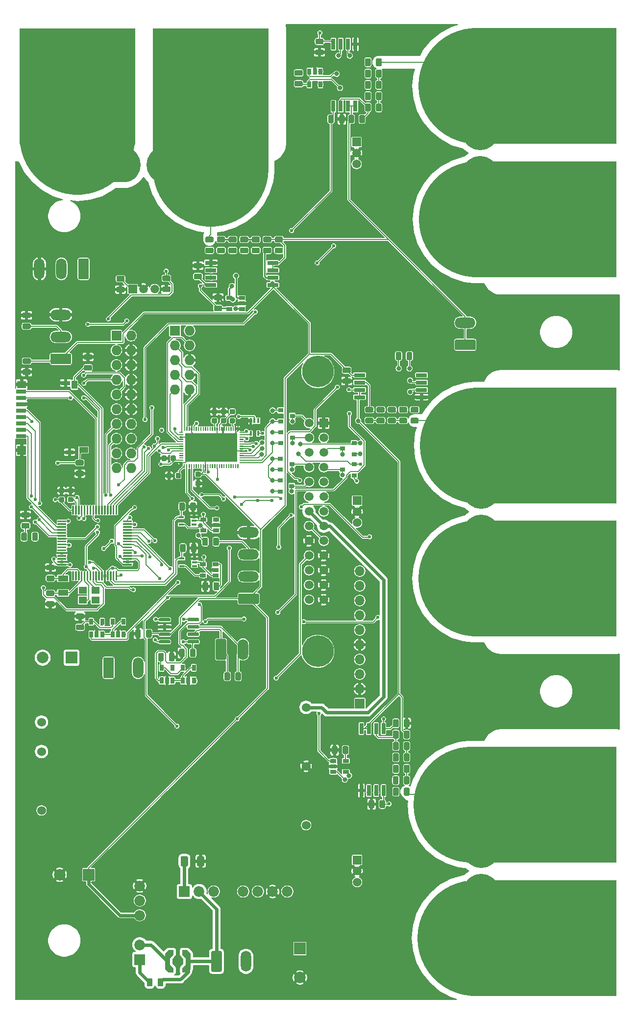
<source format=gbr>
G04 #@! TF.GenerationSoftware,KiCad,Pcbnew,5.1.5-1.fc31*
G04 #@! TF.CreationDate,2019-12-29T19:08:06+00:00*
G04 #@! TF.ProjectId,electric-FIAT,656c6563-7472-4696-932d-464941542e6b,1.0.0*
G04 #@! TF.SameCoordinates,Original*
G04 #@! TF.FileFunction,Copper,L1,Top*
G04 #@! TF.FilePolarity,Positive*
%FSLAX46Y46*%
G04 Gerber Fmt 4.6, Leading zero omitted, Abs format (unit mm)*
G04 Created by KiCad (PCBNEW 5.1.5-1.fc31) date 2019-12-29 19:08:06*
%MOMM*%
%LPD*%
G04 APERTURE LIST*
%ADD10C,0.100000*%
%ADD11R,0.400000X0.900000*%
%ADD12O,9.000000X6.000000*%
%ADD13R,1.500000X1.500000*%
%ADD14C,1.500000*%
%ADD15C,0.800000*%
%ADD16C,0.800000*%
%ADD17R,0.650000X1.060000*%
%ADD18O,1.727200X1.727200*%
%ADD19R,1.727200X1.727200*%
%ADD20O,3.600000X1.800000*%
%ADD21R,20.000000X20.000000*%
%ADD22R,1.060000X0.650000*%
%ADD23R,1.905000X0.640000*%
%ADD24O,6.000000X9.000000*%
%ADD25R,0.900000X0.400000*%
%ADD26R,1.400000X1.200000*%
%ADD27R,1.800000X1.000000*%
%ADD28R,0.640000X1.905000*%
%ADD29O,1.800000X3.600000*%
%ADD30C,1.850000*%
%ADD31R,1.850000X1.850000*%
%ADD32C,2.000000*%
%ADD33R,2.000000X2.000000*%
%ADD34R,1.550000X1.000000*%
%ADD35R,1.750000X0.700000*%
%ADD36R,1.400000X0.800000*%
%ADD37R,1.000000X1.450000*%
%ADD38R,1.500000X0.800000*%
%ADD39R,1.500000X1.300000*%
%ADD40O,1.700000X1.700000*%
%ADD41R,1.700000X1.700000*%
%ADD42C,1.524000*%
%ADD43R,9.000000X5.000000*%
%ADD44R,0.900000X0.800000*%
%ADD45R,1.520000X1.520000*%
%ADD46C,1.520000*%
%ADD47C,5.460000*%
%ADD48C,0.600000*%
%ADD49C,0.250000*%
%ADD50C,0.200000*%
%ADD51C,0.600000*%
%ADD52C,20.000000*%
%ADD53C,0.128000*%
G04 APERTURE END LIST*
G04 #@! TA.AperFunction,SMDPad,CuDef*
D10*
G36*
X123340142Y-155161174D02*
G01*
X123363803Y-155164684D01*
X123387007Y-155170496D01*
X123409529Y-155178554D01*
X123431153Y-155188782D01*
X123451670Y-155201079D01*
X123470883Y-155215329D01*
X123488607Y-155231393D01*
X123504671Y-155249117D01*
X123518921Y-155268330D01*
X123531218Y-155288847D01*
X123541446Y-155310471D01*
X123549504Y-155332993D01*
X123555316Y-155356197D01*
X123558826Y-155379858D01*
X123560000Y-155403750D01*
X123560000Y-156316250D01*
X123558826Y-156340142D01*
X123555316Y-156363803D01*
X123549504Y-156387007D01*
X123541446Y-156409529D01*
X123531218Y-156431153D01*
X123518921Y-156451670D01*
X123504671Y-156470883D01*
X123488607Y-156488607D01*
X123470883Y-156504671D01*
X123451670Y-156518921D01*
X123431153Y-156531218D01*
X123409529Y-156541446D01*
X123387007Y-156549504D01*
X123363803Y-156555316D01*
X123340142Y-156558826D01*
X123316250Y-156560000D01*
X122828750Y-156560000D01*
X122804858Y-156558826D01*
X122781197Y-156555316D01*
X122757993Y-156549504D01*
X122735471Y-156541446D01*
X122713847Y-156531218D01*
X122693330Y-156518921D01*
X122674117Y-156504671D01*
X122656393Y-156488607D01*
X122640329Y-156470883D01*
X122626079Y-156451670D01*
X122613782Y-156431153D01*
X122603554Y-156409529D01*
X122595496Y-156387007D01*
X122589684Y-156363803D01*
X122586174Y-156340142D01*
X122585000Y-156316250D01*
X122585000Y-155403750D01*
X122586174Y-155379858D01*
X122589684Y-155356197D01*
X122595496Y-155332993D01*
X122603554Y-155310471D01*
X122613782Y-155288847D01*
X122626079Y-155268330D01*
X122640329Y-155249117D01*
X122656393Y-155231393D01*
X122674117Y-155215329D01*
X122693330Y-155201079D01*
X122713847Y-155188782D01*
X122735471Y-155178554D01*
X122757993Y-155170496D01*
X122781197Y-155164684D01*
X122804858Y-155161174D01*
X122828750Y-155160000D01*
X123316250Y-155160000D01*
X123340142Y-155161174D01*
G37*
G04 #@! TD.AperFunction*
G04 #@! TA.AperFunction,SMDPad,CuDef*
G36*
X125215142Y-155161174D02*
G01*
X125238803Y-155164684D01*
X125262007Y-155170496D01*
X125284529Y-155178554D01*
X125306153Y-155188782D01*
X125326670Y-155201079D01*
X125345883Y-155215329D01*
X125363607Y-155231393D01*
X125379671Y-155249117D01*
X125393921Y-155268330D01*
X125406218Y-155288847D01*
X125416446Y-155310471D01*
X125424504Y-155332993D01*
X125430316Y-155356197D01*
X125433826Y-155379858D01*
X125435000Y-155403750D01*
X125435000Y-156316250D01*
X125433826Y-156340142D01*
X125430316Y-156363803D01*
X125424504Y-156387007D01*
X125416446Y-156409529D01*
X125406218Y-156431153D01*
X125393921Y-156451670D01*
X125379671Y-156470883D01*
X125363607Y-156488607D01*
X125345883Y-156504671D01*
X125326670Y-156518921D01*
X125306153Y-156531218D01*
X125284529Y-156541446D01*
X125262007Y-156549504D01*
X125238803Y-156555316D01*
X125215142Y-156558826D01*
X125191250Y-156560000D01*
X124703750Y-156560000D01*
X124679858Y-156558826D01*
X124656197Y-156555316D01*
X124632993Y-156549504D01*
X124610471Y-156541446D01*
X124588847Y-156531218D01*
X124568330Y-156518921D01*
X124549117Y-156504671D01*
X124531393Y-156488607D01*
X124515329Y-156470883D01*
X124501079Y-156451670D01*
X124488782Y-156431153D01*
X124478554Y-156409529D01*
X124470496Y-156387007D01*
X124464684Y-156363803D01*
X124461174Y-156340142D01*
X124460000Y-156316250D01*
X124460000Y-155403750D01*
X124461174Y-155379858D01*
X124464684Y-155356197D01*
X124470496Y-155332993D01*
X124478554Y-155310471D01*
X124488782Y-155288847D01*
X124501079Y-155268330D01*
X124515329Y-155249117D01*
X124531393Y-155231393D01*
X124549117Y-155215329D01*
X124568330Y-155201079D01*
X124588847Y-155188782D01*
X124610471Y-155178554D01*
X124632993Y-155170496D01*
X124656197Y-155164684D01*
X124679858Y-155161174D01*
X124703750Y-155160000D01*
X125191250Y-155160000D01*
X125215142Y-155161174D01*
G37*
G04 #@! TD.AperFunction*
G04 #@! TA.AperFunction,SMDPad,CuDef*
G36*
X99317691Y-89271053D02*
G01*
X99338926Y-89274203D01*
X99359750Y-89279419D01*
X99379962Y-89286651D01*
X99399368Y-89295830D01*
X99417781Y-89306866D01*
X99435024Y-89319654D01*
X99450930Y-89334070D01*
X99465346Y-89349976D01*
X99478134Y-89367219D01*
X99489170Y-89385632D01*
X99498349Y-89405038D01*
X99505581Y-89425250D01*
X99510797Y-89446074D01*
X99513947Y-89467309D01*
X99515000Y-89488750D01*
X99515000Y-89926250D01*
X99513947Y-89947691D01*
X99510797Y-89968926D01*
X99505581Y-89989750D01*
X99498349Y-90009962D01*
X99489170Y-90029368D01*
X99478134Y-90047781D01*
X99465346Y-90065024D01*
X99450930Y-90080930D01*
X99435024Y-90095346D01*
X99417781Y-90108134D01*
X99399368Y-90119170D01*
X99379962Y-90128349D01*
X99359750Y-90135581D01*
X99338926Y-90140797D01*
X99317691Y-90143947D01*
X99296250Y-90145000D01*
X98783750Y-90145000D01*
X98762309Y-90143947D01*
X98741074Y-90140797D01*
X98720250Y-90135581D01*
X98700038Y-90128349D01*
X98680632Y-90119170D01*
X98662219Y-90108134D01*
X98644976Y-90095346D01*
X98629070Y-90080930D01*
X98614654Y-90065024D01*
X98601866Y-90047781D01*
X98590830Y-90029368D01*
X98581651Y-90009962D01*
X98574419Y-89989750D01*
X98569203Y-89968926D01*
X98566053Y-89947691D01*
X98565000Y-89926250D01*
X98565000Y-89488750D01*
X98566053Y-89467309D01*
X98569203Y-89446074D01*
X98574419Y-89425250D01*
X98581651Y-89405038D01*
X98590830Y-89385632D01*
X98601866Y-89367219D01*
X98614654Y-89349976D01*
X98629070Y-89334070D01*
X98644976Y-89319654D01*
X98662219Y-89306866D01*
X98680632Y-89295830D01*
X98700038Y-89286651D01*
X98720250Y-89279419D01*
X98741074Y-89274203D01*
X98762309Y-89271053D01*
X98783750Y-89270000D01*
X99296250Y-89270000D01*
X99317691Y-89271053D01*
G37*
G04 #@! TD.AperFunction*
G04 #@! TA.AperFunction,SMDPad,CuDef*
G36*
X99317691Y-87696053D02*
G01*
X99338926Y-87699203D01*
X99359750Y-87704419D01*
X99379962Y-87711651D01*
X99399368Y-87720830D01*
X99417781Y-87731866D01*
X99435024Y-87744654D01*
X99450930Y-87759070D01*
X99465346Y-87774976D01*
X99478134Y-87792219D01*
X99489170Y-87810632D01*
X99498349Y-87830038D01*
X99505581Y-87850250D01*
X99510797Y-87871074D01*
X99513947Y-87892309D01*
X99515000Y-87913750D01*
X99515000Y-88351250D01*
X99513947Y-88372691D01*
X99510797Y-88393926D01*
X99505581Y-88414750D01*
X99498349Y-88434962D01*
X99489170Y-88454368D01*
X99478134Y-88472781D01*
X99465346Y-88490024D01*
X99450930Y-88505930D01*
X99435024Y-88520346D01*
X99417781Y-88533134D01*
X99399368Y-88544170D01*
X99379962Y-88553349D01*
X99359750Y-88560581D01*
X99338926Y-88565797D01*
X99317691Y-88568947D01*
X99296250Y-88570000D01*
X98783750Y-88570000D01*
X98762309Y-88568947D01*
X98741074Y-88565797D01*
X98720250Y-88560581D01*
X98700038Y-88553349D01*
X98680632Y-88544170D01*
X98662219Y-88533134D01*
X98644976Y-88520346D01*
X98629070Y-88505930D01*
X98614654Y-88490024D01*
X98601866Y-88472781D01*
X98590830Y-88454368D01*
X98581651Y-88434962D01*
X98574419Y-88414750D01*
X98569203Y-88393926D01*
X98566053Y-88372691D01*
X98565000Y-88351250D01*
X98565000Y-87913750D01*
X98566053Y-87892309D01*
X98569203Y-87871074D01*
X98574419Y-87850250D01*
X98581651Y-87830038D01*
X98590830Y-87810632D01*
X98601866Y-87792219D01*
X98614654Y-87774976D01*
X98629070Y-87759070D01*
X98644976Y-87744654D01*
X98662219Y-87731866D01*
X98680632Y-87720830D01*
X98700038Y-87711651D01*
X98720250Y-87704419D01*
X98741074Y-87699203D01*
X98762309Y-87696053D01*
X98783750Y-87695000D01*
X99296250Y-87695000D01*
X99317691Y-87696053D01*
G37*
G04 #@! TD.AperFunction*
G04 #@! TA.AperFunction,SMDPad,CuDef*
G36*
X93397691Y-98516053D02*
G01*
X93418926Y-98519203D01*
X93439750Y-98524419D01*
X93459962Y-98531651D01*
X93479368Y-98540830D01*
X93497781Y-98551866D01*
X93515024Y-98564654D01*
X93530930Y-98579070D01*
X93545346Y-98594976D01*
X93558134Y-98612219D01*
X93569170Y-98630632D01*
X93578349Y-98650038D01*
X93585581Y-98670250D01*
X93590797Y-98691074D01*
X93593947Y-98712309D01*
X93595000Y-98733750D01*
X93595000Y-99171250D01*
X93593947Y-99192691D01*
X93590797Y-99213926D01*
X93585581Y-99234750D01*
X93578349Y-99254962D01*
X93569170Y-99274368D01*
X93558134Y-99292781D01*
X93545346Y-99310024D01*
X93530930Y-99325930D01*
X93515024Y-99340346D01*
X93497781Y-99353134D01*
X93479368Y-99364170D01*
X93459962Y-99373349D01*
X93439750Y-99380581D01*
X93418926Y-99385797D01*
X93397691Y-99388947D01*
X93376250Y-99390000D01*
X92863750Y-99390000D01*
X92842309Y-99388947D01*
X92821074Y-99385797D01*
X92800250Y-99380581D01*
X92780038Y-99373349D01*
X92760632Y-99364170D01*
X92742219Y-99353134D01*
X92724976Y-99340346D01*
X92709070Y-99325930D01*
X92694654Y-99310024D01*
X92681866Y-99292781D01*
X92670830Y-99274368D01*
X92661651Y-99254962D01*
X92654419Y-99234750D01*
X92649203Y-99213926D01*
X92646053Y-99192691D01*
X92645000Y-99171250D01*
X92645000Y-98733750D01*
X92646053Y-98712309D01*
X92649203Y-98691074D01*
X92654419Y-98670250D01*
X92661651Y-98650038D01*
X92670830Y-98630632D01*
X92681866Y-98612219D01*
X92694654Y-98594976D01*
X92709070Y-98579070D01*
X92724976Y-98564654D01*
X92742219Y-98551866D01*
X92760632Y-98540830D01*
X92780038Y-98531651D01*
X92800250Y-98524419D01*
X92821074Y-98519203D01*
X92842309Y-98516053D01*
X92863750Y-98515000D01*
X93376250Y-98515000D01*
X93397691Y-98516053D01*
G37*
G04 #@! TD.AperFunction*
G04 #@! TA.AperFunction,SMDPad,CuDef*
G36*
X93397691Y-100091053D02*
G01*
X93418926Y-100094203D01*
X93439750Y-100099419D01*
X93459962Y-100106651D01*
X93479368Y-100115830D01*
X93497781Y-100126866D01*
X93515024Y-100139654D01*
X93530930Y-100154070D01*
X93545346Y-100169976D01*
X93558134Y-100187219D01*
X93569170Y-100205632D01*
X93578349Y-100225038D01*
X93585581Y-100245250D01*
X93590797Y-100266074D01*
X93593947Y-100287309D01*
X93595000Y-100308750D01*
X93595000Y-100746250D01*
X93593947Y-100767691D01*
X93590797Y-100788926D01*
X93585581Y-100809750D01*
X93578349Y-100829962D01*
X93569170Y-100849368D01*
X93558134Y-100867781D01*
X93545346Y-100885024D01*
X93530930Y-100900930D01*
X93515024Y-100915346D01*
X93497781Y-100928134D01*
X93479368Y-100939170D01*
X93459962Y-100948349D01*
X93439750Y-100955581D01*
X93418926Y-100960797D01*
X93397691Y-100963947D01*
X93376250Y-100965000D01*
X92863750Y-100965000D01*
X92842309Y-100963947D01*
X92821074Y-100960797D01*
X92800250Y-100955581D01*
X92780038Y-100948349D01*
X92760632Y-100939170D01*
X92742219Y-100928134D01*
X92724976Y-100915346D01*
X92709070Y-100900930D01*
X92694654Y-100885024D01*
X92681866Y-100867781D01*
X92670830Y-100849368D01*
X92661651Y-100829962D01*
X92654419Y-100809750D01*
X92649203Y-100788926D01*
X92646053Y-100767691D01*
X92645000Y-100746250D01*
X92645000Y-100308750D01*
X92646053Y-100287309D01*
X92649203Y-100266074D01*
X92654419Y-100245250D01*
X92661651Y-100225038D01*
X92670830Y-100205632D01*
X92681866Y-100187219D01*
X92694654Y-100169976D01*
X92709070Y-100154070D01*
X92724976Y-100139654D01*
X92742219Y-100126866D01*
X92760632Y-100115830D01*
X92780038Y-100106651D01*
X92800250Y-100099419D01*
X92821074Y-100094203D01*
X92842309Y-100091053D01*
X92863750Y-100090000D01*
X93376250Y-100090000D01*
X93397691Y-100091053D01*
G37*
G04 #@! TD.AperFunction*
G04 #@! TA.AperFunction,SMDPad,CuDef*
G36*
X71367691Y-101316053D02*
G01*
X71388926Y-101319203D01*
X71409750Y-101324419D01*
X71429962Y-101331651D01*
X71449368Y-101340830D01*
X71467781Y-101351866D01*
X71485024Y-101364654D01*
X71500930Y-101379070D01*
X71515346Y-101394976D01*
X71528134Y-101412219D01*
X71539170Y-101430632D01*
X71548349Y-101450038D01*
X71555581Y-101470250D01*
X71560797Y-101491074D01*
X71563947Y-101512309D01*
X71565000Y-101533750D01*
X71565000Y-101971250D01*
X71563947Y-101992691D01*
X71560797Y-102013926D01*
X71555581Y-102034750D01*
X71548349Y-102054962D01*
X71539170Y-102074368D01*
X71528134Y-102092781D01*
X71515346Y-102110024D01*
X71500930Y-102125930D01*
X71485024Y-102140346D01*
X71467781Y-102153134D01*
X71449368Y-102164170D01*
X71429962Y-102173349D01*
X71409750Y-102180581D01*
X71388926Y-102185797D01*
X71367691Y-102188947D01*
X71346250Y-102190000D01*
X70833750Y-102190000D01*
X70812309Y-102188947D01*
X70791074Y-102185797D01*
X70770250Y-102180581D01*
X70750038Y-102173349D01*
X70730632Y-102164170D01*
X70712219Y-102153134D01*
X70694976Y-102140346D01*
X70679070Y-102125930D01*
X70664654Y-102110024D01*
X70651866Y-102092781D01*
X70640830Y-102074368D01*
X70631651Y-102054962D01*
X70624419Y-102034750D01*
X70619203Y-102013926D01*
X70616053Y-101992691D01*
X70615000Y-101971250D01*
X70615000Y-101533750D01*
X70616053Y-101512309D01*
X70619203Y-101491074D01*
X70624419Y-101470250D01*
X70631651Y-101450038D01*
X70640830Y-101430632D01*
X70651866Y-101412219D01*
X70664654Y-101394976D01*
X70679070Y-101379070D01*
X70694976Y-101364654D01*
X70712219Y-101351866D01*
X70730632Y-101340830D01*
X70750038Y-101331651D01*
X70770250Y-101324419D01*
X70791074Y-101319203D01*
X70812309Y-101316053D01*
X70833750Y-101315000D01*
X71346250Y-101315000D01*
X71367691Y-101316053D01*
G37*
G04 #@! TD.AperFunction*
G04 #@! TA.AperFunction,SMDPad,CuDef*
G36*
X71367691Y-102891053D02*
G01*
X71388926Y-102894203D01*
X71409750Y-102899419D01*
X71429962Y-102906651D01*
X71449368Y-102915830D01*
X71467781Y-102926866D01*
X71485024Y-102939654D01*
X71500930Y-102954070D01*
X71515346Y-102969976D01*
X71528134Y-102987219D01*
X71539170Y-103005632D01*
X71548349Y-103025038D01*
X71555581Y-103045250D01*
X71560797Y-103066074D01*
X71563947Y-103087309D01*
X71565000Y-103108750D01*
X71565000Y-103546250D01*
X71563947Y-103567691D01*
X71560797Y-103588926D01*
X71555581Y-103609750D01*
X71548349Y-103629962D01*
X71539170Y-103649368D01*
X71528134Y-103667781D01*
X71515346Y-103685024D01*
X71500930Y-103700930D01*
X71485024Y-103715346D01*
X71467781Y-103728134D01*
X71449368Y-103739170D01*
X71429962Y-103748349D01*
X71409750Y-103755581D01*
X71388926Y-103760797D01*
X71367691Y-103763947D01*
X71346250Y-103765000D01*
X70833750Y-103765000D01*
X70812309Y-103763947D01*
X70791074Y-103760797D01*
X70770250Y-103755581D01*
X70750038Y-103748349D01*
X70730632Y-103739170D01*
X70712219Y-103728134D01*
X70694976Y-103715346D01*
X70679070Y-103700930D01*
X70664654Y-103685024D01*
X70651866Y-103667781D01*
X70640830Y-103649368D01*
X70631651Y-103629962D01*
X70624419Y-103609750D01*
X70619203Y-103588926D01*
X70616053Y-103567691D01*
X70615000Y-103546250D01*
X70615000Y-103108750D01*
X70616053Y-103087309D01*
X70619203Y-103066074D01*
X70624419Y-103045250D01*
X70631651Y-103025038D01*
X70640830Y-103005632D01*
X70651866Y-102987219D01*
X70664654Y-102969976D01*
X70679070Y-102954070D01*
X70694976Y-102939654D01*
X70712219Y-102926866D01*
X70730632Y-102915830D01*
X70750038Y-102906651D01*
X70770250Y-102899419D01*
X70791074Y-102894203D01*
X70812309Y-102891053D01*
X70833750Y-102890000D01*
X71346250Y-102890000D01*
X71367691Y-102891053D01*
G37*
G04 #@! TD.AperFunction*
G04 #@! TA.AperFunction,SMDPad,CuDef*
G36*
X88352691Y-98706053D02*
G01*
X88373926Y-98709203D01*
X88394750Y-98714419D01*
X88414962Y-98721651D01*
X88434368Y-98730830D01*
X88452781Y-98741866D01*
X88470024Y-98754654D01*
X88485930Y-98769070D01*
X88500346Y-98784976D01*
X88513134Y-98802219D01*
X88524170Y-98820632D01*
X88533349Y-98840038D01*
X88540581Y-98860250D01*
X88545797Y-98881074D01*
X88548947Y-98902309D01*
X88550000Y-98923750D01*
X88550000Y-99436250D01*
X88548947Y-99457691D01*
X88545797Y-99478926D01*
X88540581Y-99499750D01*
X88533349Y-99519962D01*
X88524170Y-99539368D01*
X88513134Y-99557781D01*
X88500346Y-99575024D01*
X88485930Y-99590930D01*
X88470024Y-99605346D01*
X88452781Y-99618134D01*
X88434368Y-99629170D01*
X88414962Y-99638349D01*
X88394750Y-99645581D01*
X88373926Y-99650797D01*
X88352691Y-99653947D01*
X88331250Y-99655000D01*
X87893750Y-99655000D01*
X87872309Y-99653947D01*
X87851074Y-99650797D01*
X87830250Y-99645581D01*
X87810038Y-99638349D01*
X87790632Y-99629170D01*
X87772219Y-99618134D01*
X87754976Y-99605346D01*
X87739070Y-99590930D01*
X87724654Y-99575024D01*
X87711866Y-99557781D01*
X87700830Y-99539368D01*
X87691651Y-99519962D01*
X87684419Y-99499750D01*
X87679203Y-99478926D01*
X87676053Y-99457691D01*
X87675000Y-99436250D01*
X87675000Y-98923750D01*
X87676053Y-98902309D01*
X87679203Y-98881074D01*
X87684419Y-98860250D01*
X87691651Y-98840038D01*
X87700830Y-98820632D01*
X87711866Y-98802219D01*
X87724654Y-98784976D01*
X87739070Y-98769070D01*
X87754976Y-98754654D01*
X87772219Y-98741866D01*
X87790632Y-98730830D01*
X87810038Y-98721651D01*
X87830250Y-98714419D01*
X87851074Y-98709203D01*
X87872309Y-98706053D01*
X87893750Y-98705000D01*
X88331250Y-98705000D01*
X88352691Y-98706053D01*
G37*
G04 #@! TD.AperFunction*
G04 #@! TA.AperFunction,SMDPad,CuDef*
G36*
X89927691Y-98706053D02*
G01*
X89948926Y-98709203D01*
X89969750Y-98714419D01*
X89989962Y-98721651D01*
X90009368Y-98730830D01*
X90027781Y-98741866D01*
X90045024Y-98754654D01*
X90060930Y-98769070D01*
X90075346Y-98784976D01*
X90088134Y-98802219D01*
X90099170Y-98820632D01*
X90108349Y-98840038D01*
X90115581Y-98860250D01*
X90120797Y-98881074D01*
X90123947Y-98902309D01*
X90125000Y-98923750D01*
X90125000Y-99436250D01*
X90123947Y-99457691D01*
X90120797Y-99478926D01*
X90115581Y-99499750D01*
X90108349Y-99519962D01*
X90099170Y-99539368D01*
X90088134Y-99557781D01*
X90075346Y-99575024D01*
X90060930Y-99590930D01*
X90045024Y-99605346D01*
X90027781Y-99618134D01*
X90009368Y-99629170D01*
X89989962Y-99638349D01*
X89969750Y-99645581D01*
X89948926Y-99650797D01*
X89927691Y-99653947D01*
X89906250Y-99655000D01*
X89468750Y-99655000D01*
X89447309Y-99653947D01*
X89426074Y-99650797D01*
X89405250Y-99645581D01*
X89385038Y-99638349D01*
X89365632Y-99629170D01*
X89347219Y-99618134D01*
X89329976Y-99605346D01*
X89314070Y-99590930D01*
X89299654Y-99575024D01*
X89286866Y-99557781D01*
X89275830Y-99539368D01*
X89266651Y-99519962D01*
X89259419Y-99499750D01*
X89254203Y-99478926D01*
X89251053Y-99457691D01*
X89250000Y-99436250D01*
X89250000Y-98923750D01*
X89251053Y-98902309D01*
X89254203Y-98881074D01*
X89259419Y-98860250D01*
X89266651Y-98840038D01*
X89275830Y-98820632D01*
X89286866Y-98802219D01*
X89299654Y-98784976D01*
X89314070Y-98769070D01*
X89329976Y-98754654D01*
X89347219Y-98741866D01*
X89365632Y-98730830D01*
X89385038Y-98721651D01*
X89405250Y-98714419D01*
X89426074Y-98709203D01*
X89447309Y-98706053D01*
X89468750Y-98705000D01*
X89906250Y-98705000D01*
X89927691Y-98706053D01*
G37*
G04 #@! TD.AperFunction*
G04 #@! TA.AperFunction,SMDPad,CuDef*
G36*
X96207691Y-87696053D02*
G01*
X96228926Y-87699203D01*
X96249750Y-87704419D01*
X96269962Y-87711651D01*
X96289368Y-87720830D01*
X96307781Y-87731866D01*
X96325024Y-87744654D01*
X96340930Y-87759070D01*
X96355346Y-87774976D01*
X96368134Y-87792219D01*
X96379170Y-87810632D01*
X96388349Y-87830038D01*
X96395581Y-87850250D01*
X96400797Y-87871074D01*
X96403947Y-87892309D01*
X96405000Y-87913750D01*
X96405000Y-88351250D01*
X96403947Y-88372691D01*
X96400797Y-88393926D01*
X96395581Y-88414750D01*
X96388349Y-88434962D01*
X96379170Y-88454368D01*
X96368134Y-88472781D01*
X96355346Y-88490024D01*
X96340930Y-88505930D01*
X96325024Y-88520346D01*
X96307781Y-88533134D01*
X96289368Y-88544170D01*
X96269962Y-88553349D01*
X96249750Y-88560581D01*
X96228926Y-88565797D01*
X96207691Y-88568947D01*
X96186250Y-88570000D01*
X95673750Y-88570000D01*
X95652309Y-88568947D01*
X95631074Y-88565797D01*
X95610250Y-88560581D01*
X95590038Y-88553349D01*
X95570632Y-88544170D01*
X95552219Y-88533134D01*
X95534976Y-88520346D01*
X95519070Y-88505930D01*
X95504654Y-88490024D01*
X95491866Y-88472781D01*
X95480830Y-88454368D01*
X95471651Y-88434962D01*
X95464419Y-88414750D01*
X95459203Y-88393926D01*
X95456053Y-88372691D01*
X95455000Y-88351250D01*
X95455000Y-87913750D01*
X95456053Y-87892309D01*
X95459203Y-87871074D01*
X95464419Y-87850250D01*
X95471651Y-87830038D01*
X95480830Y-87810632D01*
X95491866Y-87792219D01*
X95504654Y-87774976D01*
X95519070Y-87759070D01*
X95534976Y-87744654D01*
X95552219Y-87731866D01*
X95570632Y-87720830D01*
X95590038Y-87711651D01*
X95610250Y-87704419D01*
X95631074Y-87699203D01*
X95652309Y-87696053D01*
X95673750Y-87695000D01*
X96186250Y-87695000D01*
X96207691Y-87696053D01*
G37*
G04 #@! TD.AperFunction*
G04 #@! TA.AperFunction,SMDPad,CuDef*
G36*
X96207691Y-89271053D02*
G01*
X96228926Y-89274203D01*
X96249750Y-89279419D01*
X96269962Y-89286651D01*
X96289368Y-89295830D01*
X96307781Y-89306866D01*
X96325024Y-89319654D01*
X96340930Y-89334070D01*
X96355346Y-89349976D01*
X96368134Y-89367219D01*
X96379170Y-89385632D01*
X96388349Y-89405038D01*
X96395581Y-89425250D01*
X96400797Y-89446074D01*
X96403947Y-89467309D01*
X96405000Y-89488750D01*
X96405000Y-89926250D01*
X96403947Y-89947691D01*
X96400797Y-89968926D01*
X96395581Y-89989750D01*
X96388349Y-90009962D01*
X96379170Y-90029368D01*
X96368134Y-90047781D01*
X96355346Y-90065024D01*
X96340930Y-90080930D01*
X96325024Y-90095346D01*
X96307781Y-90108134D01*
X96289368Y-90119170D01*
X96269962Y-90128349D01*
X96249750Y-90135581D01*
X96228926Y-90140797D01*
X96207691Y-90143947D01*
X96186250Y-90145000D01*
X95673750Y-90145000D01*
X95652309Y-90143947D01*
X95631074Y-90140797D01*
X95610250Y-90135581D01*
X95590038Y-90128349D01*
X95570632Y-90119170D01*
X95552219Y-90108134D01*
X95534976Y-90095346D01*
X95519070Y-90080930D01*
X95504654Y-90065024D01*
X95491866Y-90047781D01*
X95480830Y-90029368D01*
X95471651Y-90009962D01*
X95464419Y-89989750D01*
X95459203Y-89968926D01*
X95456053Y-89947691D01*
X95455000Y-89926250D01*
X95455000Y-89488750D01*
X95456053Y-89467309D01*
X95459203Y-89446074D01*
X95464419Y-89425250D01*
X95471651Y-89405038D01*
X95480830Y-89385632D01*
X95491866Y-89367219D01*
X95504654Y-89349976D01*
X95519070Y-89334070D01*
X95534976Y-89319654D01*
X95552219Y-89306866D01*
X95570632Y-89295830D01*
X95590038Y-89286651D01*
X95610250Y-89279419D01*
X95631074Y-89274203D01*
X95652309Y-89271053D01*
X95673750Y-89270000D01*
X96186250Y-89270000D01*
X96207691Y-89271053D01*
G37*
G04 #@! TD.AperFunction*
G04 #@! TA.AperFunction,SMDPad,CuDef*
G36*
X69807691Y-101326053D02*
G01*
X69828926Y-101329203D01*
X69849750Y-101334419D01*
X69869962Y-101341651D01*
X69889368Y-101350830D01*
X69907781Y-101361866D01*
X69925024Y-101374654D01*
X69940930Y-101389070D01*
X69955346Y-101404976D01*
X69968134Y-101422219D01*
X69979170Y-101440632D01*
X69988349Y-101460038D01*
X69995581Y-101480250D01*
X70000797Y-101501074D01*
X70003947Y-101522309D01*
X70005000Y-101543750D01*
X70005000Y-101981250D01*
X70003947Y-102002691D01*
X70000797Y-102023926D01*
X69995581Y-102044750D01*
X69988349Y-102064962D01*
X69979170Y-102084368D01*
X69968134Y-102102781D01*
X69955346Y-102120024D01*
X69940930Y-102135930D01*
X69925024Y-102150346D01*
X69907781Y-102163134D01*
X69889368Y-102174170D01*
X69869962Y-102183349D01*
X69849750Y-102190581D01*
X69828926Y-102195797D01*
X69807691Y-102198947D01*
X69786250Y-102200000D01*
X69273750Y-102200000D01*
X69252309Y-102198947D01*
X69231074Y-102195797D01*
X69210250Y-102190581D01*
X69190038Y-102183349D01*
X69170632Y-102174170D01*
X69152219Y-102163134D01*
X69134976Y-102150346D01*
X69119070Y-102135930D01*
X69104654Y-102120024D01*
X69091866Y-102102781D01*
X69080830Y-102084368D01*
X69071651Y-102064962D01*
X69064419Y-102044750D01*
X69059203Y-102023926D01*
X69056053Y-102002691D01*
X69055000Y-101981250D01*
X69055000Y-101543750D01*
X69056053Y-101522309D01*
X69059203Y-101501074D01*
X69064419Y-101480250D01*
X69071651Y-101460038D01*
X69080830Y-101440632D01*
X69091866Y-101422219D01*
X69104654Y-101404976D01*
X69119070Y-101389070D01*
X69134976Y-101374654D01*
X69152219Y-101361866D01*
X69170632Y-101350830D01*
X69190038Y-101341651D01*
X69210250Y-101334419D01*
X69231074Y-101329203D01*
X69252309Y-101326053D01*
X69273750Y-101325000D01*
X69786250Y-101325000D01*
X69807691Y-101326053D01*
G37*
G04 #@! TD.AperFunction*
G04 #@! TA.AperFunction,SMDPad,CuDef*
G36*
X69807691Y-102901053D02*
G01*
X69828926Y-102904203D01*
X69849750Y-102909419D01*
X69869962Y-102916651D01*
X69889368Y-102925830D01*
X69907781Y-102936866D01*
X69925024Y-102949654D01*
X69940930Y-102964070D01*
X69955346Y-102979976D01*
X69968134Y-102997219D01*
X69979170Y-103015632D01*
X69988349Y-103035038D01*
X69995581Y-103055250D01*
X70000797Y-103076074D01*
X70003947Y-103097309D01*
X70005000Y-103118750D01*
X70005000Y-103556250D01*
X70003947Y-103577691D01*
X70000797Y-103598926D01*
X69995581Y-103619750D01*
X69988349Y-103639962D01*
X69979170Y-103659368D01*
X69968134Y-103677781D01*
X69955346Y-103695024D01*
X69940930Y-103710930D01*
X69925024Y-103725346D01*
X69907781Y-103738134D01*
X69889368Y-103749170D01*
X69869962Y-103758349D01*
X69849750Y-103765581D01*
X69828926Y-103770797D01*
X69807691Y-103773947D01*
X69786250Y-103775000D01*
X69273750Y-103775000D01*
X69252309Y-103773947D01*
X69231074Y-103770797D01*
X69210250Y-103765581D01*
X69190038Y-103758349D01*
X69170632Y-103749170D01*
X69152219Y-103738134D01*
X69134976Y-103725346D01*
X69119070Y-103710930D01*
X69104654Y-103695024D01*
X69091866Y-103677781D01*
X69080830Y-103659368D01*
X69071651Y-103639962D01*
X69064419Y-103619750D01*
X69059203Y-103598926D01*
X69056053Y-103577691D01*
X69055000Y-103556250D01*
X69055000Y-103118750D01*
X69056053Y-103097309D01*
X69059203Y-103076074D01*
X69064419Y-103055250D01*
X69071651Y-103035038D01*
X69080830Y-103015632D01*
X69091866Y-102997219D01*
X69104654Y-102979976D01*
X69119070Y-102964070D01*
X69134976Y-102949654D01*
X69152219Y-102936866D01*
X69170632Y-102925830D01*
X69190038Y-102916651D01*
X69210250Y-102909419D01*
X69231074Y-102904203D01*
X69252309Y-102901053D01*
X69273750Y-102900000D01*
X69786250Y-102900000D01*
X69807691Y-102901053D01*
G37*
G04 #@! TD.AperFunction*
G04 #@! TA.AperFunction,SMDPad,CuDef*
G36*
X87482691Y-95716053D02*
G01*
X87503926Y-95719203D01*
X87524750Y-95724419D01*
X87544962Y-95731651D01*
X87564368Y-95740830D01*
X87582781Y-95751866D01*
X87600024Y-95764654D01*
X87615930Y-95779070D01*
X87630346Y-95794976D01*
X87643134Y-95812219D01*
X87654170Y-95830632D01*
X87663349Y-95850038D01*
X87670581Y-95870250D01*
X87675797Y-95891074D01*
X87678947Y-95912309D01*
X87680000Y-95933750D01*
X87680000Y-96446250D01*
X87678947Y-96467691D01*
X87675797Y-96488926D01*
X87670581Y-96509750D01*
X87663349Y-96529962D01*
X87654170Y-96549368D01*
X87643134Y-96567781D01*
X87630346Y-96585024D01*
X87615930Y-96600930D01*
X87600024Y-96615346D01*
X87582781Y-96628134D01*
X87564368Y-96639170D01*
X87544962Y-96648349D01*
X87524750Y-96655581D01*
X87503926Y-96660797D01*
X87482691Y-96663947D01*
X87461250Y-96665000D01*
X87023750Y-96665000D01*
X87002309Y-96663947D01*
X86981074Y-96660797D01*
X86960250Y-96655581D01*
X86940038Y-96648349D01*
X86920632Y-96639170D01*
X86902219Y-96628134D01*
X86884976Y-96615346D01*
X86869070Y-96600930D01*
X86854654Y-96585024D01*
X86841866Y-96567781D01*
X86830830Y-96549368D01*
X86821651Y-96529962D01*
X86814419Y-96509750D01*
X86809203Y-96488926D01*
X86806053Y-96467691D01*
X86805000Y-96446250D01*
X86805000Y-95933750D01*
X86806053Y-95912309D01*
X86809203Y-95891074D01*
X86814419Y-95870250D01*
X86821651Y-95850038D01*
X86830830Y-95830632D01*
X86841866Y-95812219D01*
X86854654Y-95794976D01*
X86869070Y-95779070D01*
X86884976Y-95764654D01*
X86902219Y-95751866D01*
X86920632Y-95740830D01*
X86940038Y-95731651D01*
X86960250Y-95724419D01*
X86981074Y-95719203D01*
X87002309Y-95716053D01*
X87023750Y-95715000D01*
X87461250Y-95715000D01*
X87482691Y-95716053D01*
G37*
G04 #@! TD.AperFunction*
G04 #@! TA.AperFunction,SMDPad,CuDef*
G36*
X89057691Y-95716053D02*
G01*
X89078926Y-95719203D01*
X89099750Y-95724419D01*
X89119962Y-95731651D01*
X89139368Y-95740830D01*
X89157781Y-95751866D01*
X89175024Y-95764654D01*
X89190930Y-95779070D01*
X89205346Y-95794976D01*
X89218134Y-95812219D01*
X89229170Y-95830632D01*
X89238349Y-95850038D01*
X89245581Y-95870250D01*
X89250797Y-95891074D01*
X89253947Y-95912309D01*
X89255000Y-95933750D01*
X89255000Y-96446250D01*
X89253947Y-96467691D01*
X89250797Y-96488926D01*
X89245581Y-96509750D01*
X89238349Y-96529962D01*
X89229170Y-96549368D01*
X89218134Y-96567781D01*
X89205346Y-96585024D01*
X89190930Y-96600930D01*
X89175024Y-96615346D01*
X89157781Y-96628134D01*
X89139368Y-96639170D01*
X89119962Y-96648349D01*
X89099750Y-96655581D01*
X89078926Y-96660797D01*
X89057691Y-96663947D01*
X89036250Y-96665000D01*
X88598750Y-96665000D01*
X88577309Y-96663947D01*
X88556074Y-96660797D01*
X88535250Y-96655581D01*
X88515038Y-96648349D01*
X88495632Y-96639170D01*
X88477219Y-96628134D01*
X88459976Y-96615346D01*
X88444070Y-96600930D01*
X88429654Y-96585024D01*
X88416866Y-96567781D01*
X88405830Y-96549368D01*
X88396651Y-96529962D01*
X88389419Y-96509750D01*
X88384203Y-96488926D01*
X88381053Y-96467691D01*
X88380000Y-96446250D01*
X88380000Y-95933750D01*
X88381053Y-95912309D01*
X88384203Y-95891074D01*
X88389419Y-95870250D01*
X88396651Y-95850038D01*
X88405830Y-95830632D01*
X88416866Y-95812219D01*
X88429654Y-95794976D01*
X88444070Y-95779070D01*
X88459976Y-95764654D01*
X88477219Y-95751866D01*
X88495632Y-95740830D01*
X88515038Y-95731651D01*
X88535250Y-95724419D01*
X88556074Y-95719203D01*
X88577309Y-95716053D01*
X88598750Y-95715000D01*
X89036250Y-95715000D01*
X89057691Y-95716053D01*
G37*
G04 #@! TD.AperFunction*
G04 #@! TA.AperFunction,SMDPad,CuDef*
G36*
X97787691Y-87696053D02*
G01*
X97808926Y-87699203D01*
X97829750Y-87704419D01*
X97849962Y-87711651D01*
X97869368Y-87720830D01*
X97887781Y-87731866D01*
X97905024Y-87744654D01*
X97920930Y-87759070D01*
X97935346Y-87774976D01*
X97948134Y-87792219D01*
X97959170Y-87810632D01*
X97968349Y-87830038D01*
X97975581Y-87850250D01*
X97980797Y-87871074D01*
X97983947Y-87892309D01*
X97985000Y-87913750D01*
X97985000Y-88351250D01*
X97983947Y-88372691D01*
X97980797Y-88393926D01*
X97975581Y-88414750D01*
X97968349Y-88434962D01*
X97959170Y-88454368D01*
X97948134Y-88472781D01*
X97935346Y-88490024D01*
X97920930Y-88505930D01*
X97905024Y-88520346D01*
X97887781Y-88533134D01*
X97869368Y-88544170D01*
X97849962Y-88553349D01*
X97829750Y-88560581D01*
X97808926Y-88565797D01*
X97787691Y-88568947D01*
X97766250Y-88570000D01*
X97253750Y-88570000D01*
X97232309Y-88568947D01*
X97211074Y-88565797D01*
X97190250Y-88560581D01*
X97170038Y-88553349D01*
X97150632Y-88544170D01*
X97132219Y-88533134D01*
X97114976Y-88520346D01*
X97099070Y-88505930D01*
X97084654Y-88490024D01*
X97071866Y-88472781D01*
X97060830Y-88454368D01*
X97051651Y-88434962D01*
X97044419Y-88414750D01*
X97039203Y-88393926D01*
X97036053Y-88372691D01*
X97035000Y-88351250D01*
X97035000Y-87913750D01*
X97036053Y-87892309D01*
X97039203Y-87871074D01*
X97044419Y-87850250D01*
X97051651Y-87830038D01*
X97060830Y-87810632D01*
X97071866Y-87792219D01*
X97084654Y-87774976D01*
X97099070Y-87759070D01*
X97114976Y-87744654D01*
X97132219Y-87731866D01*
X97150632Y-87720830D01*
X97170038Y-87711651D01*
X97190250Y-87704419D01*
X97211074Y-87699203D01*
X97232309Y-87696053D01*
X97253750Y-87695000D01*
X97766250Y-87695000D01*
X97787691Y-87696053D01*
G37*
G04 #@! TD.AperFunction*
G04 #@! TA.AperFunction,SMDPad,CuDef*
G36*
X97787691Y-89271053D02*
G01*
X97808926Y-89274203D01*
X97829750Y-89279419D01*
X97849962Y-89286651D01*
X97869368Y-89295830D01*
X97887781Y-89306866D01*
X97905024Y-89319654D01*
X97920930Y-89334070D01*
X97935346Y-89349976D01*
X97948134Y-89367219D01*
X97959170Y-89385632D01*
X97968349Y-89405038D01*
X97975581Y-89425250D01*
X97980797Y-89446074D01*
X97983947Y-89467309D01*
X97985000Y-89488750D01*
X97985000Y-89926250D01*
X97983947Y-89947691D01*
X97980797Y-89968926D01*
X97975581Y-89989750D01*
X97968349Y-90009962D01*
X97959170Y-90029368D01*
X97948134Y-90047781D01*
X97935346Y-90065024D01*
X97920930Y-90080930D01*
X97905024Y-90095346D01*
X97887781Y-90108134D01*
X97869368Y-90119170D01*
X97849962Y-90128349D01*
X97829750Y-90135581D01*
X97808926Y-90140797D01*
X97787691Y-90143947D01*
X97766250Y-90145000D01*
X97253750Y-90145000D01*
X97232309Y-90143947D01*
X97211074Y-90140797D01*
X97190250Y-90135581D01*
X97170038Y-90128349D01*
X97150632Y-90119170D01*
X97132219Y-90108134D01*
X97114976Y-90095346D01*
X97099070Y-90080930D01*
X97084654Y-90065024D01*
X97071866Y-90047781D01*
X97060830Y-90029368D01*
X97051651Y-90009962D01*
X97044419Y-89989750D01*
X97039203Y-89968926D01*
X97036053Y-89947691D01*
X97035000Y-89926250D01*
X97035000Y-89488750D01*
X97036053Y-89467309D01*
X97039203Y-89446074D01*
X97044419Y-89425250D01*
X97051651Y-89405038D01*
X97060830Y-89385632D01*
X97071866Y-89367219D01*
X97084654Y-89349976D01*
X97099070Y-89334070D01*
X97114976Y-89319654D01*
X97132219Y-89306866D01*
X97150632Y-89295830D01*
X97170038Y-89286651D01*
X97190250Y-89279419D01*
X97211074Y-89274203D01*
X97232309Y-89271053D01*
X97253750Y-89270000D01*
X97766250Y-89270000D01*
X97787691Y-89271053D01*
G37*
G04 #@! TD.AperFunction*
D11*
X103520000Y-91900000D03*
X102220000Y-91900000D03*
X102870000Y-89700000D03*
X102220000Y-89700000D03*
X103520000Y-89700000D03*
D12*
X78710000Y-45575000D03*
X88710000Y-45575000D03*
D13*
X81800000Y-66975000D03*
D14*
X85620000Y-66975000D03*
X83710000Y-66975000D03*
D15*
X82660000Y-44945000D02*
X82660000Y-44945000D01*
X82660000Y-46205000D02*
X82660000Y-46205000D01*
D16*
X81910000Y-47235000D03*
X81910000Y-43915000D03*
X74760000Y-44945000D03*
X74760000Y-46205000D03*
X75510000Y-47235000D03*
X75510000Y-43915000D03*
X79380000Y-47625000D03*
X78040000Y-47625000D03*
X80710000Y-47625000D03*
X76710000Y-47625000D03*
X79380000Y-43525000D03*
X78040000Y-43525000D03*
X76710000Y-43525000D03*
X80710000Y-43525000D03*
X85510000Y-47235000D03*
X85510000Y-43915000D03*
D15*
X84760000Y-46205000D02*
X84760000Y-46205000D01*
X84760000Y-44945000D02*
X84760000Y-44945000D01*
D16*
X91910000Y-47235000D03*
X91910000Y-43915000D03*
X92660000Y-44945000D03*
X90710000Y-47625000D03*
X89380000Y-47625000D03*
X88040000Y-47625000D03*
X86710000Y-47625000D03*
X90710000Y-43525000D03*
X89380000Y-43525000D03*
X88040000Y-43525000D03*
X86710000Y-43525000D03*
X92660000Y-46205000D03*
G04 #@! TA.AperFunction,SMDPad,CuDef*
D10*
G36*
X93949504Y-164851204D02*
G01*
X93973773Y-164854804D01*
X93997571Y-164860765D01*
X94020671Y-164869030D01*
X94042849Y-164879520D01*
X94063893Y-164892133D01*
X94083598Y-164906747D01*
X94101777Y-164923223D01*
X94118253Y-164941402D01*
X94132867Y-164961107D01*
X94145480Y-164982151D01*
X94155970Y-165004329D01*
X94164235Y-165027429D01*
X94170196Y-165051227D01*
X94173796Y-165075496D01*
X94175000Y-165100000D01*
X94175000Y-166350000D01*
X94173796Y-166374504D01*
X94170196Y-166398773D01*
X94164235Y-166422571D01*
X94155970Y-166445671D01*
X94145480Y-166467849D01*
X94132867Y-166488893D01*
X94118253Y-166508598D01*
X94101777Y-166526777D01*
X94083598Y-166543253D01*
X94063893Y-166557867D01*
X94042849Y-166570480D01*
X94020671Y-166580970D01*
X93997571Y-166589235D01*
X93973773Y-166595196D01*
X93949504Y-166598796D01*
X93925000Y-166600000D01*
X93175000Y-166600000D01*
X93150496Y-166598796D01*
X93126227Y-166595196D01*
X93102429Y-166589235D01*
X93079329Y-166580970D01*
X93057151Y-166570480D01*
X93036107Y-166557867D01*
X93016402Y-166543253D01*
X92998223Y-166526777D01*
X92981747Y-166508598D01*
X92967133Y-166488893D01*
X92954520Y-166467849D01*
X92944030Y-166445671D01*
X92935765Y-166422571D01*
X92929804Y-166398773D01*
X92926204Y-166374504D01*
X92925000Y-166350000D01*
X92925000Y-165100000D01*
X92926204Y-165075496D01*
X92929804Y-165051227D01*
X92935765Y-165027429D01*
X92944030Y-165004329D01*
X92954520Y-164982151D01*
X92967133Y-164961107D01*
X92981747Y-164941402D01*
X92998223Y-164923223D01*
X93016402Y-164906747D01*
X93036107Y-164892133D01*
X93057151Y-164879520D01*
X93079329Y-164869030D01*
X93102429Y-164860765D01*
X93126227Y-164854804D01*
X93150496Y-164851204D01*
X93175000Y-164850000D01*
X93925000Y-164850000D01*
X93949504Y-164851204D01*
G37*
G04 #@! TD.AperFunction*
G04 #@! TA.AperFunction,SMDPad,CuDef*
G36*
X91149504Y-164851204D02*
G01*
X91173773Y-164854804D01*
X91197571Y-164860765D01*
X91220671Y-164869030D01*
X91242849Y-164879520D01*
X91263893Y-164892133D01*
X91283598Y-164906747D01*
X91301777Y-164923223D01*
X91318253Y-164941402D01*
X91332867Y-164961107D01*
X91345480Y-164982151D01*
X91355970Y-165004329D01*
X91364235Y-165027429D01*
X91370196Y-165051227D01*
X91373796Y-165075496D01*
X91375000Y-165100000D01*
X91375000Y-166350000D01*
X91373796Y-166374504D01*
X91370196Y-166398773D01*
X91364235Y-166422571D01*
X91355970Y-166445671D01*
X91345480Y-166467849D01*
X91332867Y-166488893D01*
X91318253Y-166508598D01*
X91301777Y-166526777D01*
X91283598Y-166543253D01*
X91263893Y-166557867D01*
X91242849Y-166570480D01*
X91220671Y-166580970D01*
X91197571Y-166589235D01*
X91173773Y-166595196D01*
X91149504Y-166598796D01*
X91125000Y-166600000D01*
X90375000Y-166600000D01*
X90350496Y-166598796D01*
X90326227Y-166595196D01*
X90302429Y-166589235D01*
X90279329Y-166580970D01*
X90257151Y-166570480D01*
X90236107Y-166557867D01*
X90216402Y-166543253D01*
X90198223Y-166526777D01*
X90181747Y-166508598D01*
X90167133Y-166488893D01*
X90154520Y-166467849D01*
X90144030Y-166445671D01*
X90135765Y-166422571D01*
X90129804Y-166398773D01*
X90126204Y-166374504D01*
X90125000Y-166350000D01*
X90125000Y-165100000D01*
X90126204Y-165075496D01*
X90129804Y-165051227D01*
X90135765Y-165027429D01*
X90144030Y-165004329D01*
X90154520Y-164982151D01*
X90167133Y-164961107D01*
X90181747Y-164941402D01*
X90198223Y-164923223D01*
X90216402Y-164906747D01*
X90236107Y-164892133D01*
X90257151Y-164879520D01*
X90279329Y-164869030D01*
X90302429Y-164860765D01*
X90326227Y-164854804D01*
X90350496Y-164851204D01*
X90375000Y-164850000D01*
X91125000Y-164850000D01*
X91149504Y-164851204D01*
G37*
G04 #@! TD.AperFunction*
D17*
X74650000Y-124400000D03*
X76550000Y-124400000D03*
X76550000Y-126600000D03*
X75600000Y-126600000D03*
X74650000Y-126600000D03*
X86800000Y-132350000D03*
X88700000Y-132350000D03*
X88700000Y-134550000D03*
X87750000Y-134550000D03*
X86800000Y-134550000D03*
G04 #@! TA.AperFunction,SMDPad,CuDef*
D10*
G36*
X88827642Y-129801174D02*
G01*
X88851303Y-129804684D01*
X88874507Y-129810496D01*
X88897029Y-129818554D01*
X88918653Y-129828782D01*
X88939170Y-129841079D01*
X88958383Y-129855329D01*
X88976107Y-129871393D01*
X88992171Y-129889117D01*
X89006421Y-129908330D01*
X89018718Y-129928847D01*
X89028946Y-129950471D01*
X89037004Y-129972993D01*
X89042816Y-129996197D01*
X89046326Y-130019858D01*
X89047500Y-130043750D01*
X89047500Y-130956250D01*
X89046326Y-130980142D01*
X89042816Y-131003803D01*
X89037004Y-131027007D01*
X89028946Y-131049529D01*
X89018718Y-131071153D01*
X89006421Y-131091670D01*
X88992171Y-131110883D01*
X88976107Y-131128607D01*
X88958383Y-131144671D01*
X88939170Y-131158921D01*
X88918653Y-131171218D01*
X88897029Y-131181446D01*
X88874507Y-131189504D01*
X88851303Y-131195316D01*
X88827642Y-131198826D01*
X88803750Y-131200000D01*
X88316250Y-131200000D01*
X88292358Y-131198826D01*
X88268697Y-131195316D01*
X88245493Y-131189504D01*
X88222971Y-131181446D01*
X88201347Y-131171218D01*
X88180830Y-131158921D01*
X88161617Y-131144671D01*
X88143893Y-131128607D01*
X88127829Y-131110883D01*
X88113579Y-131091670D01*
X88101282Y-131071153D01*
X88091054Y-131049529D01*
X88082996Y-131027007D01*
X88077184Y-131003803D01*
X88073674Y-130980142D01*
X88072500Y-130956250D01*
X88072500Y-130043750D01*
X88073674Y-130019858D01*
X88077184Y-129996197D01*
X88082996Y-129972993D01*
X88091054Y-129950471D01*
X88101282Y-129928847D01*
X88113579Y-129908330D01*
X88127829Y-129889117D01*
X88143893Y-129871393D01*
X88161617Y-129855329D01*
X88180830Y-129841079D01*
X88201347Y-129828782D01*
X88222971Y-129818554D01*
X88245493Y-129810496D01*
X88268697Y-129804684D01*
X88292358Y-129801174D01*
X88316250Y-129800000D01*
X88803750Y-129800000D01*
X88827642Y-129801174D01*
G37*
G04 #@! TD.AperFunction*
G04 #@! TA.AperFunction,SMDPad,CuDef*
G36*
X86952642Y-129801174D02*
G01*
X86976303Y-129804684D01*
X86999507Y-129810496D01*
X87022029Y-129818554D01*
X87043653Y-129828782D01*
X87064170Y-129841079D01*
X87083383Y-129855329D01*
X87101107Y-129871393D01*
X87117171Y-129889117D01*
X87131421Y-129908330D01*
X87143718Y-129928847D01*
X87153946Y-129950471D01*
X87162004Y-129972993D01*
X87167816Y-129996197D01*
X87171326Y-130019858D01*
X87172500Y-130043750D01*
X87172500Y-130956250D01*
X87171326Y-130980142D01*
X87167816Y-131003803D01*
X87162004Y-131027007D01*
X87153946Y-131049529D01*
X87143718Y-131071153D01*
X87131421Y-131091670D01*
X87117171Y-131110883D01*
X87101107Y-131128607D01*
X87083383Y-131144671D01*
X87064170Y-131158921D01*
X87043653Y-131171218D01*
X87022029Y-131181446D01*
X86999507Y-131189504D01*
X86976303Y-131195316D01*
X86952642Y-131198826D01*
X86928750Y-131200000D01*
X86441250Y-131200000D01*
X86417358Y-131198826D01*
X86393697Y-131195316D01*
X86370493Y-131189504D01*
X86347971Y-131181446D01*
X86326347Y-131171218D01*
X86305830Y-131158921D01*
X86286617Y-131144671D01*
X86268893Y-131128607D01*
X86252829Y-131110883D01*
X86238579Y-131091670D01*
X86226282Y-131071153D01*
X86216054Y-131049529D01*
X86207996Y-131027007D01*
X86202184Y-131003803D01*
X86198674Y-130980142D01*
X86197500Y-130956250D01*
X86197500Y-130043750D01*
X86198674Y-130019858D01*
X86202184Y-129996197D01*
X86207996Y-129972993D01*
X86216054Y-129950471D01*
X86226282Y-129928847D01*
X86238579Y-129908330D01*
X86252829Y-129889117D01*
X86268893Y-129871393D01*
X86286617Y-129855329D01*
X86305830Y-129841079D01*
X86326347Y-129828782D01*
X86347971Y-129818554D01*
X86370493Y-129810496D01*
X86393697Y-129804684D01*
X86417358Y-129801174D01*
X86441250Y-129800000D01*
X86928750Y-129800000D01*
X86952642Y-129801174D01*
G37*
G04 #@! TD.AperFunction*
G04 #@! TA.AperFunction,SMDPad,CuDef*
G36*
X74570142Y-78208674D02*
G01*
X74593803Y-78212184D01*
X74617007Y-78217996D01*
X74639529Y-78226054D01*
X74661153Y-78236282D01*
X74681670Y-78248579D01*
X74700883Y-78262829D01*
X74718607Y-78278893D01*
X74734671Y-78296617D01*
X74748921Y-78315830D01*
X74761218Y-78336347D01*
X74771446Y-78357971D01*
X74779504Y-78380493D01*
X74785316Y-78403697D01*
X74788826Y-78427358D01*
X74790000Y-78451250D01*
X74790000Y-78938750D01*
X74788826Y-78962642D01*
X74785316Y-78986303D01*
X74779504Y-79009507D01*
X74771446Y-79032029D01*
X74761218Y-79053653D01*
X74748921Y-79074170D01*
X74734671Y-79093383D01*
X74718607Y-79111107D01*
X74700883Y-79127171D01*
X74681670Y-79141421D01*
X74661153Y-79153718D01*
X74639529Y-79163946D01*
X74617007Y-79172004D01*
X74593803Y-79177816D01*
X74570142Y-79181326D01*
X74546250Y-79182500D01*
X73633750Y-79182500D01*
X73609858Y-79181326D01*
X73586197Y-79177816D01*
X73562993Y-79172004D01*
X73540471Y-79163946D01*
X73518847Y-79153718D01*
X73498330Y-79141421D01*
X73479117Y-79127171D01*
X73461393Y-79111107D01*
X73445329Y-79093383D01*
X73431079Y-79074170D01*
X73418782Y-79053653D01*
X73408554Y-79032029D01*
X73400496Y-79009507D01*
X73394684Y-78986303D01*
X73391174Y-78962642D01*
X73390000Y-78938750D01*
X73390000Y-78451250D01*
X73391174Y-78427358D01*
X73394684Y-78403697D01*
X73400496Y-78380493D01*
X73408554Y-78357971D01*
X73418782Y-78336347D01*
X73431079Y-78315830D01*
X73445329Y-78296617D01*
X73461393Y-78278893D01*
X73479117Y-78262829D01*
X73498330Y-78248579D01*
X73518847Y-78236282D01*
X73540471Y-78226054D01*
X73562993Y-78217996D01*
X73586197Y-78212184D01*
X73609858Y-78208674D01*
X73633750Y-78207500D01*
X74546250Y-78207500D01*
X74570142Y-78208674D01*
G37*
G04 #@! TD.AperFunction*
G04 #@! TA.AperFunction,SMDPad,CuDef*
G36*
X74570142Y-80083674D02*
G01*
X74593803Y-80087184D01*
X74617007Y-80092996D01*
X74639529Y-80101054D01*
X74661153Y-80111282D01*
X74681670Y-80123579D01*
X74700883Y-80137829D01*
X74718607Y-80153893D01*
X74734671Y-80171617D01*
X74748921Y-80190830D01*
X74761218Y-80211347D01*
X74771446Y-80232971D01*
X74779504Y-80255493D01*
X74785316Y-80278697D01*
X74788826Y-80302358D01*
X74790000Y-80326250D01*
X74790000Y-80813750D01*
X74788826Y-80837642D01*
X74785316Y-80861303D01*
X74779504Y-80884507D01*
X74771446Y-80907029D01*
X74761218Y-80928653D01*
X74748921Y-80949170D01*
X74734671Y-80968383D01*
X74718607Y-80986107D01*
X74700883Y-81002171D01*
X74681670Y-81016421D01*
X74661153Y-81028718D01*
X74639529Y-81038946D01*
X74617007Y-81047004D01*
X74593803Y-81052816D01*
X74570142Y-81056326D01*
X74546250Y-81057500D01*
X73633750Y-81057500D01*
X73609858Y-81056326D01*
X73586197Y-81052816D01*
X73562993Y-81047004D01*
X73540471Y-81038946D01*
X73518847Y-81028718D01*
X73498330Y-81016421D01*
X73479117Y-81002171D01*
X73461393Y-80986107D01*
X73445329Y-80968383D01*
X73431079Y-80949170D01*
X73418782Y-80928653D01*
X73408554Y-80907029D01*
X73400496Y-80884507D01*
X73394684Y-80861303D01*
X73391174Y-80837642D01*
X73390000Y-80813750D01*
X73390000Y-80326250D01*
X73391174Y-80302358D01*
X73394684Y-80278697D01*
X73400496Y-80255493D01*
X73408554Y-80232971D01*
X73418782Y-80211347D01*
X73431079Y-80190830D01*
X73445329Y-80171617D01*
X73461393Y-80153893D01*
X73479117Y-80137829D01*
X73498330Y-80123579D01*
X73518847Y-80111282D01*
X73540471Y-80101054D01*
X73562993Y-80092996D01*
X73586197Y-80087184D01*
X73609858Y-80083674D01*
X73633750Y-80082500D01*
X74546250Y-80082500D01*
X74570142Y-80083674D01*
G37*
G04 #@! TD.AperFunction*
D18*
X91665000Y-84335000D03*
X89125000Y-84335000D03*
X91665000Y-81795000D03*
X89125000Y-81795000D03*
X91665000Y-79255000D03*
X89125000Y-79255000D03*
X91665000Y-76715000D03*
X89125000Y-76715000D03*
X91665000Y-74175000D03*
D19*
X89125000Y-74175000D03*
D20*
X139275000Y-72790000D03*
G04 #@! TA.AperFunction,ComponentPad*
D10*
G36*
X140849504Y-75701204D02*
G01*
X140873773Y-75704804D01*
X140897571Y-75710765D01*
X140920671Y-75719030D01*
X140942849Y-75729520D01*
X140963893Y-75742133D01*
X140983598Y-75756747D01*
X141001777Y-75773223D01*
X141018253Y-75791402D01*
X141032867Y-75811107D01*
X141045480Y-75832151D01*
X141055970Y-75854329D01*
X141064235Y-75877429D01*
X141070196Y-75901227D01*
X141073796Y-75925496D01*
X141075000Y-75950000D01*
X141075000Y-77250000D01*
X141073796Y-77274504D01*
X141070196Y-77298773D01*
X141064235Y-77322571D01*
X141055970Y-77345671D01*
X141045480Y-77367849D01*
X141032867Y-77388893D01*
X141018253Y-77408598D01*
X141001777Y-77426777D01*
X140983598Y-77443253D01*
X140963893Y-77457867D01*
X140942849Y-77470480D01*
X140920671Y-77480970D01*
X140897571Y-77489235D01*
X140873773Y-77495196D01*
X140849504Y-77498796D01*
X140825000Y-77500000D01*
X137725000Y-77500000D01*
X137700496Y-77498796D01*
X137676227Y-77495196D01*
X137652429Y-77489235D01*
X137629329Y-77480970D01*
X137607151Y-77470480D01*
X137586107Y-77457867D01*
X137566402Y-77443253D01*
X137548223Y-77426777D01*
X137531747Y-77408598D01*
X137517133Y-77388893D01*
X137504520Y-77367849D01*
X137494030Y-77345671D01*
X137485765Y-77322571D01*
X137479804Y-77298773D01*
X137476204Y-77274504D01*
X137475000Y-77250000D01*
X137475000Y-75950000D01*
X137476204Y-75925496D01*
X137479804Y-75901227D01*
X137485765Y-75877429D01*
X137494030Y-75854329D01*
X137504520Y-75832151D01*
X137517133Y-75811107D01*
X137531747Y-75791402D01*
X137548223Y-75773223D01*
X137566402Y-75756747D01*
X137586107Y-75742133D01*
X137607151Y-75729520D01*
X137629329Y-75719030D01*
X137652429Y-75710765D01*
X137676227Y-75704804D01*
X137700496Y-75701204D01*
X137725000Y-75700000D01*
X140825000Y-75700000D01*
X140849504Y-75701204D01*
G37*
G04 #@! TD.AperFunction*
D21*
X72300000Y-32025000D03*
X95300000Y-32025000D03*
G04 #@! TA.AperFunction,SMDPad,CuDef*
D10*
G36*
X97055142Y-67951174D02*
G01*
X97078803Y-67954684D01*
X97102007Y-67960496D01*
X97124529Y-67968554D01*
X97146153Y-67978782D01*
X97166670Y-67991079D01*
X97185883Y-68005329D01*
X97203607Y-68021393D01*
X97219671Y-68039117D01*
X97233921Y-68058330D01*
X97246218Y-68078847D01*
X97256446Y-68100471D01*
X97264504Y-68122993D01*
X97270316Y-68146197D01*
X97273826Y-68169858D01*
X97275000Y-68193750D01*
X97275000Y-68681250D01*
X97273826Y-68705142D01*
X97270316Y-68728803D01*
X97264504Y-68752007D01*
X97256446Y-68774529D01*
X97246218Y-68796153D01*
X97233921Y-68816670D01*
X97219671Y-68835883D01*
X97203607Y-68853607D01*
X97185883Y-68869671D01*
X97166670Y-68883921D01*
X97146153Y-68896218D01*
X97124529Y-68906446D01*
X97102007Y-68914504D01*
X97078803Y-68920316D01*
X97055142Y-68923826D01*
X97031250Y-68925000D01*
X96118750Y-68925000D01*
X96094858Y-68923826D01*
X96071197Y-68920316D01*
X96047993Y-68914504D01*
X96025471Y-68906446D01*
X96003847Y-68896218D01*
X95983330Y-68883921D01*
X95964117Y-68869671D01*
X95946393Y-68853607D01*
X95930329Y-68835883D01*
X95916079Y-68816670D01*
X95903782Y-68796153D01*
X95893554Y-68774529D01*
X95885496Y-68752007D01*
X95879684Y-68728803D01*
X95876174Y-68705142D01*
X95875000Y-68681250D01*
X95875000Y-68193750D01*
X95876174Y-68169858D01*
X95879684Y-68146197D01*
X95885496Y-68122993D01*
X95893554Y-68100471D01*
X95903782Y-68078847D01*
X95916079Y-68058330D01*
X95930329Y-68039117D01*
X95946393Y-68021393D01*
X95964117Y-68005329D01*
X95983330Y-67991079D01*
X96003847Y-67978782D01*
X96025471Y-67968554D01*
X96047993Y-67960496D01*
X96071197Y-67954684D01*
X96094858Y-67951174D01*
X96118750Y-67950000D01*
X97031250Y-67950000D01*
X97055142Y-67951174D01*
G37*
G04 #@! TD.AperFunction*
G04 #@! TA.AperFunction,SMDPad,CuDef*
G36*
X97055142Y-69826174D02*
G01*
X97078803Y-69829684D01*
X97102007Y-69835496D01*
X97124529Y-69843554D01*
X97146153Y-69853782D01*
X97166670Y-69866079D01*
X97185883Y-69880329D01*
X97203607Y-69896393D01*
X97219671Y-69914117D01*
X97233921Y-69933330D01*
X97246218Y-69953847D01*
X97256446Y-69975471D01*
X97264504Y-69997993D01*
X97270316Y-70021197D01*
X97273826Y-70044858D01*
X97275000Y-70068750D01*
X97275000Y-70556250D01*
X97273826Y-70580142D01*
X97270316Y-70603803D01*
X97264504Y-70627007D01*
X97256446Y-70649529D01*
X97246218Y-70671153D01*
X97233921Y-70691670D01*
X97219671Y-70710883D01*
X97203607Y-70728607D01*
X97185883Y-70744671D01*
X97166670Y-70758921D01*
X97146153Y-70771218D01*
X97124529Y-70781446D01*
X97102007Y-70789504D01*
X97078803Y-70795316D01*
X97055142Y-70798826D01*
X97031250Y-70800000D01*
X96118750Y-70800000D01*
X96094858Y-70798826D01*
X96071197Y-70795316D01*
X96047993Y-70789504D01*
X96025471Y-70781446D01*
X96003847Y-70771218D01*
X95983330Y-70758921D01*
X95964117Y-70744671D01*
X95946393Y-70728607D01*
X95930329Y-70710883D01*
X95916079Y-70691670D01*
X95903782Y-70671153D01*
X95893554Y-70649529D01*
X95885496Y-70627007D01*
X95879684Y-70603803D01*
X95876174Y-70580142D01*
X95875000Y-70556250D01*
X95875000Y-70068750D01*
X95876174Y-70044858D01*
X95879684Y-70021197D01*
X95885496Y-69997993D01*
X95893554Y-69975471D01*
X95903782Y-69953847D01*
X95916079Y-69933330D01*
X95930329Y-69914117D01*
X95946393Y-69896393D01*
X95964117Y-69880329D01*
X95983330Y-69866079D01*
X96003847Y-69853782D01*
X96025471Y-69843554D01*
X96047993Y-69835496D01*
X96071197Y-69829684D01*
X96094858Y-69826174D01*
X96118750Y-69825000D01*
X97031250Y-69825000D01*
X97055142Y-69826174D01*
G37*
G04 #@! TD.AperFunction*
D22*
X98475000Y-70425000D03*
X98475000Y-68525000D03*
X100675000Y-68525000D03*
X100675000Y-69475000D03*
X100675000Y-70425000D03*
D23*
X95327500Y-66280000D03*
X95327500Y-65010000D03*
X95327500Y-63740000D03*
X95327500Y-62470000D03*
X106022500Y-62470000D03*
X106022500Y-63740000D03*
X106022500Y-65010000D03*
X106022500Y-66280000D03*
G04 #@! TA.AperFunction,SMDPad,CuDef*
D10*
G36*
X107555142Y-57951174D02*
G01*
X107578803Y-57954684D01*
X107602007Y-57960496D01*
X107624529Y-57968554D01*
X107646153Y-57978782D01*
X107666670Y-57991079D01*
X107685883Y-58005329D01*
X107703607Y-58021393D01*
X107719671Y-58039117D01*
X107733921Y-58058330D01*
X107746218Y-58078847D01*
X107756446Y-58100471D01*
X107764504Y-58122993D01*
X107770316Y-58146197D01*
X107773826Y-58169858D01*
X107775000Y-58193750D01*
X107775000Y-58681250D01*
X107773826Y-58705142D01*
X107770316Y-58728803D01*
X107764504Y-58752007D01*
X107756446Y-58774529D01*
X107746218Y-58796153D01*
X107733921Y-58816670D01*
X107719671Y-58835883D01*
X107703607Y-58853607D01*
X107685883Y-58869671D01*
X107666670Y-58883921D01*
X107646153Y-58896218D01*
X107624529Y-58906446D01*
X107602007Y-58914504D01*
X107578803Y-58920316D01*
X107555142Y-58923826D01*
X107531250Y-58925000D01*
X106618750Y-58925000D01*
X106594858Y-58923826D01*
X106571197Y-58920316D01*
X106547993Y-58914504D01*
X106525471Y-58906446D01*
X106503847Y-58896218D01*
X106483330Y-58883921D01*
X106464117Y-58869671D01*
X106446393Y-58853607D01*
X106430329Y-58835883D01*
X106416079Y-58816670D01*
X106403782Y-58796153D01*
X106393554Y-58774529D01*
X106385496Y-58752007D01*
X106379684Y-58728803D01*
X106376174Y-58705142D01*
X106375000Y-58681250D01*
X106375000Y-58193750D01*
X106376174Y-58169858D01*
X106379684Y-58146197D01*
X106385496Y-58122993D01*
X106393554Y-58100471D01*
X106403782Y-58078847D01*
X106416079Y-58058330D01*
X106430329Y-58039117D01*
X106446393Y-58021393D01*
X106464117Y-58005329D01*
X106483330Y-57991079D01*
X106503847Y-57978782D01*
X106525471Y-57968554D01*
X106547993Y-57960496D01*
X106571197Y-57954684D01*
X106594858Y-57951174D01*
X106618750Y-57950000D01*
X107531250Y-57950000D01*
X107555142Y-57951174D01*
G37*
G04 #@! TD.AperFunction*
G04 #@! TA.AperFunction,SMDPad,CuDef*
G36*
X107555142Y-59826174D02*
G01*
X107578803Y-59829684D01*
X107602007Y-59835496D01*
X107624529Y-59843554D01*
X107646153Y-59853782D01*
X107666670Y-59866079D01*
X107685883Y-59880329D01*
X107703607Y-59896393D01*
X107719671Y-59914117D01*
X107733921Y-59933330D01*
X107746218Y-59953847D01*
X107756446Y-59975471D01*
X107764504Y-59997993D01*
X107770316Y-60021197D01*
X107773826Y-60044858D01*
X107775000Y-60068750D01*
X107775000Y-60556250D01*
X107773826Y-60580142D01*
X107770316Y-60603803D01*
X107764504Y-60627007D01*
X107756446Y-60649529D01*
X107746218Y-60671153D01*
X107733921Y-60691670D01*
X107719671Y-60710883D01*
X107703607Y-60728607D01*
X107685883Y-60744671D01*
X107666670Y-60758921D01*
X107646153Y-60771218D01*
X107624529Y-60781446D01*
X107602007Y-60789504D01*
X107578803Y-60795316D01*
X107555142Y-60798826D01*
X107531250Y-60800000D01*
X106618750Y-60800000D01*
X106594858Y-60798826D01*
X106571197Y-60795316D01*
X106547993Y-60789504D01*
X106525471Y-60781446D01*
X106503847Y-60771218D01*
X106483330Y-60758921D01*
X106464117Y-60744671D01*
X106446393Y-60728607D01*
X106430329Y-60710883D01*
X106416079Y-60691670D01*
X106403782Y-60671153D01*
X106393554Y-60649529D01*
X106385496Y-60627007D01*
X106379684Y-60603803D01*
X106376174Y-60580142D01*
X106375000Y-60556250D01*
X106375000Y-60068750D01*
X106376174Y-60044858D01*
X106379684Y-60021197D01*
X106385496Y-59997993D01*
X106393554Y-59975471D01*
X106403782Y-59953847D01*
X106416079Y-59933330D01*
X106430329Y-59914117D01*
X106446393Y-59896393D01*
X106464117Y-59880329D01*
X106483330Y-59866079D01*
X106503847Y-59853782D01*
X106525471Y-59843554D01*
X106547993Y-59835496D01*
X106571197Y-59829684D01*
X106594858Y-59826174D01*
X106618750Y-59825000D01*
X107531250Y-59825000D01*
X107555142Y-59826174D01*
G37*
G04 #@! TD.AperFunction*
G04 #@! TA.AperFunction,SMDPad,CuDef*
G36*
X95555142Y-57951174D02*
G01*
X95578803Y-57954684D01*
X95602007Y-57960496D01*
X95624529Y-57968554D01*
X95646153Y-57978782D01*
X95666670Y-57991079D01*
X95685883Y-58005329D01*
X95703607Y-58021393D01*
X95719671Y-58039117D01*
X95733921Y-58058330D01*
X95746218Y-58078847D01*
X95756446Y-58100471D01*
X95764504Y-58122993D01*
X95770316Y-58146197D01*
X95773826Y-58169858D01*
X95775000Y-58193750D01*
X95775000Y-58681250D01*
X95773826Y-58705142D01*
X95770316Y-58728803D01*
X95764504Y-58752007D01*
X95756446Y-58774529D01*
X95746218Y-58796153D01*
X95733921Y-58816670D01*
X95719671Y-58835883D01*
X95703607Y-58853607D01*
X95685883Y-58869671D01*
X95666670Y-58883921D01*
X95646153Y-58896218D01*
X95624529Y-58906446D01*
X95602007Y-58914504D01*
X95578803Y-58920316D01*
X95555142Y-58923826D01*
X95531250Y-58925000D01*
X94618750Y-58925000D01*
X94594858Y-58923826D01*
X94571197Y-58920316D01*
X94547993Y-58914504D01*
X94525471Y-58906446D01*
X94503847Y-58896218D01*
X94483330Y-58883921D01*
X94464117Y-58869671D01*
X94446393Y-58853607D01*
X94430329Y-58835883D01*
X94416079Y-58816670D01*
X94403782Y-58796153D01*
X94393554Y-58774529D01*
X94385496Y-58752007D01*
X94379684Y-58728803D01*
X94376174Y-58705142D01*
X94375000Y-58681250D01*
X94375000Y-58193750D01*
X94376174Y-58169858D01*
X94379684Y-58146197D01*
X94385496Y-58122993D01*
X94393554Y-58100471D01*
X94403782Y-58078847D01*
X94416079Y-58058330D01*
X94430329Y-58039117D01*
X94446393Y-58021393D01*
X94464117Y-58005329D01*
X94483330Y-57991079D01*
X94503847Y-57978782D01*
X94525471Y-57968554D01*
X94547993Y-57960496D01*
X94571197Y-57954684D01*
X94594858Y-57951174D01*
X94618750Y-57950000D01*
X95531250Y-57950000D01*
X95555142Y-57951174D01*
G37*
G04 #@! TD.AperFunction*
G04 #@! TA.AperFunction,SMDPad,CuDef*
G36*
X95555142Y-59826174D02*
G01*
X95578803Y-59829684D01*
X95602007Y-59835496D01*
X95624529Y-59843554D01*
X95646153Y-59853782D01*
X95666670Y-59866079D01*
X95685883Y-59880329D01*
X95703607Y-59896393D01*
X95719671Y-59914117D01*
X95733921Y-59933330D01*
X95746218Y-59953847D01*
X95756446Y-59975471D01*
X95764504Y-59997993D01*
X95770316Y-60021197D01*
X95773826Y-60044858D01*
X95775000Y-60068750D01*
X95775000Y-60556250D01*
X95773826Y-60580142D01*
X95770316Y-60603803D01*
X95764504Y-60627007D01*
X95756446Y-60649529D01*
X95746218Y-60671153D01*
X95733921Y-60691670D01*
X95719671Y-60710883D01*
X95703607Y-60728607D01*
X95685883Y-60744671D01*
X95666670Y-60758921D01*
X95646153Y-60771218D01*
X95624529Y-60781446D01*
X95602007Y-60789504D01*
X95578803Y-60795316D01*
X95555142Y-60798826D01*
X95531250Y-60800000D01*
X94618750Y-60800000D01*
X94594858Y-60798826D01*
X94571197Y-60795316D01*
X94547993Y-60789504D01*
X94525471Y-60781446D01*
X94503847Y-60771218D01*
X94483330Y-60758921D01*
X94464117Y-60744671D01*
X94446393Y-60728607D01*
X94430329Y-60710883D01*
X94416079Y-60691670D01*
X94403782Y-60671153D01*
X94393554Y-60649529D01*
X94385496Y-60627007D01*
X94379684Y-60603803D01*
X94376174Y-60580142D01*
X94375000Y-60556250D01*
X94375000Y-60068750D01*
X94376174Y-60044858D01*
X94379684Y-60021197D01*
X94385496Y-59997993D01*
X94393554Y-59975471D01*
X94403782Y-59953847D01*
X94416079Y-59933330D01*
X94430329Y-59914117D01*
X94446393Y-59896393D01*
X94464117Y-59880329D01*
X94483330Y-59866079D01*
X94503847Y-59853782D01*
X94525471Y-59843554D01*
X94547993Y-59835496D01*
X94571197Y-59829684D01*
X94594858Y-59826174D01*
X94618750Y-59825000D01*
X95531250Y-59825000D01*
X95555142Y-59826174D01*
G37*
G04 #@! TD.AperFunction*
G04 #@! TA.AperFunction,SMDPad,CuDef*
G36*
X97555142Y-59826174D02*
G01*
X97578803Y-59829684D01*
X97602007Y-59835496D01*
X97624529Y-59843554D01*
X97646153Y-59853782D01*
X97666670Y-59866079D01*
X97685883Y-59880329D01*
X97703607Y-59896393D01*
X97719671Y-59914117D01*
X97733921Y-59933330D01*
X97746218Y-59953847D01*
X97756446Y-59975471D01*
X97764504Y-59997993D01*
X97770316Y-60021197D01*
X97773826Y-60044858D01*
X97775000Y-60068750D01*
X97775000Y-60556250D01*
X97773826Y-60580142D01*
X97770316Y-60603803D01*
X97764504Y-60627007D01*
X97756446Y-60649529D01*
X97746218Y-60671153D01*
X97733921Y-60691670D01*
X97719671Y-60710883D01*
X97703607Y-60728607D01*
X97685883Y-60744671D01*
X97666670Y-60758921D01*
X97646153Y-60771218D01*
X97624529Y-60781446D01*
X97602007Y-60789504D01*
X97578803Y-60795316D01*
X97555142Y-60798826D01*
X97531250Y-60800000D01*
X96618750Y-60800000D01*
X96594858Y-60798826D01*
X96571197Y-60795316D01*
X96547993Y-60789504D01*
X96525471Y-60781446D01*
X96503847Y-60771218D01*
X96483330Y-60758921D01*
X96464117Y-60744671D01*
X96446393Y-60728607D01*
X96430329Y-60710883D01*
X96416079Y-60691670D01*
X96403782Y-60671153D01*
X96393554Y-60649529D01*
X96385496Y-60627007D01*
X96379684Y-60603803D01*
X96376174Y-60580142D01*
X96375000Y-60556250D01*
X96375000Y-60068750D01*
X96376174Y-60044858D01*
X96379684Y-60021197D01*
X96385496Y-59997993D01*
X96393554Y-59975471D01*
X96403782Y-59953847D01*
X96416079Y-59933330D01*
X96430329Y-59914117D01*
X96446393Y-59896393D01*
X96464117Y-59880329D01*
X96483330Y-59866079D01*
X96503847Y-59853782D01*
X96525471Y-59843554D01*
X96547993Y-59835496D01*
X96571197Y-59829684D01*
X96594858Y-59826174D01*
X96618750Y-59825000D01*
X97531250Y-59825000D01*
X97555142Y-59826174D01*
G37*
G04 #@! TD.AperFunction*
G04 #@! TA.AperFunction,SMDPad,CuDef*
G36*
X97555142Y-57951174D02*
G01*
X97578803Y-57954684D01*
X97602007Y-57960496D01*
X97624529Y-57968554D01*
X97646153Y-57978782D01*
X97666670Y-57991079D01*
X97685883Y-58005329D01*
X97703607Y-58021393D01*
X97719671Y-58039117D01*
X97733921Y-58058330D01*
X97746218Y-58078847D01*
X97756446Y-58100471D01*
X97764504Y-58122993D01*
X97770316Y-58146197D01*
X97773826Y-58169858D01*
X97775000Y-58193750D01*
X97775000Y-58681250D01*
X97773826Y-58705142D01*
X97770316Y-58728803D01*
X97764504Y-58752007D01*
X97756446Y-58774529D01*
X97746218Y-58796153D01*
X97733921Y-58816670D01*
X97719671Y-58835883D01*
X97703607Y-58853607D01*
X97685883Y-58869671D01*
X97666670Y-58883921D01*
X97646153Y-58896218D01*
X97624529Y-58906446D01*
X97602007Y-58914504D01*
X97578803Y-58920316D01*
X97555142Y-58923826D01*
X97531250Y-58925000D01*
X96618750Y-58925000D01*
X96594858Y-58923826D01*
X96571197Y-58920316D01*
X96547993Y-58914504D01*
X96525471Y-58906446D01*
X96503847Y-58896218D01*
X96483330Y-58883921D01*
X96464117Y-58869671D01*
X96446393Y-58853607D01*
X96430329Y-58835883D01*
X96416079Y-58816670D01*
X96403782Y-58796153D01*
X96393554Y-58774529D01*
X96385496Y-58752007D01*
X96379684Y-58728803D01*
X96376174Y-58705142D01*
X96375000Y-58681250D01*
X96375000Y-58193750D01*
X96376174Y-58169858D01*
X96379684Y-58146197D01*
X96385496Y-58122993D01*
X96393554Y-58100471D01*
X96403782Y-58078847D01*
X96416079Y-58058330D01*
X96430329Y-58039117D01*
X96446393Y-58021393D01*
X96464117Y-58005329D01*
X96483330Y-57991079D01*
X96503847Y-57978782D01*
X96525471Y-57968554D01*
X96547993Y-57960496D01*
X96571197Y-57954684D01*
X96594858Y-57951174D01*
X96618750Y-57950000D01*
X97531250Y-57950000D01*
X97555142Y-57951174D01*
G37*
G04 #@! TD.AperFunction*
G04 #@! TA.AperFunction,SMDPad,CuDef*
G36*
X99555142Y-59826174D02*
G01*
X99578803Y-59829684D01*
X99602007Y-59835496D01*
X99624529Y-59843554D01*
X99646153Y-59853782D01*
X99666670Y-59866079D01*
X99685883Y-59880329D01*
X99703607Y-59896393D01*
X99719671Y-59914117D01*
X99733921Y-59933330D01*
X99746218Y-59953847D01*
X99756446Y-59975471D01*
X99764504Y-59997993D01*
X99770316Y-60021197D01*
X99773826Y-60044858D01*
X99775000Y-60068750D01*
X99775000Y-60556250D01*
X99773826Y-60580142D01*
X99770316Y-60603803D01*
X99764504Y-60627007D01*
X99756446Y-60649529D01*
X99746218Y-60671153D01*
X99733921Y-60691670D01*
X99719671Y-60710883D01*
X99703607Y-60728607D01*
X99685883Y-60744671D01*
X99666670Y-60758921D01*
X99646153Y-60771218D01*
X99624529Y-60781446D01*
X99602007Y-60789504D01*
X99578803Y-60795316D01*
X99555142Y-60798826D01*
X99531250Y-60800000D01*
X98618750Y-60800000D01*
X98594858Y-60798826D01*
X98571197Y-60795316D01*
X98547993Y-60789504D01*
X98525471Y-60781446D01*
X98503847Y-60771218D01*
X98483330Y-60758921D01*
X98464117Y-60744671D01*
X98446393Y-60728607D01*
X98430329Y-60710883D01*
X98416079Y-60691670D01*
X98403782Y-60671153D01*
X98393554Y-60649529D01*
X98385496Y-60627007D01*
X98379684Y-60603803D01*
X98376174Y-60580142D01*
X98375000Y-60556250D01*
X98375000Y-60068750D01*
X98376174Y-60044858D01*
X98379684Y-60021197D01*
X98385496Y-59997993D01*
X98393554Y-59975471D01*
X98403782Y-59953847D01*
X98416079Y-59933330D01*
X98430329Y-59914117D01*
X98446393Y-59896393D01*
X98464117Y-59880329D01*
X98483330Y-59866079D01*
X98503847Y-59853782D01*
X98525471Y-59843554D01*
X98547993Y-59835496D01*
X98571197Y-59829684D01*
X98594858Y-59826174D01*
X98618750Y-59825000D01*
X99531250Y-59825000D01*
X99555142Y-59826174D01*
G37*
G04 #@! TD.AperFunction*
G04 #@! TA.AperFunction,SMDPad,CuDef*
G36*
X99555142Y-57951174D02*
G01*
X99578803Y-57954684D01*
X99602007Y-57960496D01*
X99624529Y-57968554D01*
X99646153Y-57978782D01*
X99666670Y-57991079D01*
X99685883Y-58005329D01*
X99703607Y-58021393D01*
X99719671Y-58039117D01*
X99733921Y-58058330D01*
X99746218Y-58078847D01*
X99756446Y-58100471D01*
X99764504Y-58122993D01*
X99770316Y-58146197D01*
X99773826Y-58169858D01*
X99775000Y-58193750D01*
X99775000Y-58681250D01*
X99773826Y-58705142D01*
X99770316Y-58728803D01*
X99764504Y-58752007D01*
X99756446Y-58774529D01*
X99746218Y-58796153D01*
X99733921Y-58816670D01*
X99719671Y-58835883D01*
X99703607Y-58853607D01*
X99685883Y-58869671D01*
X99666670Y-58883921D01*
X99646153Y-58896218D01*
X99624529Y-58906446D01*
X99602007Y-58914504D01*
X99578803Y-58920316D01*
X99555142Y-58923826D01*
X99531250Y-58925000D01*
X98618750Y-58925000D01*
X98594858Y-58923826D01*
X98571197Y-58920316D01*
X98547993Y-58914504D01*
X98525471Y-58906446D01*
X98503847Y-58896218D01*
X98483330Y-58883921D01*
X98464117Y-58869671D01*
X98446393Y-58853607D01*
X98430329Y-58835883D01*
X98416079Y-58816670D01*
X98403782Y-58796153D01*
X98393554Y-58774529D01*
X98385496Y-58752007D01*
X98379684Y-58728803D01*
X98376174Y-58705142D01*
X98375000Y-58681250D01*
X98375000Y-58193750D01*
X98376174Y-58169858D01*
X98379684Y-58146197D01*
X98385496Y-58122993D01*
X98393554Y-58100471D01*
X98403782Y-58078847D01*
X98416079Y-58058330D01*
X98430329Y-58039117D01*
X98446393Y-58021393D01*
X98464117Y-58005329D01*
X98483330Y-57991079D01*
X98503847Y-57978782D01*
X98525471Y-57968554D01*
X98547993Y-57960496D01*
X98571197Y-57954684D01*
X98594858Y-57951174D01*
X98618750Y-57950000D01*
X99531250Y-57950000D01*
X99555142Y-57951174D01*
G37*
G04 #@! TD.AperFunction*
G04 #@! TA.AperFunction,SMDPad,CuDef*
G36*
X101555142Y-59826174D02*
G01*
X101578803Y-59829684D01*
X101602007Y-59835496D01*
X101624529Y-59843554D01*
X101646153Y-59853782D01*
X101666670Y-59866079D01*
X101685883Y-59880329D01*
X101703607Y-59896393D01*
X101719671Y-59914117D01*
X101733921Y-59933330D01*
X101746218Y-59953847D01*
X101756446Y-59975471D01*
X101764504Y-59997993D01*
X101770316Y-60021197D01*
X101773826Y-60044858D01*
X101775000Y-60068750D01*
X101775000Y-60556250D01*
X101773826Y-60580142D01*
X101770316Y-60603803D01*
X101764504Y-60627007D01*
X101756446Y-60649529D01*
X101746218Y-60671153D01*
X101733921Y-60691670D01*
X101719671Y-60710883D01*
X101703607Y-60728607D01*
X101685883Y-60744671D01*
X101666670Y-60758921D01*
X101646153Y-60771218D01*
X101624529Y-60781446D01*
X101602007Y-60789504D01*
X101578803Y-60795316D01*
X101555142Y-60798826D01*
X101531250Y-60800000D01*
X100618750Y-60800000D01*
X100594858Y-60798826D01*
X100571197Y-60795316D01*
X100547993Y-60789504D01*
X100525471Y-60781446D01*
X100503847Y-60771218D01*
X100483330Y-60758921D01*
X100464117Y-60744671D01*
X100446393Y-60728607D01*
X100430329Y-60710883D01*
X100416079Y-60691670D01*
X100403782Y-60671153D01*
X100393554Y-60649529D01*
X100385496Y-60627007D01*
X100379684Y-60603803D01*
X100376174Y-60580142D01*
X100375000Y-60556250D01*
X100375000Y-60068750D01*
X100376174Y-60044858D01*
X100379684Y-60021197D01*
X100385496Y-59997993D01*
X100393554Y-59975471D01*
X100403782Y-59953847D01*
X100416079Y-59933330D01*
X100430329Y-59914117D01*
X100446393Y-59896393D01*
X100464117Y-59880329D01*
X100483330Y-59866079D01*
X100503847Y-59853782D01*
X100525471Y-59843554D01*
X100547993Y-59835496D01*
X100571197Y-59829684D01*
X100594858Y-59826174D01*
X100618750Y-59825000D01*
X101531250Y-59825000D01*
X101555142Y-59826174D01*
G37*
G04 #@! TD.AperFunction*
G04 #@! TA.AperFunction,SMDPad,CuDef*
G36*
X101555142Y-57951174D02*
G01*
X101578803Y-57954684D01*
X101602007Y-57960496D01*
X101624529Y-57968554D01*
X101646153Y-57978782D01*
X101666670Y-57991079D01*
X101685883Y-58005329D01*
X101703607Y-58021393D01*
X101719671Y-58039117D01*
X101733921Y-58058330D01*
X101746218Y-58078847D01*
X101756446Y-58100471D01*
X101764504Y-58122993D01*
X101770316Y-58146197D01*
X101773826Y-58169858D01*
X101775000Y-58193750D01*
X101775000Y-58681250D01*
X101773826Y-58705142D01*
X101770316Y-58728803D01*
X101764504Y-58752007D01*
X101756446Y-58774529D01*
X101746218Y-58796153D01*
X101733921Y-58816670D01*
X101719671Y-58835883D01*
X101703607Y-58853607D01*
X101685883Y-58869671D01*
X101666670Y-58883921D01*
X101646153Y-58896218D01*
X101624529Y-58906446D01*
X101602007Y-58914504D01*
X101578803Y-58920316D01*
X101555142Y-58923826D01*
X101531250Y-58925000D01*
X100618750Y-58925000D01*
X100594858Y-58923826D01*
X100571197Y-58920316D01*
X100547993Y-58914504D01*
X100525471Y-58906446D01*
X100503847Y-58896218D01*
X100483330Y-58883921D01*
X100464117Y-58869671D01*
X100446393Y-58853607D01*
X100430329Y-58835883D01*
X100416079Y-58816670D01*
X100403782Y-58796153D01*
X100393554Y-58774529D01*
X100385496Y-58752007D01*
X100379684Y-58728803D01*
X100376174Y-58705142D01*
X100375000Y-58681250D01*
X100375000Y-58193750D01*
X100376174Y-58169858D01*
X100379684Y-58146197D01*
X100385496Y-58122993D01*
X100393554Y-58100471D01*
X100403782Y-58078847D01*
X100416079Y-58058330D01*
X100430329Y-58039117D01*
X100446393Y-58021393D01*
X100464117Y-58005329D01*
X100483330Y-57991079D01*
X100503847Y-57978782D01*
X100525471Y-57968554D01*
X100547993Y-57960496D01*
X100571197Y-57954684D01*
X100594858Y-57951174D01*
X100618750Y-57950000D01*
X101531250Y-57950000D01*
X101555142Y-57951174D01*
G37*
G04 #@! TD.AperFunction*
G04 #@! TA.AperFunction,SMDPad,CuDef*
G36*
X103555142Y-59826174D02*
G01*
X103578803Y-59829684D01*
X103602007Y-59835496D01*
X103624529Y-59843554D01*
X103646153Y-59853782D01*
X103666670Y-59866079D01*
X103685883Y-59880329D01*
X103703607Y-59896393D01*
X103719671Y-59914117D01*
X103733921Y-59933330D01*
X103746218Y-59953847D01*
X103756446Y-59975471D01*
X103764504Y-59997993D01*
X103770316Y-60021197D01*
X103773826Y-60044858D01*
X103775000Y-60068750D01*
X103775000Y-60556250D01*
X103773826Y-60580142D01*
X103770316Y-60603803D01*
X103764504Y-60627007D01*
X103756446Y-60649529D01*
X103746218Y-60671153D01*
X103733921Y-60691670D01*
X103719671Y-60710883D01*
X103703607Y-60728607D01*
X103685883Y-60744671D01*
X103666670Y-60758921D01*
X103646153Y-60771218D01*
X103624529Y-60781446D01*
X103602007Y-60789504D01*
X103578803Y-60795316D01*
X103555142Y-60798826D01*
X103531250Y-60800000D01*
X102618750Y-60800000D01*
X102594858Y-60798826D01*
X102571197Y-60795316D01*
X102547993Y-60789504D01*
X102525471Y-60781446D01*
X102503847Y-60771218D01*
X102483330Y-60758921D01*
X102464117Y-60744671D01*
X102446393Y-60728607D01*
X102430329Y-60710883D01*
X102416079Y-60691670D01*
X102403782Y-60671153D01*
X102393554Y-60649529D01*
X102385496Y-60627007D01*
X102379684Y-60603803D01*
X102376174Y-60580142D01*
X102375000Y-60556250D01*
X102375000Y-60068750D01*
X102376174Y-60044858D01*
X102379684Y-60021197D01*
X102385496Y-59997993D01*
X102393554Y-59975471D01*
X102403782Y-59953847D01*
X102416079Y-59933330D01*
X102430329Y-59914117D01*
X102446393Y-59896393D01*
X102464117Y-59880329D01*
X102483330Y-59866079D01*
X102503847Y-59853782D01*
X102525471Y-59843554D01*
X102547993Y-59835496D01*
X102571197Y-59829684D01*
X102594858Y-59826174D01*
X102618750Y-59825000D01*
X103531250Y-59825000D01*
X103555142Y-59826174D01*
G37*
G04 #@! TD.AperFunction*
G04 #@! TA.AperFunction,SMDPad,CuDef*
G36*
X103555142Y-57951174D02*
G01*
X103578803Y-57954684D01*
X103602007Y-57960496D01*
X103624529Y-57968554D01*
X103646153Y-57978782D01*
X103666670Y-57991079D01*
X103685883Y-58005329D01*
X103703607Y-58021393D01*
X103719671Y-58039117D01*
X103733921Y-58058330D01*
X103746218Y-58078847D01*
X103756446Y-58100471D01*
X103764504Y-58122993D01*
X103770316Y-58146197D01*
X103773826Y-58169858D01*
X103775000Y-58193750D01*
X103775000Y-58681250D01*
X103773826Y-58705142D01*
X103770316Y-58728803D01*
X103764504Y-58752007D01*
X103756446Y-58774529D01*
X103746218Y-58796153D01*
X103733921Y-58816670D01*
X103719671Y-58835883D01*
X103703607Y-58853607D01*
X103685883Y-58869671D01*
X103666670Y-58883921D01*
X103646153Y-58896218D01*
X103624529Y-58906446D01*
X103602007Y-58914504D01*
X103578803Y-58920316D01*
X103555142Y-58923826D01*
X103531250Y-58925000D01*
X102618750Y-58925000D01*
X102594858Y-58923826D01*
X102571197Y-58920316D01*
X102547993Y-58914504D01*
X102525471Y-58906446D01*
X102503847Y-58896218D01*
X102483330Y-58883921D01*
X102464117Y-58869671D01*
X102446393Y-58853607D01*
X102430329Y-58835883D01*
X102416079Y-58816670D01*
X102403782Y-58796153D01*
X102393554Y-58774529D01*
X102385496Y-58752007D01*
X102379684Y-58728803D01*
X102376174Y-58705142D01*
X102375000Y-58681250D01*
X102375000Y-58193750D01*
X102376174Y-58169858D01*
X102379684Y-58146197D01*
X102385496Y-58122993D01*
X102393554Y-58100471D01*
X102403782Y-58078847D01*
X102416079Y-58058330D01*
X102430329Y-58039117D01*
X102446393Y-58021393D01*
X102464117Y-58005329D01*
X102483330Y-57991079D01*
X102503847Y-57978782D01*
X102525471Y-57968554D01*
X102547993Y-57960496D01*
X102571197Y-57954684D01*
X102594858Y-57951174D01*
X102618750Y-57950000D01*
X103531250Y-57950000D01*
X103555142Y-57951174D01*
G37*
G04 #@! TD.AperFunction*
G04 #@! TA.AperFunction,SMDPad,CuDef*
G36*
X105555142Y-57951174D02*
G01*
X105578803Y-57954684D01*
X105602007Y-57960496D01*
X105624529Y-57968554D01*
X105646153Y-57978782D01*
X105666670Y-57991079D01*
X105685883Y-58005329D01*
X105703607Y-58021393D01*
X105719671Y-58039117D01*
X105733921Y-58058330D01*
X105746218Y-58078847D01*
X105756446Y-58100471D01*
X105764504Y-58122993D01*
X105770316Y-58146197D01*
X105773826Y-58169858D01*
X105775000Y-58193750D01*
X105775000Y-58681250D01*
X105773826Y-58705142D01*
X105770316Y-58728803D01*
X105764504Y-58752007D01*
X105756446Y-58774529D01*
X105746218Y-58796153D01*
X105733921Y-58816670D01*
X105719671Y-58835883D01*
X105703607Y-58853607D01*
X105685883Y-58869671D01*
X105666670Y-58883921D01*
X105646153Y-58896218D01*
X105624529Y-58906446D01*
X105602007Y-58914504D01*
X105578803Y-58920316D01*
X105555142Y-58923826D01*
X105531250Y-58925000D01*
X104618750Y-58925000D01*
X104594858Y-58923826D01*
X104571197Y-58920316D01*
X104547993Y-58914504D01*
X104525471Y-58906446D01*
X104503847Y-58896218D01*
X104483330Y-58883921D01*
X104464117Y-58869671D01*
X104446393Y-58853607D01*
X104430329Y-58835883D01*
X104416079Y-58816670D01*
X104403782Y-58796153D01*
X104393554Y-58774529D01*
X104385496Y-58752007D01*
X104379684Y-58728803D01*
X104376174Y-58705142D01*
X104375000Y-58681250D01*
X104375000Y-58193750D01*
X104376174Y-58169858D01*
X104379684Y-58146197D01*
X104385496Y-58122993D01*
X104393554Y-58100471D01*
X104403782Y-58078847D01*
X104416079Y-58058330D01*
X104430329Y-58039117D01*
X104446393Y-58021393D01*
X104464117Y-58005329D01*
X104483330Y-57991079D01*
X104503847Y-57978782D01*
X104525471Y-57968554D01*
X104547993Y-57960496D01*
X104571197Y-57954684D01*
X104594858Y-57951174D01*
X104618750Y-57950000D01*
X105531250Y-57950000D01*
X105555142Y-57951174D01*
G37*
G04 #@! TD.AperFunction*
G04 #@! TA.AperFunction,SMDPad,CuDef*
G36*
X105555142Y-59826174D02*
G01*
X105578803Y-59829684D01*
X105602007Y-59835496D01*
X105624529Y-59843554D01*
X105646153Y-59853782D01*
X105666670Y-59866079D01*
X105685883Y-59880329D01*
X105703607Y-59896393D01*
X105719671Y-59914117D01*
X105733921Y-59933330D01*
X105746218Y-59953847D01*
X105756446Y-59975471D01*
X105764504Y-59997993D01*
X105770316Y-60021197D01*
X105773826Y-60044858D01*
X105775000Y-60068750D01*
X105775000Y-60556250D01*
X105773826Y-60580142D01*
X105770316Y-60603803D01*
X105764504Y-60627007D01*
X105756446Y-60649529D01*
X105746218Y-60671153D01*
X105733921Y-60691670D01*
X105719671Y-60710883D01*
X105703607Y-60728607D01*
X105685883Y-60744671D01*
X105666670Y-60758921D01*
X105646153Y-60771218D01*
X105624529Y-60781446D01*
X105602007Y-60789504D01*
X105578803Y-60795316D01*
X105555142Y-60798826D01*
X105531250Y-60800000D01*
X104618750Y-60800000D01*
X104594858Y-60798826D01*
X104571197Y-60795316D01*
X104547993Y-60789504D01*
X104525471Y-60781446D01*
X104503847Y-60771218D01*
X104483330Y-60758921D01*
X104464117Y-60744671D01*
X104446393Y-60728607D01*
X104430329Y-60710883D01*
X104416079Y-60691670D01*
X104403782Y-60671153D01*
X104393554Y-60649529D01*
X104385496Y-60627007D01*
X104379684Y-60603803D01*
X104376174Y-60580142D01*
X104375000Y-60556250D01*
X104375000Y-60068750D01*
X104376174Y-60044858D01*
X104379684Y-60021197D01*
X104385496Y-59997993D01*
X104393554Y-59975471D01*
X104403782Y-59953847D01*
X104416079Y-59933330D01*
X104430329Y-59914117D01*
X104446393Y-59896393D01*
X104464117Y-59880329D01*
X104483330Y-59866079D01*
X104503847Y-59853782D01*
X104525471Y-59843554D01*
X104547993Y-59835496D01*
X104571197Y-59829684D01*
X104594858Y-59826174D01*
X104618750Y-59825000D01*
X105531250Y-59825000D01*
X105555142Y-59826174D01*
G37*
G04 #@! TD.AperFunction*
G04 #@! TA.AperFunction,SMDPad,CuDef*
G36*
X93555142Y-62451174D02*
G01*
X93578803Y-62454684D01*
X93602007Y-62460496D01*
X93624529Y-62468554D01*
X93646153Y-62478782D01*
X93666670Y-62491079D01*
X93685883Y-62505329D01*
X93703607Y-62521393D01*
X93719671Y-62539117D01*
X93733921Y-62558330D01*
X93746218Y-62578847D01*
X93756446Y-62600471D01*
X93764504Y-62622993D01*
X93770316Y-62646197D01*
X93773826Y-62669858D01*
X93775000Y-62693750D01*
X93775000Y-63181250D01*
X93773826Y-63205142D01*
X93770316Y-63228803D01*
X93764504Y-63252007D01*
X93756446Y-63274529D01*
X93746218Y-63296153D01*
X93733921Y-63316670D01*
X93719671Y-63335883D01*
X93703607Y-63353607D01*
X93685883Y-63369671D01*
X93666670Y-63383921D01*
X93646153Y-63396218D01*
X93624529Y-63406446D01*
X93602007Y-63414504D01*
X93578803Y-63420316D01*
X93555142Y-63423826D01*
X93531250Y-63425000D01*
X92618750Y-63425000D01*
X92594858Y-63423826D01*
X92571197Y-63420316D01*
X92547993Y-63414504D01*
X92525471Y-63406446D01*
X92503847Y-63396218D01*
X92483330Y-63383921D01*
X92464117Y-63369671D01*
X92446393Y-63353607D01*
X92430329Y-63335883D01*
X92416079Y-63316670D01*
X92403782Y-63296153D01*
X92393554Y-63274529D01*
X92385496Y-63252007D01*
X92379684Y-63228803D01*
X92376174Y-63205142D01*
X92375000Y-63181250D01*
X92375000Y-62693750D01*
X92376174Y-62669858D01*
X92379684Y-62646197D01*
X92385496Y-62622993D01*
X92393554Y-62600471D01*
X92403782Y-62578847D01*
X92416079Y-62558330D01*
X92430329Y-62539117D01*
X92446393Y-62521393D01*
X92464117Y-62505329D01*
X92483330Y-62491079D01*
X92503847Y-62478782D01*
X92525471Y-62468554D01*
X92547993Y-62460496D01*
X92571197Y-62454684D01*
X92594858Y-62451174D01*
X92618750Y-62450000D01*
X93531250Y-62450000D01*
X93555142Y-62451174D01*
G37*
G04 #@! TD.AperFunction*
G04 #@! TA.AperFunction,SMDPad,CuDef*
G36*
X93555142Y-64326174D02*
G01*
X93578803Y-64329684D01*
X93602007Y-64335496D01*
X93624529Y-64343554D01*
X93646153Y-64353782D01*
X93666670Y-64366079D01*
X93685883Y-64380329D01*
X93703607Y-64396393D01*
X93719671Y-64414117D01*
X93733921Y-64433330D01*
X93746218Y-64453847D01*
X93756446Y-64475471D01*
X93764504Y-64497993D01*
X93770316Y-64521197D01*
X93773826Y-64544858D01*
X93775000Y-64568750D01*
X93775000Y-65056250D01*
X93773826Y-65080142D01*
X93770316Y-65103803D01*
X93764504Y-65127007D01*
X93756446Y-65149529D01*
X93746218Y-65171153D01*
X93733921Y-65191670D01*
X93719671Y-65210883D01*
X93703607Y-65228607D01*
X93685883Y-65244671D01*
X93666670Y-65258921D01*
X93646153Y-65271218D01*
X93624529Y-65281446D01*
X93602007Y-65289504D01*
X93578803Y-65295316D01*
X93555142Y-65298826D01*
X93531250Y-65300000D01*
X92618750Y-65300000D01*
X92594858Y-65298826D01*
X92571197Y-65295316D01*
X92547993Y-65289504D01*
X92525471Y-65281446D01*
X92503847Y-65271218D01*
X92483330Y-65258921D01*
X92464117Y-65244671D01*
X92446393Y-65228607D01*
X92430329Y-65210883D01*
X92416079Y-65191670D01*
X92403782Y-65171153D01*
X92393554Y-65149529D01*
X92385496Y-65127007D01*
X92379684Y-65103803D01*
X92376174Y-65080142D01*
X92375000Y-65056250D01*
X92375000Y-64568750D01*
X92376174Y-64544858D01*
X92379684Y-64521197D01*
X92385496Y-64497993D01*
X92393554Y-64475471D01*
X92403782Y-64453847D01*
X92416079Y-64433330D01*
X92430329Y-64414117D01*
X92446393Y-64396393D01*
X92464117Y-64380329D01*
X92483330Y-64366079D01*
X92503847Y-64353782D01*
X92525471Y-64343554D01*
X92547993Y-64335496D01*
X92571197Y-64329684D01*
X92594858Y-64326174D01*
X92618750Y-64325000D01*
X93531250Y-64325000D01*
X93555142Y-64326174D01*
G37*
G04 #@! TD.AperFunction*
D24*
X142000000Y-100410000D03*
X142000000Y-110410000D03*
D13*
X120600000Y-103500000D03*
D14*
X120600000Y-107320000D03*
X120600000Y-105410000D03*
D15*
X142630000Y-104360000D02*
X142630000Y-104360000D01*
X141370000Y-104360000D02*
X141370000Y-104360000D01*
D16*
X140340000Y-103610000D03*
X143660000Y-103610000D03*
X142630000Y-96460000D03*
X141370000Y-96460000D03*
X140340000Y-97210000D03*
X143660000Y-97210000D03*
X139950000Y-101080000D03*
X139950000Y-99740000D03*
X139950000Y-102410000D03*
X139950000Y-98410000D03*
X144050000Y-101080000D03*
X144050000Y-99740000D03*
X144050000Y-98410000D03*
X144050000Y-102410000D03*
X140340000Y-107210000D03*
X143660000Y-107210000D03*
D15*
X141370000Y-106460000D02*
X141370000Y-106460000D01*
X142630000Y-106460000D02*
X142630000Y-106460000D01*
D16*
X140340000Y-113610000D03*
X143660000Y-113610000D03*
X142630000Y-114360000D03*
X139950000Y-112410000D03*
X139950000Y-111080000D03*
X139950000Y-109740000D03*
X139950000Y-108410000D03*
X144050000Y-112410000D03*
X144050000Y-111080000D03*
X144050000Y-109740000D03*
X144050000Y-108410000D03*
X141370000Y-114360000D03*
G04 #@! TA.AperFunction,SMDPad,CuDef*
D10*
G36*
X94605142Y-109876174D02*
G01*
X94628803Y-109879684D01*
X94652007Y-109885496D01*
X94674529Y-109893554D01*
X94696153Y-109903782D01*
X94716670Y-109916079D01*
X94735883Y-109930329D01*
X94753607Y-109946393D01*
X94769671Y-109964117D01*
X94783921Y-109983330D01*
X94796218Y-110003847D01*
X94806446Y-110025471D01*
X94814504Y-110047993D01*
X94820316Y-110071197D01*
X94823826Y-110094858D01*
X94825000Y-110118750D01*
X94825000Y-111031250D01*
X94823826Y-111055142D01*
X94820316Y-111078803D01*
X94814504Y-111102007D01*
X94806446Y-111124529D01*
X94796218Y-111146153D01*
X94783921Y-111166670D01*
X94769671Y-111185883D01*
X94753607Y-111203607D01*
X94735883Y-111219671D01*
X94716670Y-111233921D01*
X94696153Y-111246218D01*
X94674529Y-111256446D01*
X94652007Y-111264504D01*
X94628803Y-111270316D01*
X94605142Y-111273826D01*
X94581250Y-111275000D01*
X94093750Y-111275000D01*
X94069858Y-111273826D01*
X94046197Y-111270316D01*
X94022993Y-111264504D01*
X94000471Y-111256446D01*
X93978847Y-111246218D01*
X93958330Y-111233921D01*
X93939117Y-111219671D01*
X93921393Y-111203607D01*
X93905329Y-111185883D01*
X93891079Y-111166670D01*
X93878782Y-111146153D01*
X93868554Y-111124529D01*
X93860496Y-111102007D01*
X93854684Y-111078803D01*
X93851174Y-111055142D01*
X93850000Y-111031250D01*
X93850000Y-110118750D01*
X93851174Y-110094858D01*
X93854684Y-110071197D01*
X93860496Y-110047993D01*
X93868554Y-110025471D01*
X93878782Y-110003847D01*
X93891079Y-109983330D01*
X93905329Y-109964117D01*
X93921393Y-109946393D01*
X93939117Y-109930329D01*
X93958330Y-109916079D01*
X93978847Y-109903782D01*
X94000471Y-109893554D01*
X94022993Y-109885496D01*
X94046197Y-109879684D01*
X94069858Y-109876174D01*
X94093750Y-109875000D01*
X94581250Y-109875000D01*
X94605142Y-109876174D01*
G37*
G04 #@! TD.AperFunction*
G04 #@! TA.AperFunction,SMDPad,CuDef*
G36*
X96480142Y-109876174D02*
G01*
X96503803Y-109879684D01*
X96527007Y-109885496D01*
X96549529Y-109893554D01*
X96571153Y-109903782D01*
X96591670Y-109916079D01*
X96610883Y-109930329D01*
X96628607Y-109946393D01*
X96644671Y-109964117D01*
X96658921Y-109983330D01*
X96671218Y-110003847D01*
X96681446Y-110025471D01*
X96689504Y-110047993D01*
X96695316Y-110071197D01*
X96698826Y-110094858D01*
X96700000Y-110118750D01*
X96700000Y-111031250D01*
X96698826Y-111055142D01*
X96695316Y-111078803D01*
X96689504Y-111102007D01*
X96681446Y-111124529D01*
X96671218Y-111146153D01*
X96658921Y-111166670D01*
X96644671Y-111185883D01*
X96628607Y-111203607D01*
X96610883Y-111219671D01*
X96591670Y-111233921D01*
X96571153Y-111246218D01*
X96549529Y-111256446D01*
X96527007Y-111264504D01*
X96503803Y-111270316D01*
X96480142Y-111273826D01*
X96456250Y-111275000D01*
X95968750Y-111275000D01*
X95944858Y-111273826D01*
X95921197Y-111270316D01*
X95897993Y-111264504D01*
X95875471Y-111256446D01*
X95853847Y-111246218D01*
X95833330Y-111233921D01*
X95814117Y-111219671D01*
X95796393Y-111203607D01*
X95780329Y-111185883D01*
X95766079Y-111166670D01*
X95753782Y-111146153D01*
X95743554Y-111124529D01*
X95735496Y-111102007D01*
X95729684Y-111078803D01*
X95726174Y-111055142D01*
X95725000Y-111031250D01*
X95725000Y-110118750D01*
X95726174Y-110094858D01*
X95729684Y-110071197D01*
X95735496Y-110047993D01*
X95743554Y-110025471D01*
X95753782Y-110003847D01*
X95766079Y-109983330D01*
X95780329Y-109964117D01*
X95796393Y-109946393D01*
X95814117Y-109930329D01*
X95833330Y-109916079D01*
X95853847Y-109903782D01*
X95875471Y-109893554D01*
X95897993Y-109885496D01*
X95921197Y-109879684D01*
X95944858Y-109876174D01*
X95968750Y-109875000D01*
X96456250Y-109875000D01*
X96480142Y-109876174D01*
G37*
G04 #@! TD.AperFunction*
D23*
X131722500Y-81840000D03*
X131722500Y-83110000D03*
X131722500Y-84380000D03*
X131722500Y-85650000D03*
X121027500Y-85650000D03*
X121027500Y-84380000D03*
X121027500Y-83110000D03*
X121027500Y-81840000D03*
G04 #@! TA.AperFunction,SMDPad,CuDef*
D10*
G36*
X63780142Y-105466174D02*
G01*
X63803803Y-105469684D01*
X63827007Y-105475496D01*
X63849529Y-105483554D01*
X63871153Y-105493782D01*
X63891670Y-105506079D01*
X63910883Y-105520329D01*
X63928607Y-105536393D01*
X63944671Y-105554117D01*
X63958921Y-105573330D01*
X63971218Y-105593847D01*
X63981446Y-105615471D01*
X63989504Y-105637993D01*
X63995316Y-105661197D01*
X63998826Y-105684858D01*
X64000000Y-105708750D01*
X64000000Y-106196250D01*
X63998826Y-106220142D01*
X63995316Y-106243803D01*
X63989504Y-106267007D01*
X63981446Y-106289529D01*
X63971218Y-106311153D01*
X63958921Y-106331670D01*
X63944671Y-106350883D01*
X63928607Y-106368607D01*
X63910883Y-106384671D01*
X63891670Y-106398921D01*
X63871153Y-106411218D01*
X63849529Y-106421446D01*
X63827007Y-106429504D01*
X63803803Y-106435316D01*
X63780142Y-106438826D01*
X63756250Y-106440000D01*
X62843750Y-106440000D01*
X62819858Y-106438826D01*
X62796197Y-106435316D01*
X62772993Y-106429504D01*
X62750471Y-106421446D01*
X62728847Y-106411218D01*
X62708330Y-106398921D01*
X62689117Y-106384671D01*
X62671393Y-106368607D01*
X62655329Y-106350883D01*
X62641079Y-106331670D01*
X62628782Y-106311153D01*
X62618554Y-106289529D01*
X62610496Y-106267007D01*
X62604684Y-106243803D01*
X62601174Y-106220142D01*
X62600000Y-106196250D01*
X62600000Y-105708750D01*
X62601174Y-105684858D01*
X62604684Y-105661197D01*
X62610496Y-105637993D01*
X62618554Y-105615471D01*
X62628782Y-105593847D01*
X62641079Y-105573330D01*
X62655329Y-105554117D01*
X62671393Y-105536393D01*
X62689117Y-105520329D01*
X62708330Y-105506079D01*
X62728847Y-105493782D01*
X62750471Y-105483554D01*
X62772993Y-105475496D01*
X62796197Y-105469684D01*
X62819858Y-105466174D01*
X62843750Y-105465000D01*
X63756250Y-105465000D01*
X63780142Y-105466174D01*
G37*
G04 #@! TD.AperFunction*
G04 #@! TA.AperFunction,SMDPad,CuDef*
G36*
X63780142Y-107341174D02*
G01*
X63803803Y-107344684D01*
X63827007Y-107350496D01*
X63849529Y-107358554D01*
X63871153Y-107368782D01*
X63891670Y-107381079D01*
X63910883Y-107395329D01*
X63928607Y-107411393D01*
X63944671Y-107429117D01*
X63958921Y-107448330D01*
X63971218Y-107468847D01*
X63981446Y-107490471D01*
X63989504Y-107512993D01*
X63995316Y-107536197D01*
X63998826Y-107559858D01*
X64000000Y-107583750D01*
X64000000Y-108071250D01*
X63998826Y-108095142D01*
X63995316Y-108118803D01*
X63989504Y-108142007D01*
X63981446Y-108164529D01*
X63971218Y-108186153D01*
X63958921Y-108206670D01*
X63944671Y-108225883D01*
X63928607Y-108243607D01*
X63910883Y-108259671D01*
X63891670Y-108273921D01*
X63871153Y-108286218D01*
X63849529Y-108296446D01*
X63827007Y-108304504D01*
X63803803Y-108310316D01*
X63780142Y-108313826D01*
X63756250Y-108315000D01*
X62843750Y-108315000D01*
X62819858Y-108313826D01*
X62796197Y-108310316D01*
X62772993Y-108304504D01*
X62750471Y-108296446D01*
X62728847Y-108286218D01*
X62708330Y-108273921D01*
X62689117Y-108259671D01*
X62671393Y-108243607D01*
X62655329Y-108225883D01*
X62641079Y-108206670D01*
X62628782Y-108186153D01*
X62618554Y-108164529D01*
X62610496Y-108142007D01*
X62604684Y-108118803D01*
X62601174Y-108095142D01*
X62600000Y-108071250D01*
X62600000Y-107583750D01*
X62601174Y-107559858D01*
X62604684Y-107536197D01*
X62610496Y-107512993D01*
X62618554Y-107490471D01*
X62628782Y-107468847D01*
X62641079Y-107448330D01*
X62655329Y-107429117D01*
X62671393Y-107411393D01*
X62689117Y-107395329D01*
X62708330Y-107381079D01*
X62728847Y-107368782D01*
X62750471Y-107358554D01*
X62772993Y-107350496D01*
X62796197Y-107344684D01*
X62819858Y-107341174D01*
X62843750Y-107340000D01*
X63756250Y-107340000D01*
X63780142Y-107341174D01*
G37*
G04 #@! TD.AperFunction*
G04 #@! TA.AperFunction,SMDPad,CuDef*
G36*
X73140142Y-98331174D02*
G01*
X73163803Y-98334684D01*
X73187007Y-98340496D01*
X73209529Y-98348554D01*
X73231153Y-98358782D01*
X73251670Y-98371079D01*
X73270883Y-98385329D01*
X73288607Y-98401393D01*
X73304671Y-98419117D01*
X73318921Y-98438330D01*
X73331218Y-98458847D01*
X73341446Y-98480471D01*
X73349504Y-98502993D01*
X73355316Y-98526197D01*
X73358826Y-98549858D01*
X73360000Y-98573750D01*
X73360000Y-99061250D01*
X73358826Y-99085142D01*
X73355316Y-99108803D01*
X73349504Y-99132007D01*
X73341446Y-99154529D01*
X73331218Y-99176153D01*
X73318921Y-99196670D01*
X73304671Y-99215883D01*
X73288607Y-99233607D01*
X73270883Y-99249671D01*
X73251670Y-99263921D01*
X73231153Y-99276218D01*
X73209529Y-99286446D01*
X73187007Y-99294504D01*
X73163803Y-99300316D01*
X73140142Y-99303826D01*
X73116250Y-99305000D01*
X72203750Y-99305000D01*
X72179858Y-99303826D01*
X72156197Y-99300316D01*
X72132993Y-99294504D01*
X72110471Y-99286446D01*
X72088847Y-99276218D01*
X72068330Y-99263921D01*
X72049117Y-99249671D01*
X72031393Y-99233607D01*
X72015329Y-99215883D01*
X72001079Y-99196670D01*
X71988782Y-99176153D01*
X71978554Y-99154529D01*
X71970496Y-99132007D01*
X71964684Y-99108803D01*
X71961174Y-99085142D01*
X71960000Y-99061250D01*
X71960000Y-98573750D01*
X71961174Y-98549858D01*
X71964684Y-98526197D01*
X71970496Y-98502993D01*
X71978554Y-98480471D01*
X71988782Y-98458847D01*
X72001079Y-98438330D01*
X72015329Y-98419117D01*
X72031393Y-98401393D01*
X72049117Y-98385329D01*
X72068330Y-98371079D01*
X72088847Y-98358782D01*
X72110471Y-98348554D01*
X72132993Y-98340496D01*
X72156197Y-98334684D01*
X72179858Y-98331174D01*
X72203750Y-98330000D01*
X73116250Y-98330000D01*
X73140142Y-98331174D01*
G37*
G04 #@! TD.AperFunction*
G04 #@! TA.AperFunction,SMDPad,CuDef*
G36*
X73140142Y-96456174D02*
G01*
X73163803Y-96459684D01*
X73187007Y-96465496D01*
X73209529Y-96473554D01*
X73231153Y-96483782D01*
X73251670Y-96496079D01*
X73270883Y-96510329D01*
X73288607Y-96526393D01*
X73304671Y-96544117D01*
X73318921Y-96563330D01*
X73331218Y-96583847D01*
X73341446Y-96605471D01*
X73349504Y-96627993D01*
X73355316Y-96651197D01*
X73358826Y-96674858D01*
X73360000Y-96698750D01*
X73360000Y-97186250D01*
X73358826Y-97210142D01*
X73355316Y-97233803D01*
X73349504Y-97257007D01*
X73341446Y-97279529D01*
X73331218Y-97301153D01*
X73318921Y-97321670D01*
X73304671Y-97340883D01*
X73288607Y-97358607D01*
X73270883Y-97374671D01*
X73251670Y-97388921D01*
X73231153Y-97401218D01*
X73209529Y-97411446D01*
X73187007Y-97419504D01*
X73163803Y-97425316D01*
X73140142Y-97428826D01*
X73116250Y-97430000D01*
X72203750Y-97430000D01*
X72179858Y-97428826D01*
X72156197Y-97425316D01*
X72132993Y-97419504D01*
X72110471Y-97411446D01*
X72088847Y-97401218D01*
X72068330Y-97388921D01*
X72049117Y-97374671D01*
X72031393Y-97358607D01*
X72015329Y-97340883D01*
X72001079Y-97321670D01*
X71988782Y-97301153D01*
X71978554Y-97279529D01*
X71970496Y-97257007D01*
X71964684Y-97233803D01*
X71961174Y-97210142D01*
X71960000Y-97186250D01*
X71960000Y-96698750D01*
X71961174Y-96674858D01*
X71964684Y-96651197D01*
X71970496Y-96627993D01*
X71978554Y-96605471D01*
X71988782Y-96583847D01*
X72001079Y-96563330D01*
X72015329Y-96544117D01*
X72031393Y-96526393D01*
X72049117Y-96510329D01*
X72068330Y-96496079D01*
X72088847Y-96483782D01*
X72110471Y-96473554D01*
X72132993Y-96465496D01*
X72156197Y-96459684D01*
X72179858Y-96456174D01*
X72203750Y-96455000D01*
X73116250Y-96455000D01*
X73140142Y-96456174D01*
G37*
G04 #@! TD.AperFunction*
G04 #@! TA.AperFunction,SMDPad,CuDef*
G36*
X90580142Y-129071174D02*
G01*
X90603803Y-129074684D01*
X90627007Y-129080496D01*
X90649529Y-129088554D01*
X90671153Y-129098782D01*
X90691670Y-129111079D01*
X90710883Y-129125329D01*
X90728607Y-129141393D01*
X90744671Y-129159117D01*
X90758921Y-129178330D01*
X90771218Y-129198847D01*
X90781446Y-129220471D01*
X90789504Y-129242993D01*
X90795316Y-129266197D01*
X90798826Y-129289858D01*
X90800000Y-129313750D01*
X90800000Y-130226250D01*
X90798826Y-130250142D01*
X90795316Y-130273803D01*
X90789504Y-130297007D01*
X90781446Y-130319529D01*
X90771218Y-130341153D01*
X90758921Y-130361670D01*
X90744671Y-130380883D01*
X90728607Y-130398607D01*
X90710883Y-130414671D01*
X90691670Y-130428921D01*
X90671153Y-130441218D01*
X90649529Y-130451446D01*
X90627007Y-130459504D01*
X90603803Y-130465316D01*
X90580142Y-130468826D01*
X90556250Y-130470000D01*
X90068750Y-130470000D01*
X90044858Y-130468826D01*
X90021197Y-130465316D01*
X89997993Y-130459504D01*
X89975471Y-130451446D01*
X89953847Y-130441218D01*
X89933330Y-130428921D01*
X89914117Y-130414671D01*
X89896393Y-130398607D01*
X89880329Y-130380883D01*
X89866079Y-130361670D01*
X89853782Y-130341153D01*
X89843554Y-130319529D01*
X89835496Y-130297007D01*
X89829684Y-130273803D01*
X89826174Y-130250142D01*
X89825000Y-130226250D01*
X89825000Y-129313750D01*
X89826174Y-129289858D01*
X89829684Y-129266197D01*
X89835496Y-129242993D01*
X89843554Y-129220471D01*
X89853782Y-129198847D01*
X89866079Y-129178330D01*
X89880329Y-129159117D01*
X89896393Y-129141393D01*
X89914117Y-129125329D01*
X89933330Y-129111079D01*
X89953847Y-129098782D01*
X89975471Y-129088554D01*
X89997993Y-129080496D01*
X90021197Y-129074684D01*
X90044858Y-129071174D01*
X90068750Y-129070000D01*
X90556250Y-129070000D01*
X90580142Y-129071174D01*
G37*
G04 #@! TD.AperFunction*
G04 #@! TA.AperFunction,SMDPad,CuDef*
G36*
X92455142Y-129071174D02*
G01*
X92478803Y-129074684D01*
X92502007Y-129080496D01*
X92524529Y-129088554D01*
X92546153Y-129098782D01*
X92566670Y-129111079D01*
X92585883Y-129125329D01*
X92603607Y-129141393D01*
X92619671Y-129159117D01*
X92633921Y-129178330D01*
X92646218Y-129198847D01*
X92656446Y-129220471D01*
X92664504Y-129242993D01*
X92670316Y-129266197D01*
X92673826Y-129289858D01*
X92675000Y-129313750D01*
X92675000Y-130226250D01*
X92673826Y-130250142D01*
X92670316Y-130273803D01*
X92664504Y-130297007D01*
X92656446Y-130319529D01*
X92646218Y-130341153D01*
X92633921Y-130361670D01*
X92619671Y-130380883D01*
X92603607Y-130398607D01*
X92585883Y-130414671D01*
X92566670Y-130428921D01*
X92546153Y-130441218D01*
X92524529Y-130451446D01*
X92502007Y-130459504D01*
X92478803Y-130465316D01*
X92455142Y-130468826D01*
X92431250Y-130470000D01*
X91943750Y-130470000D01*
X91919858Y-130468826D01*
X91896197Y-130465316D01*
X91872993Y-130459504D01*
X91850471Y-130451446D01*
X91828847Y-130441218D01*
X91808330Y-130428921D01*
X91789117Y-130414671D01*
X91771393Y-130398607D01*
X91755329Y-130380883D01*
X91741079Y-130361670D01*
X91728782Y-130341153D01*
X91718554Y-130319529D01*
X91710496Y-130297007D01*
X91704684Y-130273803D01*
X91701174Y-130250142D01*
X91700000Y-130226250D01*
X91700000Y-129313750D01*
X91701174Y-129289858D01*
X91704684Y-129266197D01*
X91710496Y-129242993D01*
X91718554Y-129220471D01*
X91728782Y-129198847D01*
X91741079Y-129178330D01*
X91755329Y-129159117D01*
X91771393Y-129141393D01*
X91789117Y-129125329D01*
X91808330Y-129111079D01*
X91828847Y-129098782D01*
X91850471Y-129088554D01*
X91872993Y-129080496D01*
X91896197Y-129074684D01*
X91919858Y-129071174D01*
X91943750Y-129070000D01*
X92431250Y-129070000D01*
X92455142Y-129071174D01*
G37*
G04 #@! TD.AperFunction*
G04 #@! TA.AperFunction,SMDPad,CuDef*
G36*
X73200142Y-122976174D02*
G01*
X73223803Y-122979684D01*
X73247007Y-122985496D01*
X73269529Y-122993554D01*
X73291153Y-123003782D01*
X73311670Y-123016079D01*
X73330883Y-123030329D01*
X73348607Y-123046393D01*
X73364671Y-123064117D01*
X73378921Y-123083330D01*
X73391218Y-123103847D01*
X73401446Y-123125471D01*
X73409504Y-123147993D01*
X73415316Y-123171197D01*
X73418826Y-123194858D01*
X73420000Y-123218750D01*
X73420000Y-123706250D01*
X73418826Y-123730142D01*
X73415316Y-123753803D01*
X73409504Y-123777007D01*
X73401446Y-123799529D01*
X73391218Y-123821153D01*
X73378921Y-123841670D01*
X73364671Y-123860883D01*
X73348607Y-123878607D01*
X73330883Y-123894671D01*
X73311670Y-123908921D01*
X73291153Y-123921218D01*
X73269529Y-123931446D01*
X73247007Y-123939504D01*
X73223803Y-123945316D01*
X73200142Y-123948826D01*
X73176250Y-123950000D01*
X72263750Y-123950000D01*
X72239858Y-123948826D01*
X72216197Y-123945316D01*
X72192993Y-123939504D01*
X72170471Y-123931446D01*
X72148847Y-123921218D01*
X72128330Y-123908921D01*
X72109117Y-123894671D01*
X72091393Y-123878607D01*
X72075329Y-123860883D01*
X72061079Y-123841670D01*
X72048782Y-123821153D01*
X72038554Y-123799529D01*
X72030496Y-123777007D01*
X72024684Y-123753803D01*
X72021174Y-123730142D01*
X72020000Y-123706250D01*
X72020000Y-123218750D01*
X72021174Y-123194858D01*
X72024684Y-123171197D01*
X72030496Y-123147993D01*
X72038554Y-123125471D01*
X72048782Y-123103847D01*
X72061079Y-123083330D01*
X72075329Y-123064117D01*
X72091393Y-123046393D01*
X72109117Y-123030329D01*
X72128330Y-123016079D01*
X72148847Y-123003782D01*
X72170471Y-122993554D01*
X72192993Y-122985496D01*
X72216197Y-122979684D01*
X72239858Y-122976174D01*
X72263750Y-122975000D01*
X73176250Y-122975000D01*
X73200142Y-122976174D01*
G37*
G04 #@! TD.AperFunction*
G04 #@! TA.AperFunction,SMDPad,CuDef*
G36*
X73200142Y-124851174D02*
G01*
X73223803Y-124854684D01*
X73247007Y-124860496D01*
X73269529Y-124868554D01*
X73291153Y-124878782D01*
X73311670Y-124891079D01*
X73330883Y-124905329D01*
X73348607Y-124921393D01*
X73364671Y-124939117D01*
X73378921Y-124958330D01*
X73391218Y-124978847D01*
X73401446Y-125000471D01*
X73409504Y-125022993D01*
X73415316Y-125046197D01*
X73418826Y-125069858D01*
X73420000Y-125093750D01*
X73420000Y-125581250D01*
X73418826Y-125605142D01*
X73415316Y-125628803D01*
X73409504Y-125652007D01*
X73401446Y-125674529D01*
X73391218Y-125696153D01*
X73378921Y-125716670D01*
X73364671Y-125735883D01*
X73348607Y-125753607D01*
X73330883Y-125769671D01*
X73311670Y-125783921D01*
X73291153Y-125796218D01*
X73269529Y-125806446D01*
X73247007Y-125814504D01*
X73223803Y-125820316D01*
X73200142Y-125823826D01*
X73176250Y-125825000D01*
X72263750Y-125825000D01*
X72239858Y-125823826D01*
X72216197Y-125820316D01*
X72192993Y-125814504D01*
X72170471Y-125806446D01*
X72148847Y-125796218D01*
X72128330Y-125783921D01*
X72109117Y-125769671D01*
X72091393Y-125753607D01*
X72075329Y-125735883D01*
X72061079Y-125716670D01*
X72048782Y-125696153D01*
X72038554Y-125674529D01*
X72030496Y-125652007D01*
X72024684Y-125628803D01*
X72021174Y-125605142D01*
X72020000Y-125581250D01*
X72020000Y-125093750D01*
X72021174Y-125069858D01*
X72024684Y-125046197D01*
X72030496Y-125022993D01*
X72038554Y-125000471D01*
X72048782Y-124978847D01*
X72061079Y-124958330D01*
X72075329Y-124939117D01*
X72091393Y-124921393D01*
X72109117Y-124905329D01*
X72128330Y-124891079D01*
X72148847Y-124878782D01*
X72170471Y-124868554D01*
X72192993Y-124860496D01*
X72216197Y-124854684D01*
X72239858Y-124851174D01*
X72263750Y-124850000D01*
X73176250Y-124850000D01*
X73200142Y-124851174D01*
G37*
G04 #@! TD.AperFunction*
G04 #@! TA.AperFunction,SMDPad,CuDef*
G36*
X83000142Y-125751174D02*
G01*
X83023803Y-125754684D01*
X83047007Y-125760496D01*
X83069529Y-125768554D01*
X83091153Y-125778782D01*
X83111670Y-125791079D01*
X83130883Y-125805329D01*
X83148607Y-125821393D01*
X83164671Y-125839117D01*
X83178921Y-125858330D01*
X83191218Y-125878847D01*
X83201446Y-125900471D01*
X83209504Y-125922993D01*
X83215316Y-125946197D01*
X83218826Y-125969858D01*
X83220000Y-125993750D01*
X83220000Y-126906250D01*
X83218826Y-126930142D01*
X83215316Y-126953803D01*
X83209504Y-126977007D01*
X83201446Y-126999529D01*
X83191218Y-127021153D01*
X83178921Y-127041670D01*
X83164671Y-127060883D01*
X83148607Y-127078607D01*
X83130883Y-127094671D01*
X83111670Y-127108921D01*
X83091153Y-127121218D01*
X83069529Y-127131446D01*
X83047007Y-127139504D01*
X83023803Y-127145316D01*
X83000142Y-127148826D01*
X82976250Y-127150000D01*
X82488750Y-127150000D01*
X82464858Y-127148826D01*
X82441197Y-127145316D01*
X82417993Y-127139504D01*
X82395471Y-127131446D01*
X82373847Y-127121218D01*
X82353330Y-127108921D01*
X82334117Y-127094671D01*
X82316393Y-127078607D01*
X82300329Y-127060883D01*
X82286079Y-127041670D01*
X82273782Y-127021153D01*
X82263554Y-126999529D01*
X82255496Y-126977007D01*
X82249684Y-126953803D01*
X82246174Y-126930142D01*
X82245000Y-126906250D01*
X82245000Y-125993750D01*
X82246174Y-125969858D01*
X82249684Y-125946197D01*
X82255496Y-125922993D01*
X82263554Y-125900471D01*
X82273782Y-125878847D01*
X82286079Y-125858330D01*
X82300329Y-125839117D01*
X82316393Y-125821393D01*
X82334117Y-125805329D01*
X82353330Y-125791079D01*
X82373847Y-125778782D01*
X82395471Y-125768554D01*
X82417993Y-125760496D01*
X82441197Y-125754684D01*
X82464858Y-125751174D01*
X82488750Y-125750000D01*
X82976250Y-125750000D01*
X83000142Y-125751174D01*
G37*
G04 #@! TD.AperFunction*
G04 #@! TA.AperFunction,SMDPad,CuDef*
G36*
X84875142Y-125751174D02*
G01*
X84898803Y-125754684D01*
X84922007Y-125760496D01*
X84944529Y-125768554D01*
X84966153Y-125778782D01*
X84986670Y-125791079D01*
X85005883Y-125805329D01*
X85023607Y-125821393D01*
X85039671Y-125839117D01*
X85053921Y-125858330D01*
X85066218Y-125878847D01*
X85076446Y-125900471D01*
X85084504Y-125922993D01*
X85090316Y-125946197D01*
X85093826Y-125969858D01*
X85095000Y-125993750D01*
X85095000Y-126906250D01*
X85093826Y-126930142D01*
X85090316Y-126953803D01*
X85084504Y-126977007D01*
X85076446Y-126999529D01*
X85066218Y-127021153D01*
X85053921Y-127041670D01*
X85039671Y-127060883D01*
X85023607Y-127078607D01*
X85005883Y-127094671D01*
X84986670Y-127108921D01*
X84966153Y-127121218D01*
X84944529Y-127131446D01*
X84922007Y-127139504D01*
X84898803Y-127145316D01*
X84875142Y-127148826D01*
X84851250Y-127150000D01*
X84363750Y-127150000D01*
X84339858Y-127148826D01*
X84316197Y-127145316D01*
X84292993Y-127139504D01*
X84270471Y-127131446D01*
X84248847Y-127121218D01*
X84228330Y-127108921D01*
X84209117Y-127094671D01*
X84191393Y-127078607D01*
X84175329Y-127060883D01*
X84161079Y-127041670D01*
X84148782Y-127021153D01*
X84138554Y-126999529D01*
X84130496Y-126977007D01*
X84124684Y-126953803D01*
X84121174Y-126930142D01*
X84120000Y-126906250D01*
X84120000Y-125993750D01*
X84121174Y-125969858D01*
X84124684Y-125946197D01*
X84130496Y-125922993D01*
X84138554Y-125900471D01*
X84148782Y-125878847D01*
X84161079Y-125858330D01*
X84175329Y-125839117D01*
X84191393Y-125821393D01*
X84209117Y-125805329D01*
X84228330Y-125791079D01*
X84248847Y-125778782D01*
X84270471Y-125768554D01*
X84292993Y-125760496D01*
X84316197Y-125754684D01*
X84339858Y-125751174D01*
X84363750Y-125750000D01*
X84851250Y-125750000D01*
X84875142Y-125751174D01*
G37*
G04 #@! TD.AperFunction*
G04 #@! TA.AperFunction,SMDPad,CuDef*
G36*
X63970142Y-80811174D02*
G01*
X63993803Y-80814684D01*
X64017007Y-80820496D01*
X64039529Y-80828554D01*
X64061153Y-80838782D01*
X64081670Y-80851079D01*
X64100883Y-80865329D01*
X64118607Y-80881393D01*
X64134671Y-80899117D01*
X64148921Y-80918330D01*
X64161218Y-80938847D01*
X64171446Y-80960471D01*
X64179504Y-80982993D01*
X64185316Y-81006197D01*
X64188826Y-81029858D01*
X64190000Y-81053750D01*
X64190000Y-81541250D01*
X64188826Y-81565142D01*
X64185316Y-81588803D01*
X64179504Y-81612007D01*
X64171446Y-81634529D01*
X64161218Y-81656153D01*
X64148921Y-81676670D01*
X64134671Y-81695883D01*
X64118607Y-81713607D01*
X64100883Y-81729671D01*
X64081670Y-81743921D01*
X64061153Y-81756218D01*
X64039529Y-81766446D01*
X64017007Y-81774504D01*
X63993803Y-81780316D01*
X63970142Y-81783826D01*
X63946250Y-81785000D01*
X63033750Y-81785000D01*
X63009858Y-81783826D01*
X62986197Y-81780316D01*
X62962993Y-81774504D01*
X62940471Y-81766446D01*
X62918847Y-81756218D01*
X62898330Y-81743921D01*
X62879117Y-81729671D01*
X62861393Y-81713607D01*
X62845329Y-81695883D01*
X62831079Y-81676670D01*
X62818782Y-81656153D01*
X62808554Y-81634529D01*
X62800496Y-81612007D01*
X62794684Y-81588803D01*
X62791174Y-81565142D01*
X62790000Y-81541250D01*
X62790000Y-81053750D01*
X62791174Y-81029858D01*
X62794684Y-81006197D01*
X62800496Y-80982993D01*
X62808554Y-80960471D01*
X62818782Y-80938847D01*
X62831079Y-80918330D01*
X62845329Y-80899117D01*
X62861393Y-80881393D01*
X62879117Y-80865329D01*
X62898330Y-80851079D01*
X62918847Y-80838782D01*
X62940471Y-80828554D01*
X62962993Y-80820496D01*
X62986197Y-80814684D01*
X63009858Y-80811174D01*
X63033750Y-80810000D01*
X63946250Y-80810000D01*
X63970142Y-80811174D01*
G37*
G04 #@! TD.AperFunction*
G04 #@! TA.AperFunction,SMDPad,CuDef*
G36*
X63970142Y-78936174D02*
G01*
X63993803Y-78939684D01*
X64017007Y-78945496D01*
X64039529Y-78953554D01*
X64061153Y-78963782D01*
X64081670Y-78976079D01*
X64100883Y-78990329D01*
X64118607Y-79006393D01*
X64134671Y-79024117D01*
X64148921Y-79043330D01*
X64161218Y-79063847D01*
X64171446Y-79085471D01*
X64179504Y-79107993D01*
X64185316Y-79131197D01*
X64188826Y-79154858D01*
X64190000Y-79178750D01*
X64190000Y-79666250D01*
X64188826Y-79690142D01*
X64185316Y-79713803D01*
X64179504Y-79737007D01*
X64171446Y-79759529D01*
X64161218Y-79781153D01*
X64148921Y-79801670D01*
X64134671Y-79820883D01*
X64118607Y-79838607D01*
X64100883Y-79854671D01*
X64081670Y-79868921D01*
X64061153Y-79881218D01*
X64039529Y-79891446D01*
X64017007Y-79899504D01*
X63993803Y-79905316D01*
X63970142Y-79908826D01*
X63946250Y-79910000D01*
X63033750Y-79910000D01*
X63009858Y-79908826D01*
X62986197Y-79905316D01*
X62962993Y-79899504D01*
X62940471Y-79891446D01*
X62918847Y-79881218D01*
X62898330Y-79868921D01*
X62879117Y-79854671D01*
X62861393Y-79838607D01*
X62845329Y-79820883D01*
X62831079Y-79801670D01*
X62818782Y-79781153D01*
X62808554Y-79759529D01*
X62800496Y-79737007D01*
X62794684Y-79713803D01*
X62791174Y-79690142D01*
X62790000Y-79666250D01*
X62790000Y-79178750D01*
X62791174Y-79154858D01*
X62794684Y-79131197D01*
X62800496Y-79107993D01*
X62808554Y-79085471D01*
X62818782Y-79063847D01*
X62831079Y-79043330D01*
X62845329Y-79024117D01*
X62861393Y-79006393D01*
X62879117Y-78990329D01*
X62898330Y-78976079D01*
X62918847Y-78963782D01*
X62940471Y-78953554D01*
X62962993Y-78945496D01*
X62986197Y-78939684D01*
X63009858Y-78936174D01*
X63033750Y-78935000D01*
X63946250Y-78935000D01*
X63970142Y-78936174D01*
G37*
G04 #@! TD.AperFunction*
G04 #@! TA.AperFunction,SMDPad,CuDef*
G36*
X65195142Y-109011174D02*
G01*
X65218803Y-109014684D01*
X65242007Y-109020496D01*
X65264529Y-109028554D01*
X65286153Y-109038782D01*
X65306670Y-109051079D01*
X65325883Y-109065329D01*
X65343607Y-109081393D01*
X65359671Y-109099117D01*
X65373921Y-109118330D01*
X65386218Y-109138847D01*
X65396446Y-109160471D01*
X65404504Y-109182993D01*
X65410316Y-109206197D01*
X65413826Y-109229858D01*
X65415000Y-109253750D01*
X65415000Y-110166250D01*
X65413826Y-110190142D01*
X65410316Y-110213803D01*
X65404504Y-110237007D01*
X65396446Y-110259529D01*
X65386218Y-110281153D01*
X65373921Y-110301670D01*
X65359671Y-110320883D01*
X65343607Y-110338607D01*
X65325883Y-110354671D01*
X65306670Y-110368921D01*
X65286153Y-110381218D01*
X65264529Y-110391446D01*
X65242007Y-110399504D01*
X65218803Y-110405316D01*
X65195142Y-110408826D01*
X65171250Y-110410000D01*
X64683750Y-110410000D01*
X64659858Y-110408826D01*
X64636197Y-110405316D01*
X64612993Y-110399504D01*
X64590471Y-110391446D01*
X64568847Y-110381218D01*
X64548330Y-110368921D01*
X64529117Y-110354671D01*
X64511393Y-110338607D01*
X64495329Y-110320883D01*
X64481079Y-110301670D01*
X64468782Y-110281153D01*
X64458554Y-110259529D01*
X64450496Y-110237007D01*
X64444684Y-110213803D01*
X64441174Y-110190142D01*
X64440000Y-110166250D01*
X64440000Y-109253750D01*
X64441174Y-109229858D01*
X64444684Y-109206197D01*
X64450496Y-109182993D01*
X64458554Y-109160471D01*
X64468782Y-109138847D01*
X64481079Y-109118330D01*
X64495329Y-109099117D01*
X64511393Y-109081393D01*
X64529117Y-109065329D01*
X64548330Y-109051079D01*
X64568847Y-109038782D01*
X64590471Y-109028554D01*
X64612993Y-109020496D01*
X64636197Y-109014684D01*
X64659858Y-109011174D01*
X64683750Y-109010000D01*
X65171250Y-109010000D01*
X65195142Y-109011174D01*
G37*
G04 #@! TD.AperFunction*
G04 #@! TA.AperFunction,SMDPad,CuDef*
G36*
X63320142Y-109011174D02*
G01*
X63343803Y-109014684D01*
X63367007Y-109020496D01*
X63389529Y-109028554D01*
X63411153Y-109038782D01*
X63431670Y-109051079D01*
X63450883Y-109065329D01*
X63468607Y-109081393D01*
X63484671Y-109099117D01*
X63498921Y-109118330D01*
X63511218Y-109138847D01*
X63521446Y-109160471D01*
X63529504Y-109182993D01*
X63535316Y-109206197D01*
X63538826Y-109229858D01*
X63540000Y-109253750D01*
X63540000Y-110166250D01*
X63538826Y-110190142D01*
X63535316Y-110213803D01*
X63529504Y-110237007D01*
X63521446Y-110259529D01*
X63511218Y-110281153D01*
X63498921Y-110301670D01*
X63484671Y-110320883D01*
X63468607Y-110338607D01*
X63450883Y-110354671D01*
X63431670Y-110368921D01*
X63411153Y-110381218D01*
X63389529Y-110391446D01*
X63367007Y-110399504D01*
X63343803Y-110405316D01*
X63320142Y-110408826D01*
X63296250Y-110410000D01*
X62808750Y-110410000D01*
X62784858Y-110408826D01*
X62761197Y-110405316D01*
X62737993Y-110399504D01*
X62715471Y-110391446D01*
X62693847Y-110381218D01*
X62673330Y-110368921D01*
X62654117Y-110354671D01*
X62636393Y-110338607D01*
X62620329Y-110320883D01*
X62606079Y-110301670D01*
X62593782Y-110281153D01*
X62583554Y-110259529D01*
X62575496Y-110237007D01*
X62569684Y-110213803D01*
X62566174Y-110190142D01*
X62565000Y-110166250D01*
X62565000Y-109253750D01*
X62566174Y-109229858D01*
X62569684Y-109206197D01*
X62575496Y-109182993D01*
X62583554Y-109160471D01*
X62593782Y-109138847D01*
X62606079Y-109118330D01*
X62620329Y-109099117D01*
X62636393Y-109081393D01*
X62654117Y-109065329D01*
X62673330Y-109051079D01*
X62693847Y-109038782D01*
X62715471Y-109028554D01*
X62737993Y-109020496D01*
X62761197Y-109014684D01*
X62784858Y-109011174D01*
X62808750Y-109010000D01*
X63296250Y-109010000D01*
X63320142Y-109011174D01*
G37*
G04 #@! TD.AperFunction*
G04 #@! TA.AperFunction,SMDPad,CuDef*
G36*
X63960142Y-71036174D02*
G01*
X63983803Y-71039684D01*
X64007007Y-71045496D01*
X64029529Y-71053554D01*
X64051153Y-71063782D01*
X64071670Y-71076079D01*
X64090883Y-71090329D01*
X64108607Y-71106393D01*
X64124671Y-71124117D01*
X64138921Y-71143330D01*
X64151218Y-71163847D01*
X64161446Y-71185471D01*
X64169504Y-71207993D01*
X64175316Y-71231197D01*
X64178826Y-71254858D01*
X64180000Y-71278750D01*
X64180000Y-71766250D01*
X64178826Y-71790142D01*
X64175316Y-71813803D01*
X64169504Y-71837007D01*
X64161446Y-71859529D01*
X64151218Y-71881153D01*
X64138921Y-71901670D01*
X64124671Y-71920883D01*
X64108607Y-71938607D01*
X64090883Y-71954671D01*
X64071670Y-71968921D01*
X64051153Y-71981218D01*
X64029529Y-71991446D01*
X64007007Y-71999504D01*
X63983803Y-72005316D01*
X63960142Y-72008826D01*
X63936250Y-72010000D01*
X63023750Y-72010000D01*
X62999858Y-72008826D01*
X62976197Y-72005316D01*
X62952993Y-71999504D01*
X62930471Y-71991446D01*
X62908847Y-71981218D01*
X62888330Y-71968921D01*
X62869117Y-71954671D01*
X62851393Y-71938607D01*
X62835329Y-71920883D01*
X62821079Y-71901670D01*
X62808782Y-71881153D01*
X62798554Y-71859529D01*
X62790496Y-71837007D01*
X62784684Y-71813803D01*
X62781174Y-71790142D01*
X62780000Y-71766250D01*
X62780000Y-71278750D01*
X62781174Y-71254858D01*
X62784684Y-71231197D01*
X62790496Y-71207993D01*
X62798554Y-71185471D01*
X62808782Y-71163847D01*
X62821079Y-71143330D01*
X62835329Y-71124117D01*
X62851393Y-71106393D01*
X62869117Y-71090329D01*
X62888330Y-71076079D01*
X62908847Y-71063782D01*
X62930471Y-71053554D01*
X62952993Y-71045496D01*
X62976197Y-71039684D01*
X62999858Y-71036174D01*
X63023750Y-71035000D01*
X63936250Y-71035000D01*
X63960142Y-71036174D01*
G37*
G04 #@! TD.AperFunction*
G04 #@! TA.AperFunction,SMDPad,CuDef*
G36*
X63960142Y-72911174D02*
G01*
X63983803Y-72914684D01*
X64007007Y-72920496D01*
X64029529Y-72928554D01*
X64051153Y-72938782D01*
X64071670Y-72951079D01*
X64090883Y-72965329D01*
X64108607Y-72981393D01*
X64124671Y-72999117D01*
X64138921Y-73018330D01*
X64151218Y-73038847D01*
X64161446Y-73060471D01*
X64169504Y-73082993D01*
X64175316Y-73106197D01*
X64178826Y-73129858D01*
X64180000Y-73153750D01*
X64180000Y-73641250D01*
X64178826Y-73665142D01*
X64175316Y-73688803D01*
X64169504Y-73712007D01*
X64161446Y-73734529D01*
X64151218Y-73756153D01*
X64138921Y-73776670D01*
X64124671Y-73795883D01*
X64108607Y-73813607D01*
X64090883Y-73829671D01*
X64071670Y-73843921D01*
X64051153Y-73856218D01*
X64029529Y-73866446D01*
X64007007Y-73874504D01*
X63983803Y-73880316D01*
X63960142Y-73883826D01*
X63936250Y-73885000D01*
X63023750Y-73885000D01*
X62999858Y-73883826D01*
X62976197Y-73880316D01*
X62952993Y-73874504D01*
X62930471Y-73866446D01*
X62908847Y-73856218D01*
X62888330Y-73843921D01*
X62869117Y-73829671D01*
X62851393Y-73813607D01*
X62835329Y-73795883D01*
X62821079Y-73776670D01*
X62808782Y-73756153D01*
X62798554Y-73734529D01*
X62790496Y-73712007D01*
X62784684Y-73688803D01*
X62781174Y-73665142D01*
X62780000Y-73641250D01*
X62780000Y-73153750D01*
X62781174Y-73129858D01*
X62784684Y-73106197D01*
X62790496Y-73082993D01*
X62798554Y-73060471D01*
X62808782Y-73038847D01*
X62821079Y-73018330D01*
X62835329Y-72999117D01*
X62851393Y-72981393D01*
X62869117Y-72965329D01*
X62888330Y-72951079D01*
X62908847Y-72938782D01*
X62930471Y-72928554D01*
X62952993Y-72920496D01*
X62976197Y-72914684D01*
X62999858Y-72911174D01*
X63023750Y-72910000D01*
X63936250Y-72910000D01*
X63960142Y-72911174D01*
G37*
G04 #@! TD.AperFunction*
D22*
X94000000Y-108675000D03*
X94000000Y-106775000D03*
X96200000Y-106775000D03*
X96200000Y-107725000D03*
X96200000Y-108675000D03*
D25*
X90200000Y-107625000D03*
X90200000Y-106325000D03*
X92400000Y-106975000D03*
X92400000Y-106325000D03*
X92400000Y-107625000D03*
G04 #@! TA.AperFunction,SMDPad,CuDef*
D10*
G36*
X122730142Y-27151174D02*
G01*
X122753803Y-27154684D01*
X122777007Y-27160496D01*
X122799529Y-27168554D01*
X122821153Y-27178782D01*
X122841670Y-27191079D01*
X122860883Y-27205329D01*
X122878607Y-27221393D01*
X122894671Y-27239117D01*
X122908921Y-27258330D01*
X122921218Y-27278847D01*
X122931446Y-27300471D01*
X122939504Y-27322993D01*
X122945316Y-27346197D01*
X122948826Y-27369858D01*
X122950000Y-27393750D01*
X122950000Y-28306250D01*
X122948826Y-28330142D01*
X122945316Y-28353803D01*
X122939504Y-28377007D01*
X122931446Y-28399529D01*
X122921218Y-28421153D01*
X122908921Y-28441670D01*
X122894671Y-28460883D01*
X122878607Y-28478607D01*
X122860883Y-28494671D01*
X122841670Y-28508921D01*
X122821153Y-28521218D01*
X122799529Y-28531446D01*
X122777007Y-28539504D01*
X122753803Y-28545316D01*
X122730142Y-28548826D01*
X122706250Y-28550000D01*
X122218750Y-28550000D01*
X122194858Y-28548826D01*
X122171197Y-28545316D01*
X122147993Y-28539504D01*
X122125471Y-28531446D01*
X122103847Y-28521218D01*
X122083330Y-28508921D01*
X122064117Y-28494671D01*
X122046393Y-28478607D01*
X122030329Y-28460883D01*
X122016079Y-28441670D01*
X122003782Y-28421153D01*
X121993554Y-28399529D01*
X121985496Y-28377007D01*
X121979684Y-28353803D01*
X121976174Y-28330142D01*
X121975000Y-28306250D01*
X121975000Y-27393750D01*
X121976174Y-27369858D01*
X121979684Y-27346197D01*
X121985496Y-27322993D01*
X121993554Y-27300471D01*
X122003782Y-27278847D01*
X122016079Y-27258330D01*
X122030329Y-27239117D01*
X122046393Y-27221393D01*
X122064117Y-27205329D01*
X122083330Y-27191079D01*
X122103847Y-27178782D01*
X122125471Y-27168554D01*
X122147993Y-27160496D01*
X122171197Y-27154684D01*
X122194858Y-27151174D01*
X122218750Y-27150000D01*
X122706250Y-27150000D01*
X122730142Y-27151174D01*
G37*
G04 #@! TD.AperFunction*
G04 #@! TA.AperFunction,SMDPad,CuDef*
G36*
X124605142Y-27151174D02*
G01*
X124628803Y-27154684D01*
X124652007Y-27160496D01*
X124674529Y-27168554D01*
X124696153Y-27178782D01*
X124716670Y-27191079D01*
X124735883Y-27205329D01*
X124753607Y-27221393D01*
X124769671Y-27239117D01*
X124783921Y-27258330D01*
X124796218Y-27278847D01*
X124806446Y-27300471D01*
X124814504Y-27322993D01*
X124820316Y-27346197D01*
X124823826Y-27369858D01*
X124825000Y-27393750D01*
X124825000Y-28306250D01*
X124823826Y-28330142D01*
X124820316Y-28353803D01*
X124814504Y-28377007D01*
X124806446Y-28399529D01*
X124796218Y-28421153D01*
X124783921Y-28441670D01*
X124769671Y-28460883D01*
X124753607Y-28478607D01*
X124735883Y-28494671D01*
X124716670Y-28508921D01*
X124696153Y-28521218D01*
X124674529Y-28531446D01*
X124652007Y-28539504D01*
X124628803Y-28545316D01*
X124605142Y-28548826D01*
X124581250Y-28550000D01*
X124093750Y-28550000D01*
X124069858Y-28548826D01*
X124046197Y-28545316D01*
X124022993Y-28539504D01*
X124000471Y-28531446D01*
X123978847Y-28521218D01*
X123958330Y-28508921D01*
X123939117Y-28494671D01*
X123921393Y-28478607D01*
X123905329Y-28460883D01*
X123891079Y-28441670D01*
X123878782Y-28421153D01*
X123868554Y-28399529D01*
X123860496Y-28377007D01*
X123854684Y-28353803D01*
X123851174Y-28330142D01*
X123850000Y-28306250D01*
X123850000Y-27393750D01*
X123851174Y-27369858D01*
X123854684Y-27346197D01*
X123860496Y-27322993D01*
X123868554Y-27300471D01*
X123878782Y-27278847D01*
X123891079Y-27258330D01*
X123905329Y-27239117D01*
X123921393Y-27221393D01*
X123939117Y-27205329D01*
X123958330Y-27191079D01*
X123978847Y-27178782D01*
X124000471Y-27168554D01*
X124022993Y-27160496D01*
X124046197Y-27154684D01*
X124069858Y-27151174D01*
X124093750Y-27150000D01*
X124581250Y-27150000D01*
X124605142Y-27151174D01*
G37*
G04 #@! TD.AperFunction*
D22*
X93975000Y-116400000D03*
X93975000Y-114500000D03*
X96175000Y-114500000D03*
X96175000Y-115450000D03*
X96175000Y-116400000D03*
G04 #@! TA.AperFunction,SMDPad,CuDef*
D10*
G36*
X131005142Y-87321174D02*
G01*
X131028803Y-87324684D01*
X131052007Y-87330496D01*
X131074529Y-87338554D01*
X131096153Y-87348782D01*
X131116670Y-87361079D01*
X131135883Y-87375329D01*
X131153607Y-87391393D01*
X131169671Y-87409117D01*
X131183921Y-87428330D01*
X131196218Y-87448847D01*
X131206446Y-87470471D01*
X131214504Y-87492993D01*
X131220316Y-87516197D01*
X131223826Y-87539858D01*
X131225000Y-87563750D01*
X131225000Y-88051250D01*
X131223826Y-88075142D01*
X131220316Y-88098803D01*
X131214504Y-88122007D01*
X131206446Y-88144529D01*
X131196218Y-88166153D01*
X131183921Y-88186670D01*
X131169671Y-88205883D01*
X131153607Y-88223607D01*
X131135883Y-88239671D01*
X131116670Y-88253921D01*
X131096153Y-88266218D01*
X131074529Y-88276446D01*
X131052007Y-88284504D01*
X131028803Y-88290316D01*
X131005142Y-88293826D01*
X130981250Y-88295000D01*
X130068750Y-88295000D01*
X130044858Y-88293826D01*
X130021197Y-88290316D01*
X129997993Y-88284504D01*
X129975471Y-88276446D01*
X129953847Y-88266218D01*
X129933330Y-88253921D01*
X129914117Y-88239671D01*
X129896393Y-88223607D01*
X129880329Y-88205883D01*
X129866079Y-88186670D01*
X129853782Y-88166153D01*
X129843554Y-88144529D01*
X129835496Y-88122007D01*
X129829684Y-88098803D01*
X129826174Y-88075142D01*
X129825000Y-88051250D01*
X129825000Y-87563750D01*
X129826174Y-87539858D01*
X129829684Y-87516197D01*
X129835496Y-87492993D01*
X129843554Y-87470471D01*
X129853782Y-87448847D01*
X129866079Y-87428330D01*
X129880329Y-87409117D01*
X129896393Y-87391393D01*
X129914117Y-87375329D01*
X129933330Y-87361079D01*
X129953847Y-87348782D01*
X129975471Y-87338554D01*
X129997993Y-87330496D01*
X130021197Y-87324684D01*
X130044858Y-87321174D01*
X130068750Y-87320000D01*
X130981250Y-87320000D01*
X131005142Y-87321174D01*
G37*
G04 #@! TD.AperFunction*
G04 #@! TA.AperFunction,SMDPad,CuDef*
G36*
X131005142Y-89196174D02*
G01*
X131028803Y-89199684D01*
X131052007Y-89205496D01*
X131074529Y-89213554D01*
X131096153Y-89223782D01*
X131116670Y-89236079D01*
X131135883Y-89250329D01*
X131153607Y-89266393D01*
X131169671Y-89284117D01*
X131183921Y-89303330D01*
X131196218Y-89323847D01*
X131206446Y-89345471D01*
X131214504Y-89367993D01*
X131220316Y-89391197D01*
X131223826Y-89414858D01*
X131225000Y-89438750D01*
X131225000Y-89926250D01*
X131223826Y-89950142D01*
X131220316Y-89973803D01*
X131214504Y-89997007D01*
X131206446Y-90019529D01*
X131196218Y-90041153D01*
X131183921Y-90061670D01*
X131169671Y-90080883D01*
X131153607Y-90098607D01*
X131135883Y-90114671D01*
X131116670Y-90128921D01*
X131096153Y-90141218D01*
X131074529Y-90151446D01*
X131052007Y-90159504D01*
X131028803Y-90165316D01*
X131005142Y-90168826D01*
X130981250Y-90170000D01*
X130068750Y-90170000D01*
X130044858Y-90168826D01*
X130021197Y-90165316D01*
X129997993Y-90159504D01*
X129975471Y-90151446D01*
X129953847Y-90141218D01*
X129933330Y-90128921D01*
X129914117Y-90114671D01*
X129896393Y-90098607D01*
X129880329Y-90080883D01*
X129866079Y-90061670D01*
X129853782Y-90041153D01*
X129843554Y-90019529D01*
X129835496Y-89997007D01*
X129829684Y-89973803D01*
X129826174Y-89950142D01*
X129825000Y-89926250D01*
X129825000Y-89438750D01*
X129826174Y-89414858D01*
X129829684Y-89391197D01*
X129835496Y-89367993D01*
X129843554Y-89345471D01*
X129853782Y-89323847D01*
X129866079Y-89303330D01*
X129880329Y-89284117D01*
X129896393Y-89266393D01*
X129914117Y-89250329D01*
X129933330Y-89236079D01*
X129953847Y-89223782D01*
X129975471Y-89213554D01*
X129997993Y-89205496D01*
X130021197Y-89199684D01*
X130044858Y-89196174D01*
X130068750Y-89195000D01*
X130981250Y-89195000D01*
X131005142Y-89196174D01*
G37*
G04 #@! TD.AperFunction*
G04 #@! TA.AperFunction,SMDPad,CuDef*
G36*
X122730142Y-34951174D02*
G01*
X122753803Y-34954684D01*
X122777007Y-34960496D01*
X122799529Y-34968554D01*
X122821153Y-34978782D01*
X122841670Y-34991079D01*
X122860883Y-35005329D01*
X122878607Y-35021393D01*
X122894671Y-35039117D01*
X122908921Y-35058330D01*
X122921218Y-35078847D01*
X122931446Y-35100471D01*
X122939504Y-35122993D01*
X122945316Y-35146197D01*
X122948826Y-35169858D01*
X122950000Y-35193750D01*
X122950000Y-36106250D01*
X122948826Y-36130142D01*
X122945316Y-36153803D01*
X122939504Y-36177007D01*
X122931446Y-36199529D01*
X122921218Y-36221153D01*
X122908921Y-36241670D01*
X122894671Y-36260883D01*
X122878607Y-36278607D01*
X122860883Y-36294671D01*
X122841670Y-36308921D01*
X122821153Y-36321218D01*
X122799529Y-36331446D01*
X122777007Y-36339504D01*
X122753803Y-36345316D01*
X122730142Y-36348826D01*
X122706250Y-36350000D01*
X122218750Y-36350000D01*
X122194858Y-36348826D01*
X122171197Y-36345316D01*
X122147993Y-36339504D01*
X122125471Y-36331446D01*
X122103847Y-36321218D01*
X122083330Y-36308921D01*
X122064117Y-36294671D01*
X122046393Y-36278607D01*
X122030329Y-36260883D01*
X122016079Y-36241670D01*
X122003782Y-36221153D01*
X121993554Y-36199529D01*
X121985496Y-36177007D01*
X121979684Y-36153803D01*
X121976174Y-36130142D01*
X121975000Y-36106250D01*
X121975000Y-35193750D01*
X121976174Y-35169858D01*
X121979684Y-35146197D01*
X121985496Y-35122993D01*
X121993554Y-35100471D01*
X122003782Y-35078847D01*
X122016079Y-35058330D01*
X122030329Y-35039117D01*
X122046393Y-35021393D01*
X122064117Y-35005329D01*
X122083330Y-34991079D01*
X122103847Y-34978782D01*
X122125471Y-34968554D01*
X122147993Y-34960496D01*
X122171197Y-34954684D01*
X122194858Y-34951174D01*
X122218750Y-34950000D01*
X122706250Y-34950000D01*
X122730142Y-34951174D01*
G37*
G04 #@! TD.AperFunction*
G04 #@! TA.AperFunction,SMDPad,CuDef*
G36*
X124605142Y-34951174D02*
G01*
X124628803Y-34954684D01*
X124652007Y-34960496D01*
X124674529Y-34968554D01*
X124696153Y-34978782D01*
X124716670Y-34991079D01*
X124735883Y-35005329D01*
X124753607Y-35021393D01*
X124769671Y-35039117D01*
X124783921Y-35058330D01*
X124796218Y-35078847D01*
X124806446Y-35100471D01*
X124814504Y-35122993D01*
X124820316Y-35146197D01*
X124823826Y-35169858D01*
X124825000Y-35193750D01*
X124825000Y-36106250D01*
X124823826Y-36130142D01*
X124820316Y-36153803D01*
X124814504Y-36177007D01*
X124806446Y-36199529D01*
X124796218Y-36221153D01*
X124783921Y-36241670D01*
X124769671Y-36260883D01*
X124753607Y-36278607D01*
X124735883Y-36294671D01*
X124716670Y-36308921D01*
X124696153Y-36321218D01*
X124674529Y-36331446D01*
X124652007Y-36339504D01*
X124628803Y-36345316D01*
X124605142Y-36348826D01*
X124581250Y-36350000D01*
X124093750Y-36350000D01*
X124069858Y-36348826D01*
X124046197Y-36345316D01*
X124022993Y-36339504D01*
X124000471Y-36331446D01*
X123978847Y-36321218D01*
X123958330Y-36308921D01*
X123939117Y-36294671D01*
X123921393Y-36278607D01*
X123905329Y-36260883D01*
X123891079Y-36241670D01*
X123878782Y-36221153D01*
X123868554Y-36199529D01*
X123860496Y-36177007D01*
X123854684Y-36153803D01*
X123851174Y-36130142D01*
X123850000Y-36106250D01*
X123850000Y-35193750D01*
X123851174Y-35169858D01*
X123854684Y-35146197D01*
X123860496Y-35122993D01*
X123868554Y-35100471D01*
X123878782Y-35078847D01*
X123891079Y-35058330D01*
X123905329Y-35039117D01*
X123921393Y-35021393D01*
X123939117Y-35005329D01*
X123958330Y-34991079D01*
X123978847Y-34978782D01*
X124000471Y-34968554D01*
X124022993Y-34960496D01*
X124046197Y-34954684D01*
X124069858Y-34951174D01*
X124093750Y-34950000D01*
X124581250Y-34950000D01*
X124605142Y-34951174D01*
G37*
G04 #@! TD.AperFunction*
D17*
X114250000Y-31675000D03*
X112350000Y-31675000D03*
X112350000Y-29475000D03*
X113300000Y-29475000D03*
X114250000Y-29475000D03*
G04 #@! TA.AperFunction,SMDPad,CuDef*
D10*
G36*
X92505142Y-103826174D02*
G01*
X92528803Y-103829684D01*
X92552007Y-103835496D01*
X92574529Y-103843554D01*
X92596153Y-103853782D01*
X92616670Y-103866079D01*
X92635883Y-103880329D01*
X92653607Y-103896393D01*
X92669671Y-103914117D01*
X92683921Y-103933330D01*
X92696218Y-103953847D01*
X92706446Y-103975471D01*
X92714504Y-103997993D01*
X92720316Y-104021197D01*
X92723826Y-104044858D01*
X92725000Y-104068750D01*
X92725000Y-104981250D01*
X92723826Y-105005142D01*
X92720316Y-105028803D01*
X92714504Y-105052007D01*
X92706446Y-105074529D01*
X92696218Y-105096153D01*
X92683921Y-105116670D01*
X92669671Y-105135883D01*
X92653607Y-105153607D01*
X92635883Y-105169671D01*
X92616670Y-105183921D01*
X92596153Y-105196218D01*
X92574529Y-105206446D01*
X92552007Y-105214504D01*
X92528803Y-105220316D01*
X92505142Y-105223826D01*
X92481250Y-105225000D01*
X91993750Y-105225000D01*
X91969858Y-105223826D01*
X91946197Y-105220316D01*
X91922993Y-105214504D01*
X91900471Y-105206446D01*
X91878847Y-105196218D01*
X91858330Y-105183921D01*
X91839117Y-105169671D01*
X91821393Y-105153607D01*
X91805329Y-105135883D01*
X91791079Y-105116670D01*
X91778782Y-105096153D01*
X91768554Y-105074529D01*
X91760496Y-105052007D01*
X91754684Y-105028803D01*
X91751174Y-105005142D01*
X91750000Y-104981250D01*
X91750000Y-104068750D01*
X91751174Y-104044858D01*
X91754684Y-104021197D01*
X91760496Y-103997993D01*
X91768554Y-103975471D01*
X91778782Y-103953847D01*
X91791079Y-103933330D01*
X91805329Y-103914117D01*
X91821393Y-103896393D01*
X91839117Y-103880329D01*
X91858330Y-103866079D01*
X91878847Y-103853782D01*
X91900471Y-103843554D01*
X91922993Y-103835496D01*
X91946197Y-103829684D01*
X91969858Y-103826174D01*
X91993750Y-103825000D01*
X92481250Y-103825000D01*
X92505142Y-103826174D01*
G37*
G04 #@! TD.AperFunction*
G04 #@! TA.AperFunction,SMDPad,CuDef*
G36*
X90630142Y-103826174D02*
G01*
X90653803Y-103829684D01*
X90677007Y-103835496D01*
X90699529Y-103843554D01*
X90721153Y-103853782D01*
X90741670Y-103866079D01*
X90760883Y-103880329D01*
X90778607Y-103896393D01*
X90794671Y-103914117D01*
X90808921Y-103933330D01*
X90821218Y-103953847D01*
X90831446Y-103975471D01*
X90839504Y-103997993D01*
X90845316Y-104021197D01*
X90848826Y-104044858D01*
X90850000Y-104068750D01*
X90850000Y-104981250D01*
X90848826Y-105005142D01*
X90845316Y-105028803D01*
X90839504Y-105052007D01*
X90831446Y-105074529D01*
X90821218Y-105096153D01*
X90808921Y-105116670D01*
X90794671Y-105135883D01*
X90778607Y-105153607D01*
X90760883Y-105169671D01*
X90741670Y-105183921D01*
X90721153Y-105196218D01*
X90699529Y-105206446D01*
X90677007Y-105214504D01*
X90653803Y-105220316D01*
X90630142Y-105223826D01*
X90606250Y-105225000D01*
X90118750Y-105225000D01*
X90094858Y-105223826D01*
X90071197Y-105220316D01*
X90047993Y-105214504D01*
X90025471Y-105206446D01*
X90003847Y-105196218D01*
X89983330Y-105183921D01*
X89964117Y-105169671D01*
X89946393Y-105153607D01*
X89930329Y-105135883D01*
X89916079Y-105116670D01*
X89903782Y-105096153D01*
X89893554Y-105074529D01*
X89885496Y-105052007D01*
X89879684Y-105028803D01*
X89876174Y-105005142D01*
X89875000Y-104981250D01*
X89875000Y-104068750D01*
X89876174Y-104044858D01*
X89879684Y-104021197D01*
X89885496Y-103997993D01*
X89893554Y-103975471D01*
X89903782Y-103953847D01*
X89916079Y-103933330D01*
X89930329Y-103914117D01*
X89946393Y-103896393D01*
X89964117Y-103880329D01*
X89983330Y-103866079D01*
X90003847Y-103853782D01*
X90025471Y-103843554D01*
X90047993Y-103835496D01*
X90071197Y-103829684D01*
X90094858Y-103826174D01*
X90118750Y-103825000D01*
X90606250Y-103825000D01*
X90630142Y-103826174D01*
G37*
G04 #@! TD.AperFunction*
G04 #@! TA.AperFunction,SMDPad,CuDef*
G36*
X92630142Y-110976174D02*
G01*
X92653803Y-110979684D01*
X92677007Y-110985496D01*
X92699529Y-110993554D01*
X92721153Y-111003782D01*
X92741670Y-111016079D01*
X92760883Y-111030329D01*
X92778607Y-111046393D01*
X92794671Y-111064117D01*
X92808921Y-111083330D01*
X92821218Y-111103847D01*
X92831446Y-111125471D01*
X92839504Y-111147993D01*
X92845316Y-111171197D01*
X92848826Y-111194858D01*
X92850000Y-111218750D01*
X92850000Y-112131250D01*
X92848826Y-112155142D01*
X92845316Y-112178803D01*
X92839504Y-112202007D01*
X92831446Y-112224529D01*
X92821218Y-112246153D01*
X92808921Y-112266670D01*
X92794671Y-112285883D01*
X92778607Y-112303607D01*
X92760883Y-112319671D01*
X92741670Y-112333921D01*
X92721153Y-112346218D01*
X92699529Y-112356446D01*
X92677007Y-112364504D01*
X92653803Y-112370316D01*
X92630142Y-112373826D01*
X92606250Y-112375000D01*
X92118750Y-112375000D01*
X92094858Y-112373826D01*
X92071197Y-112370316D01*
X92047993Y-112364504D01*
X92025471Y-112356446D01*
X92003847Y-112346218D01*
X91983330Y-112333921D01*
X91964117Y-112319671D01*
X91946393Y-112303607D01*
X91930329Y-112285883D01*
X91916079Y-112266670D01*
X91903782Y-112246153D01*
X91893554Y-112224529D01*
X91885496Y-112202007D01*
X91879684Y-112178803D01*
X91876174Y-112155142D01*
X91875000Y-112131250D01*
X91875000Y-111218750D01*
X91876174Y-111194858D01*
X91879684Y-111171197D01*
X91885496Y-111147993D01*
X91893554Y-111125471D01*
X91903782Y-111103847D01*
X91916079Y-111083330D01*
X91930329Y-111064117D01*
X91946393Y-111046393D01*
X91964117Y-111030329D01*
X91983330Y-111016079D01*
X92003847Y-111003782D01*
X92025471Y-110993554D01*
X92047993Y-110985496D01*
X92071197Y-110979684D01*
X92094858Y-110976174D01*
X92118750Y-110975000D01*
X92606250Y-110975000D01*
X92630142Y-110976174D01*
G37*
G04 #@! TD.AperFunction*
G04 #@! TA.AperFunction,SMDPad,CuDef*
G36*
X90755142Y-110976174D02*
G01*
X90778803Y-110979684D01*
X90802007Y-110985496D01*
X90824529Y-110993554D01*
X90846153Y-111003782D01*
X90866670Y-111016079D01*
X90885883Y-111030329D01*
X90903607Y-111046393D01*
X90919671Y-111064117D01*
X90933921Y-111083330D01*
X90946218Y-111103847D01*
X90956446Y-111125471D01*
X90964504Y-111147993D01*
X90970316Y-111171197D01*
X90973826Y-111194858D01*
X90975000Y-111218750D01*
X90975000Y-112131250D01*
X90973826Y-112155142D01*
X90970316Y-112178803D01*
X90964504Y-112202007D01*
X90956446Y-112224529D01*
X90946218Y-112246153D01*
X90933921Y-112266670D01*
X90919671Y-112285883D01*
X90903607Y-112303607D01*
X90885883Y-112319671D01*
X90866670Y-112333921D01*
X90846153Y-112346218D01*
X90824529Y-112356446D01*
X90802007Y-112364504D01*
X90778803Y-112370316D01*
X90755142Y-112373826D01*
X90731250Y-112375000D01*
X90243750Y-112375000D01*
X90219858Y-112373826D01*
X90196197Y-112370316D01*
X90172993Y-112364504D01*
X90150471Y-112356446D01*
X90128847Y-112346218D01*
X90108330Y-112333921D01*
X90089117Y-112319671D01*
X90071393Y-112303607D01*
X90055329Y-112285883D01*
X90041079Y-112266670D01*
X90028782Y-112246153D01*
X90018554Y-112224529D01*
X90010496Y-112202007D01*
X90004684Y-112178803D01*
X90001174Y-112155142D01*
X90000000Y-112131250D01*
X90000000Y-111218750D01*
X90001174Y-111194858D01*
X90004684Y-111171197D01*
X90010496Y-111147993D01*
X90018554Y-111125471D01*
X90028782Y-111103847D01*
X90041079Y-111083330D01*
X90055329Y-111064117D01*
X90071393Y-111046393D01*
X90089117Y-111030329D01*
X90108330Y-111016079D01*
X90128847Y-111003782D01*
X90150471Y-110993554D01*
X90172993Y-110985496D01*
X90196197Y-110979684D01*
X90219858Y-110976174D01*
X90243750Y-110975000D01*
X90731250Y-110975000D01*
X90755142Y-110976174D01*
G37*
G04 #@! TD.AperFunction*
G04 #@! TA.AperFunction,SMDPad,CuDef*
G36*
X94642642Y-117576174D02*
G01*
X94666303Y-117579684D01*
X94689507Y-117585496D01*
X94712029Y-117593554D01*
X94733653Y-117603782D01*
X94754170Y-117616079D01*
X94773383Y-117630329D01*
X94791107Y-117646393D01*
X94807171Y-117664117D01*
X94821421Y-117683330D01*
X94833718Y-117703847D01*
X94843946Y-117725471D01*
X94852004Y-117747993D01*
X94857816Y-117771197D01*
X94861326Y-117794858D01*
X94862500Y-117818750D01*
X94862500Y-118731250D01*
X94861326Y-118755142D01*
X94857816Y-118778803D01*
X94852004Y-118802007D01*
X94843946Y-118824529D01*
X94833718Y-118846153D01*
X94821421Y-118866670D01*
X94807171Y-118885883D01*
X94791107Y-118903607D01*
X94773383Y-118919671D01*
X94754170Y-118933921D01*
X94733653Y-118946218D01*
X94712029Y-118956446D01*
X94689507Y-118964504D01*
X94666303Y-118970316D01*
X94642642Y-118973826D01*
X94618750Y-118975000D01*
X94131250Y-118975000D01*
X94107358Y-118973826D01*
X94083697Y-118970316D01*
X94060493Y-118964504D01*
X94037971Y-118956446D01*
X94016347Y-118946218D01*
X93995830Y-118933921D01*
X93976617Y-118919671D01*
X93958893Y-118903607D01*
X93942829Y-118885883D01*
X93928579Y-118866670D01*
X93916282Y-118846153D01*
X93906054Y-118824529D01*
X93897996Y-118802007D01*
X93892184Y-118778803D01*
X93888674Y-118755142D01*
X93887500Y-118731250D01*
X93887500Y-117818750D01*
X93888674Y-117794858D01*
X93892184Y-117771197D01*
X93897996Y-117747993D01*
X93906054Y-117725471D01*
X93916282Y-117703847D01*
X93928579Y-117683330D01*
X93942829Y-117664117D01*
X93958893Y-117646393D01*
X93976617Y-117630329D01*
X93995830Y-117616079D01*
X94016347Y-117603782D01*
X94037971Y-117593554D01*
X94060493Y-117585496D01*
X94083697Y-117579684D01*
X94107358Y-117576174D01*
X94131250Y-117575000D01*
X94618750Y-117575000D01*
X94642642Y-117576174D01*
G37*
G04 #@! TD.AperFunction*
G04 #@! TA.AperFunction,SMDPad,CuDef*
G36*
X96517642Y-117576174D02*
G01*
X96541303Y-117579684D01*
X96564507Y-117585496D01*
X96587029Y-117593554D01*
X96608653Y-117603782D01*
X96629170Y-117616079D01*
X96648383Y-117630329D01*
X96666107Y-117646393D01*
X96682171Y-117664117D01*
X96696421Y-117683330D01*
X96708718Y-117703847D01*
X96718946Y-117725471D01*
X96727004Y-117747993D01*
X96732816Y-117771197D01*
X96736326Y-117794858D01*
X96737500Y-117818750D01*
X96737500Y-118731250D01*
X96736326Y-118755142D01*
X96732816Y-118778803D01*
X96727004Y-118802007D01*
X96718946Y-118824529D01*
X96708718Y-118846153D01*
X96696421Y-118866670D01*
X96682171Y-118885883D01*
X96666107Y-118903607D01*
X96648383Y-118919671D01*
X96629170Y-118933921D01*
X96608653Y-118946218D01*
X96587029Y-118956446D01*
X96564507Y-118964504D01*
X96541303Y-118970316D01*
X96517642Y-118973826D01*
X96493750Y-118975000D01*
X96006250Y-118975000D01*
X95982358Y-118973826D01*
X95958697Y-118970316D01*
X95935493Y-118964504D01*
X95912971Y-118956446D01*
X95891347Y-118946218D01*
X95870830Y-118933921D01*
X95851617Y-118919671D01*
X95833893Y-118903607D01*
X95817829Y-118885883D01*
X95803579Y-118866670D01*
X95791282Y-118846153D01*
X95781054Y-118824529D01*
X95772996Y-118802007D01*
X95767184Y-118778803D01*
X95763674Y-118755142D01*
X95762500Y-118731250D01*
X95762500Y-117818750D01*
X95763674Y-117794858D01*
X95767184Y-117771197D01*
X95772996Y-117747993D01*
X95781054Y-117725471D01*
X95791282Y-117703847D01*
X95803579Y-117683330D01*
X95817829Y-117664117D01*
X95833893Y-117646393D01*
X95851617Y-117630329D01*
X95870830Y-117616079D01*
X95891347Y-117603782D01*
X95912971Y-117593554D01*
X95935493Y-117585496D01*
X95958697Y-117579684D01*
X95982358Y-117576174D01*
X96006250Y-117575000D01*
X96493750Y-117575000D01*
X96517642Y-117576174D01*
G37*
G04 #@! TD.AperFunction*
G04 #@! TA.AperFunction,SMDPad,CuDef*
G36*
X119280142Y-82383674D02*
G01*
X119303803Y-82387184D01*
X119327007Y-82392996D01*
X119349529Y-82401054D01*
X119371153Y-82411282D01*
X119391670Y-82423579D01*
X119410883Y-82437829D01*
X119428607Y-82453893D01*
X119444671Y-82471617D01*
X119458921Y-82490830D01*
X119471218Y-82511347D01*
X119481446Y-82532971D01*
X119489504Y-82555493D01*
X119495316Y-82578697D01*
X119498826Y-82602358D01*
X119500000Y-82626250D01*
X119500000Y-83113750D01*
X119498826Y-83137642D01*
X119495316Y-83161303D01*
X119489504Y-83184507D01*
X119481446Y-83207029D01*
X119471218Y-83228653D01*
X119458921Y-83249170D01*
X119444671Y-83268383D01*
X119428607Y-83286107D01*
X119410883Y-83302171D01*
X119391670Y-83316421D01*
X119371153Y-83328718D01*
X119349529Y-83338946D01*
X119327007Y-83347004D01*
X119303803Y-83352816D01*
X119280142Y-83356326D01*
X119256250Y-83357500D01*
X118343750Y-83357500D01*
X118319858Y-83356326D01*
X118296197Y-83352816D01*
X118272993Y-83347004D01*
X118250471Y-83338946D01*
X118228847Y-83328718D01*
X118208330Y-83316421D01*
X118189117Y-83302171D01*
X118171393Y-83286107D01*
X118155329Y-83268383D01*
X118141079Y-83249170D01*
X118128782Y-83228653D01*
X118118554Y-83207029D01*
X118110496Y-83184507D01*
X118104684Y-83161303D01*
X118101174Y-83137642D01*
X118100000Y-83113750D01*
X118100000Y-82626250D01*
X118101174Y-82602358D01*
X118104684Y-82578697D01*
X118110496Y-82555493D01*
X118118554Y-82532971D01*
X118128782Y-82511347D01*
X118141079Y-82490830D01*
X118155329Y-82471617D01*
X118171393Y-82453893D01*
X118189117Y-82437829D01*
X118208330Y-82423579D01*
X118228847Y-82411282D01*
X118250471Y-82401054D01*
X118272993Y-82392996D01*
X118296197Y-82387184D01*
X118319858Y-82383674D01*
X118343750Y-82382500D01*
X119256250Y-82382500D01*
X119280142Y-82383674D01*
G37*
G04 #@! TD.AperFunction*
G04 #@! TA.AperFunction,SMDPad,CuDef*
G36*
X119280142Y-80508674D02*
G01*
X119303803Y-80512184D01*
X119327007Y-80517996D01*
X119349529Y-80526054D01*
X119371153Y-80536282D01*
X119391670Y-80548579D01*
X119410883Y-80562829D01*
X119428607Y-80578893D01*
X119444671Y-80596617D01*
X119458921Y-80615830D01*
X119471218Y-80636347D01*
X119481446Y-80657971D01*
X119489504Y-80680493D01*
X119495316Y-80703697D01*
X119498826Y-80727358D01*
X119500000Y-80751250D01*
X119500000Y-81238750D01*
X119498826Y-81262642D01*
X119495316Y-81286303D01*
X119489504Y-81309507D01*
X119481446Y-81332029D01*
X119471218Y-81353653D01*
X119458921Y-81374170D01*
X119444671Y-81393383D01*
X119428607Y-81411107D01*
X119410883Y-81427171D01*
X119391670Y-81441421D01*
X119371153Y-81453718D01*
X119349529Y-81463946D01*
X119327007Y-81472004D01*
X119303803Y-81477816D01*
X119280142Y-81481326D01*
X119256250Y-81482500D01*
X118343750Y-81482500D01*
X118319858Y-81481326D01*
X118296197Y-81477816D01*
X118272993Y-81472004D01*
X118250471Y-81463946D01*
X118228847Y-81453718D01*
X118208330Y-81441421D01*
X118189117Y-81427171D01*
X118171393Y-81411107D01*
X118155329Y-81393383D01*
X118141079Y-81374170D01*
X118128782Y-81353653D01*
X118118554Y-81332029D01*
X118110496Y-81309507D01*
X118104684Y-81286303D01*
X118101174Y-81262642D01*
X118100000Y-81238750D01*
X118100000Y-80751250D01*
X118101174Y-80727358D01*
X118104684Y-80703697D01*
X118110496Y-80680493D01*
X118118554Y-80657971D01*
X118128782Y-80636347D01*
X118141079Y-80615830D01*
X118155329Y-80596617D01*
X118171393Y-80578893D01*
X118189117Y-80562829D01*
X118208330Y-80548579D01*
X118228847Y-80536282D01*
X118250471Y-80526054D01*
X118272993Y-80517996D01*
X118296197Y-80512184D01*
X118319858Y-80508674D01*
X118343750Y-80507500D01*
X119256250Y-80507500D01*
X119280142Y-80508674D01*
G37*
G04 #@! TD.AperFunction*
G04 #@! TA.AperFunction,SMDPad,CuDef*
G36*
X114580142Y-25651174D02*
G01*
X114603803Y-25654684D01*
X114627007Y-25660496D01*
X114649529Y-25668554D01*
X114671153Y-25678782D01*
X114691670Y-25691079D01*
X114710883Y-25705329D01*
X114728607Y-25721393D01*
X114744671Y-25739117D01*
X114758921Y-25758330D01*
X114771218Y-25778847D01*
X114781446Y-25800471D01*
X114789504Y-25822993D01*
X114795316Y-25846197D01*
X114798826Y-25869858D01*
X114800000Y-25893750D01*
X114800000Y-26381250D01*
X114798826Y-26405142D01*
X114795316Y-26428803D01*
X114789504Y-26452007D01*
X114781446Y-26474529D01*
X114771218Y-26496153D01*
X114758921Y-26516670D01*
X114744671Y-26535883D01*
X114728607Y-26553607D01*
X114710883Y-26569671D01*
X114691670Y-26583921D01*
X114671153Y-26596218D01*
X114649529Y-26606446D01*
X114627007Y-26614504D01*
X114603803Y-26620316D01*
X114580142Y-26623826D01*
X114556250Y-26625000D01*
X113643750Y-26625000D01*
X113619858Y-26623826D01*
X113596197Y-26620316D01*
X113572993Y-26614504D01*
X113550471Y-26606446D01*
X113528847Y-26596218D01*
X113508330Y-26583921D01*
X113489117Y-26569671D01*
X113471393Y-26553607D01*
X113455329Y-26535883D01*
X113441079Y-26516670D01*
X113428782Y-26496153D01*
X113418554Y-26474529D01*
X113410496Y-26452007D01*
X113404684Y-26428803D01*
X113401174Y-26405142D01*
X113400000Y-26381250D01*
X113400000Y-25893750D01*
X113401174Y-25869858D01*
X113404684Y-25846197D01*
X113410496Y-25822993D01*
X113418554Y-25800471D01*
X113428782Y-25778847D01*
X113441079Y-25758330D01*
X113455329Y-25739117D01*
X113471393Y-25721393D01*
X113489117Y-25705329D01*
X113508330Y-25691079D01*
X113528847Y-25678782D01*
X113550471Y-25668554D01*
X113572993Y-25660496D01*
X113596197Y-25654684D01*
X113619858Y-25651174D01*
X113643750Y-25650000D01*
X114556250Y-25650000D01*
X114580142Y-25651174D01*
G37*
G04 #@! TD.AperFunction*
G04 #@! TA.AperFunction,SMDPad,CuDef*
G36*
X114580142Y-23776174D02*
G01*
X114603803Y-23779684D01*
X114627007Y-23785496D01*
X114649529Y-23793554D01*
X114671153Y-23803782D01*
X114691670Y-23816079D01*
X114710883Y-23830329D01*
X114728607Y-23846393D01*
X114744671Y-23864117D01*
X114758921Y-23883330D01*
X114771218Y-23903847D01*
X114781446Y-23925471D01*
X114789504Y-23947993D01*
X114795316Y-23971197D01*
X114798826Y-23994858D01*
X114800000Y-24018750D01*
X114800000Y-24506250D01*
X114798826Y-24530142D01*
X114795316Y-24553803D01*
X114789504Y-24577007D01*
X114781446Y-24599529D01*
X114771218Y-24621153D01*
X114758921Y-24641670D01*
X114744671Y-24660883D01*
X114728607Y-24678607D01*
X114710883Y-24694671D01*
X114691670Y-24708921D01*
X114671153Y-24721218D01*
X114649529Y-24731446D01*
X114627007Y-24739504D01*
X114603803Y-24745316D01*
X114580142Y-24748826D01*
X114556250Y-24750000D01*
X113643750Y-24750000D01*
X113619858Y-24748826D01*
X113596197Y-24745316D01*
X113572993Y-24739504D01*
X113550471Y-24731446D01*
X113528847Y-24721218D01*
X113508330Y-24708921D01*
X113489117Y-24694671D01*
X113471393Y-24678607D01*
X113455329Y-24660883D01*
X113441079Y-24641670D01*
X113428782Y-24621153D01*
X113418554Y-24599529D01*
X113410496Y-24577007D01*
X113404684Y-24553803D01*
X113401174Y-24530142D01*
X113400000Y-24506250D01*
X113400000Y-24018750D01*
X113401174Y-23994858D01*
X113404684Y-23971197D01*
X113410496Y-23947993D01*
X113418554Y-23925471D01*
X113428782Y-23903847D01*
X113441079Y-23883330D01*
X113455329Y-23864117D01*
X113471393Y-23846393D01*
X113489117Y-23830329D01*
X113508330Y-23816079D01*
X113528847Y-23803782D01*
X113550471Y-23793554D01*
X113572993Y-23785496D01*
X113596197Y-23779684D01*
X113619858Y-23776174D01*
X113643750Y-23775000D01*
X114556250Y-23775000D01*
X114580142Y-23776174D01*
G37*
G04 #@! TD.AperFunction*
G04 #@! TA.AperFunction,SMDPad,CuDef*
G36*
X118230142Y-36951174D02*
G01*
X118253803Y-36954684D01*
X118277007Y-36960496D01*
X118299529Y-36968554D01*
X118321153Y-36978782D01*
X118341670Y-36991079D01*
X118360883Y-37005329D01*
X118378607Y-37021393D01*
X118394671Y-37039117D01*
X118408921Y-37058330D01*
X118421218Y-37078847D01*
X118431446Y-37100471D01*
X118439504Y-37122993D01*
X118445316Y-37146197D01*
X118448826Y-37169858D01*
X118450000Y-37193750D01*
X118450000Y-38106250D01*
X118448826Y-38130142D01*
X118445316Y-38153803D01*
X118439504Y-38177007D01*
X118431446Y-38199529D01*
X118421218Y-38221153D01*
X118408921Y-38241670D01*
X118394671Y-38260883D01*
X118378607Y-38278607D01*
X118360883Y-38294671D01*
X118341670Y-38308921D01*
X118321153Y-38321218D01*
X118299529Y-38331446D01*
X118277007Y-38339504D01*
X118253803Y-38345316D01*
X118230142Y-38348826D01*
X118206250Y-38350000D01*
X117718750Y-38350000D01*
X117694858Y-38348826D01*
X117671197Y-38345316D01*
X117647993Y-38339504D01*
X117625471Y-38331446D01*
X117603847Y-38321218D01*
X117583330Y-38308921D01*
X117564117Y-38294671D01*
X117546393Y-38278607D01*
X117530329Y-38260883D01*
X117516079Y-38241670D01*
X117503782Y-38221153D01*
X117493554Y-38199529D01*
X117485496Y-38177007D01*
X117479684Y-38153803D01*
X117476174Y-38130142D01*
X117475000Y-38106250D01*
X117475000Y-37193750D01*
X117476174Y-37169858D01*
X117479684Y-37146197D01*
X117485496Y-37122993D01*
X117493554Y-37100471D01*
X117503782Y-37078847D01*
X117516079Y-37058330D01*
X117530329Y-37039117D01*
X117546393Y-37021393D01*
X117564117Y-37005329D01*
X117583330Y-36991079D01*
X117603847Y-36978782D01*
X117625471Y-36968554D01*
X117647993Y-36960496D01*
X117671197Y-36954684D01*
X117694858Y-36951174D01*
X117718750Y-36950000D01*
X118206250Y-36950000D01*
X118230142Y-36951174D01*
G37*
G04 #@! TD.AperFunction*
G04 #@! TA.AperFunction,SMDPad,CuDef*
G36*
X116355142Y-36951174D02*
G01*
X116378803Y-36954684D01*
X116402007Y-36960496D01*
X116424529Y-36968554D01*
X116446153Y-36978782D01*
X116466670Y-36991079D01*
X116485883Y-37005329D01*
X116503607Y-37021393D01*
X116519671Y-37039117D01*
X116533921Y-37058330D01*
X116546218Y-37078847D01*
X116556446Y-37100471D01*
X116564504Y-37122993D01*
X116570316Y-37146197D01*
X116573826Y-37169858D01*
X116575000Y-37193750D01*
X116575000Y-38106250D01*
X116573826Y-38130142D01*
X116570316Y-38153803D01*
X116564504Y-38177007D01*
X116556446Y-38199529D01*
X116546218Y-38221153D01*
X116533921Y-38241670D01*
X116519671Y-38260883D01*
X116503607Y-38278607D01*
X116485883Y-38294671D01*
X116466670Y-38308921D01*
X116446153Y-38321218D01*
X116424529Y-38331446D01*
X116402007Y-38339504D01*
X116378803Y-38345316D01*
X116355142Y-38348826D01*
X116331250Y-38350000D01*
X115843750Y-38350000D01*
X115819858Y-38348826D01*
X115796197Y-38345316D01*
X115772993Y-38339504D01*
X115750471Y-38331446D01*
X115728847Y-38321218D01*
X115708330Y-38308921D01*
X115689117Y-38294671D01*
X115671393Y-38278607D01*
X115655329Y-38260883D01*
X115641079Y-38241670D01*
X115628782Y-38221153D01*
X115618554Y-38199529D01*
X115610496Y-38177007D01*
X115604684Y-38153803D01*
X115601174Y-38130142D01*
X115600000Y-38106250D01*
X115600000Y-37193750D01*
X115601174Y-37169858D01*
X115604684Y-37146197D01*
X115610496Y-37122993D01*
X115618554Y-37100471D01*
X115628782Y-37078847D01*
X115641079Y-37058330D01*
X115655329Y-37039117D01*
X115671393Y-37021393D01*
X115689117Y-37005329D01*
X115708330Y-36991079D01*
X115728847Y-36978782D01*
X115750471Y-36968554D01*
X115772993Y-36960496D01*
X115796197Y-36954684D01*
X115819858Y-36951174D01*
X115843750Y-36950000D01*
X116331250Y-36950000D01*
X116355142Y-36951174D01*
G37*
G04 #@! TD.AperFunction*
G04 #@! TA.AperFunction,SMDPad,CuDef*
G36*
X110955142Y-29201174D02*
G01*
X110978803Y-29204684D01*
X111002007Y-29210496D01*
X111024529Y-29218554D01*
X111046153Y-29228782D01*
X111066670Y-29241079D01*
X111085883Y-29255329D01*
X111103607Y-29271393D01*
X111119671Y-29289117D01*
X111133921Y-29308330D01*
X111146218Y-29328847D01*
X111156446Y-29350471D01*
X111164504Y-29372993D01*
X111170316Y-29396197D01*
X111173826Y-29419858D01*
X111175000Y-29443750D01*
X111175000Y-29931250D01*
X111173826Y-29955142D01*
X111170316Y-29978803D01*
X111164504Y-30002007D01*
X111156446Y-30024529D01*
X111146218Y-30046153D01*
X111133921Y-30066670D01*
X111119671Y-30085883D01*
X111103607Y-30103607D01*
X111085883Y-30119671D01*
X111066670Y-30133921D01*
X111046153Y-30146218D01*
X111024529Y-30156446D01*
X111002007Y-30164504D01*
X110978803Y-30170316D01*
X110955142Y-30173826D01*
X110931250Y-30175000D01*
X110018750Y-30175000D01*
X109994858Y-30173826D01*
X109971197Y-30170316D01*
X109947993Y-30164504D01*
X109925471Y-30156446D01*
X109903847Y-30146218D01*
X109883330Y-30133921D01*
X109864117Y-30119671D01*
X109846393Y-30103607D01*
X109830329Y-30085883D01*
X109816079Y-30066670D01*
X109803782Y-30046153D01*
X109793554Y-30024529D01*
X109785496Y-30002007D01*
X109779684Y-29978803D01*
X109776174Y-29955142D01*
X109775000Y-29931250D01*
X109775000Y-29443750D01*
X109776174Y-29419858D01*
X109779684Y-29396197D01*
X109785496Y-29372993D01*
X109793554Y-29350471D01*
X109803782Y-29328847D01*
X109816079Y-29308330D01*
X109830329Y-29289117D01*
X109846393Y-29271393D01*
X109864117Y-29255329D01*
X109883330Y-29241079D01*
X109903847Y-29228782D01*
X109925471Y-29218554D01*
X109947993Y-29210496D01*
X109971197Y-29204684D01*
X109994858Y-29201174D01*
X110018750Y-29200000D01*
X110931250Y-29200000D01*
X110955142Y-29201174D01*
G37*
G04 #@! TD.AperFunction*
G04 #@! TA.AperFunction,SMDPad,CuDef*
G36*
X110955142Y-31076174D02*
G01*
X110978803Y-31079684D01*
X111002007Y-31085496D01*
X111024529Y-31093554D01*
X111046153Y-31103782D01*
X111066670Y-31116079D01*
X111085883Y-31130329D01*
X111103607Y-31146393D01*
X111119671Y-31164117D01*
X111133921Y-31183330D01*
X111146218Y-31203847D01*
X111156446Y-31225471D01*
X111164504Y-31247993D01*
X111170316Y-31271197D01*
X111173826Y-31294858D01*
X111175000Y-31318750D01*
X111175000Y-31806250D01*
X111173826Y-31830142D01*
X111170316Y-31853803D01*
X111164504Y-31877007D01*
X111156446Y-31899529D01*
X111146218Y-31921153D01*
X111133921Y-31941670D01*
X111119671Y-31960883D01*
X111103607Y-31978607D01*
X111085883Y-31994671D01*
X111066670Y-32008921D01*
X111046153Y-32021218D01*
X111024529Y-32031446D01*
X111002007Y-32039504D01*
X110978803Y-32045316D01*
X110955142Y-32048826D01*
X110931250Y-32050000D01*
X110018750Y-32050000D01*
X109994858Y-32048826D01*
X109971197Y-32045316D01*
X109947993Y-32039504D01*
X109925471Y-32031446D01*
X109903847Y-32021218D01*
X109883330Y-32008921D01*
X109864117Y-31994671D01*
X109846393Y-31978607D01*
X109830329Y-31960883D01*
X109816079Y-31941670D01*
X109803782Y-31921153D01*
X109793554Y-31899529D01*
X109785496Y-31877007D01*
X109779684Y-31853803D01*
X109776174Y-31830142D01*
X109775000Y-31806250D01*
X109775000Y-31318750D01*
X109776174Y-31294858D01*
X109779684Y-31271197D01*
X109785496Y-31247993D01*
X109793554Y-31225471D01*
X109803782Y-31203847D01*
X109816079Y-31183330D01*
X109830329Y-31164117D01*
X109846393Y-31146393D01*
X109864117Y-31130329D01*
X109883330Y-31116079D01*
X109903847Y-31103782D01*
X109925471Y-31093554D01*
X109947993Y-31085496D01*
X109971197Y-31079684D01*
X109994858Y-31076174D01*
X110018750Y-31075000D01*
X110931250Y-31075000D01*
X110955142Y-31076174D01*
G37*
G04 #@! TD.AperFunction*
G04 #@! TA.AperFunction,SMDPad,CuDef*
G36*
X68055142Y-118976174D02*
G01*
X68078803Y-118979684D01*
X68102007Y-118985496D01*
X68124529Y-118993554D01*
X68146153Y-119003782D01*
X68166670Y-119016079D01*
X68185883Y-119030329D01*
X68203607Y-119046393D01*
X68219671Y-119064117D01*
X68233921Y-119083330D01*
X68246218Y-119103847D01*
X68256446Y-119125471D01*
X68264504Y-119147993D01*
X68270316Y-119171197D01*
X68273826Y-119194858D01*
X68275000Y-119218750D01*
X68275000Y-119706250D01*
X68273826Y-119730142D01*
X68270316Y-119753803D01*
X68264504Y-119777007D01*
X68256446Y-119799529D01*
X68246218Y-119821153D01*
X68233921Y-119841670D01*
X68219671Y-119860883D01*
X68203607Y-119878607D01*
X68185883Y-119894671D01*
X68166670Y-119908921D01*
X68146153Y-119921218D01*
X68124529Y-119931446D01*
X68102007Y-119939504D01*
X68078803Y-119945316D01*
X68055142Y-119948826D01*
X68031250Y-119950000D01*
X67118750Y-119950000D01*
X67094858Y-119948826D01*
X67071197Y-119945316D01*
X67047993Y-119939504D01*
X67025471Y-119931446D01*
X67003847Y-119921218D01*
X66983330Y-119908921D01*
X66964117Y-119894671D01*
X66946393Y-119878607D01*
X66930329Y-119860883D01*
X66916079Y-119841670D01*
X66903782Y-119821153D01*
X66893554Y-119799529D01*
X66885496Y-119777007D01*
X66879684Y-119753803D01*
X66876174Y-119730142D01*
X66875000Y-119706250D01*
X66875000Y-119218750D01*
X66876174Y-119194858D01*
X66879684Y-119171197D01*
X66885496Y-119147993D01*
X66893554Y-119125471D01*
X66903782Y-119103847D01*
X66916079Y-119083330D01*
X66930329Y-119064117D01*
X66946393Y-119046393D01*
X66964117Y-119030329D01*
X66983330Y-119016079D01*
X67003847Y-119003782D01*
X67025471Y-118993554D01*
X67047993Y-118985496D01*
X67071197Y-118979684D01*
X67094858Y-118976174D01*
X67118750Y-118975000D01*
X68031250Y-118975000D01*
X68055142Y-118976174D01*
G37*
G04 #@! TD.AperFunction*
G04 #@! TA.AperFunction,SMDPad,CuDef*
G36*
X68055142Y-120851174D02*
G01*
X68078803Y-120854684D01*
X68102007Y-120860496D01*
X68124529Y-120868554D01*
X68146153Y-120878782D01*
X68166670Y-120891079D01*
X68185883Y-120905329D01*
X68203607Y-120921393D01*
X68219671Y-120939117D01*
X68233921Y-120958330D01*
X68246218Y-120978847D01*
X68256446Y-121000471D01*
X68264504Y-121022993D01*
X68270316Y-121046197D01*
X68273826Y-121069858D01*
X68275000Y-121093750D01*
X68275000Y-121581250D01*
X68273826Y-121605142D01*
X68270316Y-121628803D01*
X68264504Y-121652007D01*
X68256446Y-121674529D01*
X68246218Y-121696153D01*
X68233921Y-121716670D01*
X68219671Y-121735883D01*
X68203607Y-121753607D01*
X68185883Y-121769671D01*
X68166670Y-121783921D01*
X68146153Y-121796218D01*
X68124529Y-121806446D01*
X68102007Y-121814504D01*
X68078803Y-121820316D01*
X68055142Y-121823826D01*
X68031250Y-121825000D01*
X67118750Y-121825000D01*
X67094858Y-121823826D01*
X67071197Y-121820316D01*
X67047993Y-121814504D01*
X67025471Y-121806446D01*
X67003847Y-121796218D01*
X66983330Y-121783921D01*
X66964117Y-121769671D01*
X66946393Y-121753607D01*
X66930329Y-121735883D01*
X66916079Y-121716670D01*
X66903782Y-121696153D01*
X66893554Y-121674529D01*
X66885496Y-121652007D01*
X66879684Y-121628803D01*
X66876174Y-121605142D01*
X66875000Y-121581250D01*
X66875000Y-121093750D01*
X66876174Y-121069858D01*
X66879684Y-121046197D01*
X66885496Y-121022993D01*
X66893554Y-121000471D01*
X66903782Y-120978847D01*
X66916079Y-120958330D01*
X66930329Y-120939117D01*
X66946393Y-120921393D01*
X66964117Y-120905329D01*
X66983330Y-120891079D01*
X67003847Y-120878782D01*
X67025471Y-120868554D01*
X67047993Y-120860496D01*
X67071197Y-120854684D01*
X67094858Y-120851174D01*
X67118750Y-120850000D01*
X68031250Y-120850000D01*
X68055142Y-120851174D01*
G37*
G04 #@! TD.AperFunction*
G04 #@! TA.AperFunction,SMDPad,CuDef*
G36*
X68080142Y-114551174D02*
G01*
X68103803Y-114554684D01*
X68127007Y-114560496D01*
X68149529Y-114568554D01*
X68171153Y-114578782D01*
X68191670Y-114591079D01*
X68210883Y-114605329D01*
X68228607Y-114621393D01*
X68244671Y-114639117D01*
X68258921Y-114658330D01*
X68271218Y-114678847D01*
X68281446Y-114700471D01*
X68289504Y-114722993D01*
X68295316Y-114746197D01*
X68298826Y-114769858D01*
X68300000Y-114793750D01*
X68300000Y-115281250D01*
X68298826Y-115305142D01*
X68295316Y-115328803D01*
X68289504Y-115352007D01*
X68281446Y-115374529D01*
X68271218Y-115396153D01*
X68258921Y-115416670D01*
X68244671Y-115435883D01*
X68228607Y-115453607D01*
X68210883Y-115469671D01*
X68191670Y-115483921D01*
X68171153Y-115496218D01*
X68149529Y-115506446D01*
X68127007Y-115514504D01*
X68103803Y-115520316D01*
X68080142Y-115523826D01*
X68056250Y-115525000D01*
X67143750Y-115525000D01*
X67119858Y-115523826D01*
X67096197Y-115520316D01*
X67072993Y-115514504D01*
X67050471Y-115506446D01*
X67028847Y-115496218D01*
X67008330Y-115483921D01*
X66989117Y-115469671D01*
X66971393Y-115453607D01*
X66955329Y-115435883D01*
X66941079Y-115416670D01*
X66928782Y-115396153D01*
X66918554Y-115374529D01*
X66910496Y-115352007D01*
X66904684Y-115328803D01*
X66901174Y-115305142D01*
X66900000Y-115281250D01*
X66900000Y-114793750D01*
X66901174Y-114769858D01*
X66904684Y-114746197D01*
X66910496Y-114722993D01*
X66918554Y-114700471D01*
X66928782Y-114678847D01*
X66941079Y-114658330D01*
X66955329Y-114639117D01*
X66971393Y-114621393D01*
X66989117Y-114605329D01*
X67008330Y-114591079D01*
X67028847Y-114578782D01*
X67050471Y-114568554D01*
X67072993Y-114560496D01*
X67096197Y-114554684D01*
X67119858Y-114551174D01*
X67143750Y-114550000D01*
X68056250Y-114550000D01*
X68080142Y-114551174D01*
G37*
G04 #@! TD.AperFunction*
G04 #@! TA.AperFunction,SMDPad,CuDef*
G36*
X68080142Y-116426174D02*
G01*
X68103803Y-116429684D01*
X68127007Y-116435496D01*
X68149529Y-116443554D01*
X68171153Y-116453782D01*
X68191670Y-116466079D01*
X68210883Y-116480329D01*
X68228607Y-116496393D01*
X68244671Y-116514117D01*
X68258921Y-116533330D01*
X68271218Y-116553847D01*
X68281446Y-116575471D01*
X68289504Y-116597993D01*
X68295316Y-116621197D01*
X68298826Y-116644858D01*
X68300000Y-116668750D01*
X68300000Y-117156250D01*
X68298826Y-117180142D01*
X68295316Y-117203803D01*
X68289504Y-117227007D01*
X68281446Y-117249529D01*
X68271218Y-117271153D01*
X68258921Y-117291670D01*
X68244671Y-117310883D01*
X68228607Y-117328607D01*
X68210883Y-117344671D01*
X68191670Y-117358921D01*
X68171153Y-117371218D01*
X68149529Y-117381446D01*
X68127007Y-117389504D01*
X68103803Y-117395316D01*
X68080142Y-117398826D01*
X68056250Y-117400000D01*
X67143750Y-117400000D01*
X67119858Y-117398826D01*
X67096197Y-117395316D01*
X67072993Y-117389504D01*
X67050471Y-117381446D01*
X67028847Y-117371218D01*
X67008330Y-117358921D01*
X66989117Y-117344671D01*
X66971393Y-117328607D01*
X66955329Y-117310883D01*
X66941079Y-117291670D01*
X66928782Y-117271153D01*
X66918554Y-117249529D01*
X66910496Y-117227007D01*
X66904684Y-117203803D01*
X66901174Y-117180142D01*
X66900000Y-117156250D01*
X66900000Y-116668750D01*
X66901174Y-116644858D01*
X66904684Y-116621197D01*
X66910496Y-116597993D01*
X66918554Y-116575471D01*
X66928782Y-116553847D01*
X66941079Y-116533330D01*
X66955329Y-116514117D01*
X66971393Y-116496393D01*
X66989117Y-116480329D01*
X67008330Y-116466079D01*
X67028847Y-116453782D01*
X67050471Y-116443554D01*
X67072993Y-116435496D01*
X67096197Y-116429684D01*
X67119858Y-116426174D01*
X67143750Y-116425000D01*
X68056250Y-116425000D01*
X68080142Y-116426174D01*
G37*
G04 #@! TD.AperFunction*
D25*
X90300000Y-114775000D03*
X90300000Y-113475000D03*
X92500000Y-114125000D03*
X92500000Y-113475000D03*
X92500000Y-114775000D03*
G04 #@! TA.AperFunction,SMDPad,CuDef*
D10*
G36*
X122730142Y-29101174D02*
G01*
X122753803Y-29104684D01*
X122777007Y-29110496D01*
X122799529Y-29118554D01*
X122821153Y-29128782D01*
X122841670Y-29141079D01*
X122860883Y-29155329D01*
X122878607Y-29171393D01*
X122894671Y-29189117D01*
X122908921Y-29208330D01*
X122921218Y-29228847D01*
X122931446Y-29250471D01*
X122939504Y-29272993D01*
X122945316Y-29296197D01*
X122948826Y-29319858D01*
X122950000Y-29343750D01*
X122950000Y-30256250D01*
X122948826Y-30280142D01*
X122945316Y-30303803D01*
X122939504Y-30327007D01*
X122931446Y-30349529D01*
X122921218Y-30371153D01*
X122908921Y-30391670D01*
X122894671Y-30410883D01*
X122878607Y-30428607D01*
X122860883Y-30444671D01*
X122841670Y-30458921D01*
X122821153Y-30471218D01*
X122799529Y-30481446D01*
X122777007Y-30489504D01*
X122753803Y-30495316D01*
X122730142Y-30498826D01*
X122706250Y-30500000D01*
X122218750Y-30500000D01*
X122194858Y-30498826D01*
X122171197Y-30495316D01*
X122147993Y-30489504D01*
X122125471Y-30481446D01*
X122103847Y-30471218D01*
X122083330Y-30458921D01*
X122064117Y-30444671D01*
X122046393Y-30428607D01*
X122030329Y-30410883D01*
X122016079Y-30391670D01*
X122003782Y-30371153D01*
X121993554Y-30349529D01*
X121985496Y-30327007D01*
X121979684Y-30303803D01*
X121976174Y-30280142D01*
X121975000Y-30256250D01*
X121975000Y-29343750D01*
X121976174Y-29319858D01*
X121979684Y-29296197D01*
X121985496Y-29272993D01*
X121993554Y-29250471D01*
X122003782Y-29228847D01*
X122016079Y-29208330D01*
X122030329Y-29189117D01*
X122046393Y-29171393D01*
X122064117Y-29155329D01*
X122083330Y-29141079D01*
X122103847Y-29128782D01*
X122125471Y-29118554D01*
X122147993Y-29110496D01*
X122171197Y-29104684D01*
X122194858Y-29101174D01*
X122218750Y-29100000D01*
X122706250Y-29100000D01*
X122730142Y-29101174D01*
G37*
G04 #@! TD.AperFunction*
G04 #@! TA.AperFunction,SMDPad,CuDef*
G36*
X124605142Y-29101174D02*
G01*
X124628803Y-29104684D01*
X124652007Y-29110496D01*
X124674529Y-29118554D01*
X124696153Y-29128782D01*
X124716670Y-29141079D01*
X124735883Y-29155329D01*
X124753607Y-29171393D01*
X124769671Y-29189117D01*
X124783921Y-29208330D01*
X124796218Y-29228847D01*
X124806446Y-29250471D01*
X124814504Y-29272993D01*
X124820316Y-29296197D01*
X124823826Y-29319858D01*
X124825000Y-29343750D01*
X124825000Y-30256250D01*
X124823826Y-30280142D01*
X124820316Y-30303803D01*
X124814504Y-30327007D01*
X124806446Y-30349529D01*
X124796218Y-30371153D01*
X124783921Y-30391670D01*
X124769671Y-30410883D01*
X124753607Y-30428607D01*
X124735883Y-30444671D01*
X124716670Y-30458921D01*
X124696153Y-30471218D01*
X124674529Y-30481446D01*
X124652007Y-30489504D01*
X124628803Y-30495316D01*
X124605142Y-30498826D01*
X124581250Y-30500000D01*
X124093750Y-30500000D01*
X124069858Y-30498826D01*
X124046197Y-30495316D01*
X124022993Y-30489504D01*
X124000471Y-30481446D01*
X123978847Y-30471218D01*
X123958330Y-30458921D01*
X123939117Y-30444671D01*
X123921393Y-30428607D01*
X123905329Y-30410883D01*
X123891079Y-30391670D01*
X123878782Y-30371153D01*
X123868554Y-30349529D01*
X123860496Y-30327007D01*
X123854684Y-30303803D01*
X123851174Y-30280142D01*
X123850000Y-30256250D01*
X123850000Y-29343750D01*
X123851174Y-29319858D01*
X123854684Y-29296197D01*
X123860496Y-29272993D01*
X123868554Y-29250471D01*
X123878782Y-29228847D01*
X123891079Y-29208330D01*
X123905329Y-29189117D01*
X123921393Y-29171393D01*
X123939117Y-29155329D01*
X123958330Y-29141079D01*
X123978847Y-29128782D01*
X124000471Y-29118554D01*
X124022993Y-29110496D01*
X124046197Y-29104684D01*
X124069858Y-29101174D01*
X124093750Y-29100000D01*
X124581250Y-29100000D01*
X124605142Y-29101174D01*
G37*
G04 #@! TD.AperFunction*
D17*
X90475000Y-132350000D03*
X92375000Y-132350000D03*
X92375000Y-134550000D03*
X91425000Y-134550000D03*
X90475000Y-134550000D03*
G04 #@! TA.AperFunction,SMDPad,CuDef*
D10*
G36*
X129030142Y-87321174D02*
G01*
X129053803Y-87324684D01*
X129077007Y-87330496D01*
X129099529Y-87338554D01*
X129121153Y-87348782D01*
X129141670Y-87361079D01*
X129160883Y-87375329D01*
X129178607Y-87391393D01*
X129194671Y-87409117D01*
X129208921Y-87428330D01*
X129221218Y-87448847D01*
X129231446Y-87470471D01*
X129239504Y-87492993D01*
X129245316Y-87516197D01*
X129248826Y-87539858D01*
X129250000Y-87563750D01*
X129250000Y-88051250D01*
X129248826Y-88075142D01*
X129245316Y-88098803D01*
X129239504Y-88122007D01*
X129231446Y-88144529D01*
X129221218Y-88166153D01*
X129208921Y-88186670D01*
X129194671Y-88205883D01*
X129178607Y-88223607D01*
X129160883Y-88239671D01*
X129141670Y-88253921D01*
X129121153Y-88266218D01*
X129099529Y-88276446D01*
X129077007Y-88284504D01*
X129053803Y-88290316D01*
X129030142Y-88293826D01*
X129006250Y-88295000D01*
X128093750Y-88295000D01*
X128069858Y-88293826D01*
X128046197Y-88290316D01*
X128022993Y-88284504D01*
X128000471Y-88276446D01*
X127978847Y-88266218D01*
X127958330Y-88253921D01*
X127939117Y-88239671D01*
X127921393Y-88223607D01*
X127905329Y-88205883D01*
X127891079Y-88186670D01*
X127878782Y-88166153D01*
X127868554Y-88144529D01*
X127860496Y-88122007D01*
X127854684Y-88098803D01*
X127851174Y-88075142D01*
X127850000Y-88051250D01*
X127850000Y-87563750D01*
X127851174Y-87539858D01*
X127854684Y-87516197D01*
X127860496Y-87492993D01*
X127868554Y-87470471D01*
X127878782Y-87448847D01*
X127891079Y-87428330D01*
X127905329Y-87409117D01*
X127921393Y-87391393D01*
X127939117Y-87375329D01*
X127958330Y-87361079D01*
X127978847Y-87348782D01*
X128000471Y-87338554D01*
X128022993Y-87330496D01*
X128046197Y-87324684D01*
X128069858Y-87321174D01*
X128093750Y-87320000D01*
X129006250Y-87320000D01*
X129030142Y-87321174D01*
G37*
G04 #@! TD.AperFunction*
G04 #@! TA.AperFunction,SMDPad,CuDef*
G36*
X129030142Y-89196174D02*
G01*
X129053803Y-89199684D01*
X129077007Y-89205496D01*
X129099529Y-89213554D01*
X129121153Y-89223782D01*
X129141670Y-89236079D01*
X129160883Y-89250329D01*
X129178607Y-89266393D01*
X129194671Y-89284117D01*
X129208921Y-89303330D01*
X129221218Y-89323847D01*
X129231446Y-89345471D01*
X129239504Y-89367993D01*
X129245316Y-89391197D01*
X129248826Y-89414858D01*
X129250000Y-89438750D01*
X129250000Y-89926250D01*
X129248826Y-89950142D01*
X129245316Y-89973803D01*
X129239504Y-89997007D01*
X129231446Y-90019529D01*
X129221218Y-90041153D01*
X129208921Y-90061670D01*
X129194671Y-90080883D01*
X129178607Y-90098607D01*
X129160883Y-90114671D01*
X129141670Y-90128921D01*
X129121153Y-90141218D01*
X129099529Y-90151446D01*
X129077007Y-90159504D01*
X129053803Y-90165316D01*
X129030142Y-90168826D01*
X129006250Y-90170000D01*
X128093750Y-90170000D01*
X128069858Y-90168826D01*
X128046197Y-90165316D01*
X128022993Y-90159504D01*
X128000471Y-90151446D01*
X127978847Y-90141218D01*
X127958330Y-90128921D01*
X127939117Y-90114671D01*
X127921393Y-90098607D01*
X127905329Y-90080883D01*
X127891079Y-90061670D01*
X127878782Y-90041153D01*
X127868554Y-90019529D01*
X127860496Y-89997007D01*
X127854684Y-89973803D01*
X127851174Y-89950142D01*
X127850000Y-89926250D01*
X127850000Y-89438750D01*
X127851174Y-89414858D01*
X127854684Y-89391197D01*
X127860496Y-89367993D01*
X127868554Y-89345471D01*
X127878782Y-89323847D01*
X127891079Y-89303330D01*
X127905329Y-89284117D01*
X127921393Y-89266393D01*
X127939117Y-89250329D01*
X127958330Y-89236079D01*
X127978847Y-89223782D01*
X128000471Y-89213554D01*
X128022993Y-89205496D01*
X128046197Y-89199684D01*
X128069858Y-89196174D01*
X128093750Y-89195000D01*
X129006250Y-89195000D01*
X129030142Y-89196174D01*
G37*
G04 #@! TD.AperFunction*
G04 #@! TA.AperFunction,SMDPad,CuDef*
G36*
X127080142Y-87321174D02*
G01*
X127103803Y-87324684D01*
X127127007Y-87330496D01*
X127149529Y-87338554D01*
X127171153Y-87348782D01*
X127191670Y-87361079D01*
X127210883Y-87375329D01*
X127228607Y-87391393D01*
X127244671Y-87409117D01*
X127258921Y-87428330D01*
X127271218Y-87448847D01*
X127281446Y-87470471D01*
X127289504Y-87492993D01*
X127295316Y-87516197D01*
X127298826Y-87539858D01*
X127300000Y-87563750D01*
X127300000Y-88051250D01*
X127298826Y-88075142D01*
X127295316Y-88098803D01*
X127289504Y-88122007D01*
X127281446Y-88144529D01*
X127271218Y-88166153D01*
X127258921Y-88186670D01*
X127244671Y-88205883D01*
X127228607Y-88223607D01*
X127210883Y-88239671D01*
X127191670Y-88253921D01*
X127171153Y-88266218D01*
X127149529Y-88276446D01*
X127127007Y-88284504D01*
X127103803Y-88290316D01*
X127080142Y-88293826D01*
X127056250Y-88295000D01*
X126143750Y-88295000D01*
X126119858Y-88293826D01*
X126096197Y-88290316D01*
X126072993Y-88284504D01*
X126050471Y-88276446D01*
X126028847Y-88266218D01*
X126008330Y-88253921D01*
X125989117Y-88239671D01*
X125971393Y-88223607D01*
X125955329Y-88205883D01*
X125941079Y-88186670D01*
X125928782Y-88166153D01*
X125918554Y-88144529D01*
X125910496Y-88122007D01*
X125904684Y-88098803D01*
X125901174Y-88075142D01*
X125900000Y-88051250D01*
X125900000Y-87563750D01*
X125901174Y-87539858D01*
X125904684Y-87516197D01*
X125910496Y-87492993D01*
X125918554Y-87470471D01*
X125928782Y-87448847D01*
X125941079Y-87428330D01*
X125955329Y-87409117D01*
X125971393Y-87391393D01*
X125989117Y-87375329D01*
X126008330Y-87361079D01*
X126028847Y-87348782D01*
X126050471Y-87338554D01*
X126072993Y-87330496D01*
X126096197Y-87324684D01*
X126119858Y-87321174D01*
X126143750Y-87320000D01*
X127056250Y-87320000D01*
X127080142Y-87321174D01*
G37*
G04 #@! TD.AperFunction*
G04 #@! TA.AperFunction,SMDPad,CuDef*
G36*
X127080142Y-89196174D02*
G01*
X127103803Y-89199684D01*
X127127007Y-89205496D01*
X127149529Y-89213554D01*
X127171153Y-89223782D01*
X127191670Y-89236079D01*
X127210883Y-89250329D01*
X127228607Y-89266393D01*
X127244671Y-89284117D01*
X127258921Y-89303330D01*
X127271218Y-89323847D01*
X127281446Y-89345471D01*
X127289504Y-89367993D01*
X127295316Y-89391197D01*
X127298826Y-89414858D01*
X127300000Y-89438750D01*
X127300000Y-89926250D01*
X127298826Y-89950142D01*
X127295316Y-89973803D01*
X127289504Y-89997007D01*
X127281446Y-90019529D01*
X127271218Y-90041153D01*
X127258921Y-90061670D01*
X127244671Y-90080883D01*
X127228607Y-90098607D01*
X127210883Y-90114671D01*
X127191670Y-90128921D01*
X127171153Y-90141218D01*
X127149529Y-90151446D01*
X127127007Y-90159504D01*
X127103803Y-90165316D01*
X127080142Y-90168826D01*
X127056250Y-90170000D01*
X126143750Y-90170000D01*
X126119858Y-90168826D01*
X126096197Y-90165316D01*
X126072993Y-90159504D01*
X126050471Y-90151446D01*
X126028847Y-90141218D01*
X126008330Y-90128921D01*
X125989117Y-90114671D01*
X125971393Y-90098607D01*
X125955329Y-90080883D01*
X125941079Y-90061670D01*
X125928782Y-90041153D01*
X125918554Y-90019529D01*
X125910496Y-89997007D01*
X125904684Y-89973803D01*
X125901174Y-89950142D01*
X125900000Y-89926250D01*
X125900000Y-89438750D01*
X125901174Y-89414858D01*
X125904684Y-89391197D01*
X125910496Y-89367993D01*
X125918554Y-89345471D01*
X125928782Y-89323847D01*
X125941079Y-89303330D01*
X125955329Y-89284117D01*
X125971393Y-89266393D01*
X125989117Y-89250329D01*
X126008330Y-89236079D01*
X126028847Y-89223782D01*
X126050471Y-89213554D01*
X126072993Y-89205496D01*
X126096197Y-89199684D01*
X126119858Y-89196174D01*
X126143750Y-89195000D01*
X127056250Y-89195000D01*
X127080142Y-89196174D01*
G37*
G04 #@! TD.AperFunction*
G04 #@! TA.AperFunction,SMDPad,CuDef*
G36*
X125130142Y-87321174D02*
G01*
X125153803Y-87324684D01*
X125177007Y-87330496D01*
X125199529Y-87338554D01*
X125221153Y-87348782D01*
X125241670Y-87361079D01*
X125260883Y-87375329D01*
X125278607Y-87391393D01*
X125294671Y-87409117D01*
X125308921Y-87428330D01*
X125321218Y-87448847D01*
X125331446Y-87470471D01*
X125339504Y-87492993D01*
X125345316Y-87516197D01*
X125348826Y-87539858D01*
X125350000Y-87563750D01*
X125350000Y-88051250D01*
X125348826Y-88075142D01*
X125345316Y-88098803D01*
X125339504Y-88122007D01*
X125331446Y-88144529D01*
X125321218Y-88166153D01*
X125308921Y-88186670D01*
X125294671Y-88205883D01*
X125278607Y-88223607D01*
X125260883Y-88239671D01*
X125241670Y-88253921D01*
X125221153Y-88266218D01*
X125199529Y-88276446D01*
X125177007Y-88284504D01*
X125153803Y-88290316D01*
X125130142Y-88293826D01*
X125106250Y-88295000D01*
X124193750Y-88295000D01*
X124169858Y-88293826D01*
X124146197Y-88290316D01*
X124122993Y-88284504D01*
X124100471Y-88276446D01*
X124078847Y-88266218D01*
X124058330Y-88253921D01*
X124039117Y-88239671D01*
X124021393Y-88223607D01*
X124005329Y-88205883D01*
X123991079Y-88186670D01*
X123978782Y-88166153D01*
X123968554Y-88144529D01*
X123960496Y-88122007D01*
X123954684Y-88098803D01*
X123951174Y-88075142D01*
X123950000Y-88051250D01*
X123950000Y-87563750D01*
X123951174Y-87539858D01*
X123954684Y-87516197D01*
X123960496Y-87492993D01*
X123968554Y-87470471D01*
X123978782Y-87448847D01*
X123991079Y-87428330D01*
X124005329Y-87409117D01*
X124021393Y-87391393D01*
X124039117Y-87375329D01*
X124058330Y-87361079D01*
X124078847Y-87348782D01*
X124100471Y-87338554D01*
X124122993Y-87330496D01*
X124146197Y-87324684D01*
X124169858Y-87321174D01*
X124193750Y-87320000D01*
X125106250Y-87320000D01*
X125130142Y-87321174D01*
G37*
G04 #@! TD.AperFunction*
G04 #@! TA.AperFunction,SMDPad,CuDef*
G36*
X125130142Y-89196174D02*
G01*
X125153803Y-89199684D01*
X125177007Y-89205496D01*
X125199529Y-89213554D01*
X125221153Y-89223782D01*
X125241670Y-89236079D01*
X125260883Y-89250329D01*
X125278607Y-89266393D01*
X125294671Y-89284117D01*
X125308921Y-89303330D01*
X125321218Y-89323847D01*
X125331446Y-89345471D01*
X125339504Y-89367993D01*
X125345316Y-89391197D01*
X125348826Y-89414858D01*
X125350000Y-89438750D01*
X125350000Y-89926250D01*
X125348826Y-89950142D01*
X125345316Y-89973803D01*
X125339504Y-89997007D01*
X125331446Y-90019529D01*
X125321218Y-90041153D01*
X125308921Y-90061670D01*
X125294671Y-90080883D01*
X125278607Y-90098607D01*
X125260883Y-90114671D01*
X125241670Y-90128921D01*
X125221153Y-90141218D01*
X125199529Y-90151446D01*
X125177007Y-90159504D01*
X125153803Y-90165316D01*
X125130142Y-90168826D01*
X125106250Y-90170000D01*
X124193750Y-90170000D01*
X124169858Y-90168826D01*
X124146197Y-90165316D01*
X124122993Y-90159504D01*
X124100471Y-90151446D01*
X124078847Y-90141218D01*
X124058330Y-90128921D01*
X124039117Y-90114671D01*
X124021393Y-90098607D01*
X124005329Y-90080883D01*
X123991079Y-90061670D01*
X123978782Y-90041153D01*
X123968554Y-90019529D01*
X123960496Y-89997007D01*
X123954684Y-89973803D01*
X123951174Y-89950142D01*
X123950000Y-89926250D01*
X123950000Y-89438750D01*
X123951174Y-89414858D01*
X123954684Y-89391197D01*
X123960496Y-89367993D01*
X123968554Y-89345471D01*
X123978782Y-89323847D01*
X123991079Y-89303330D01*
X124005329Y-89284117D01*
X124021393Y-89266393D01*
X124039117Y-89250329D01*
X124058330Y-89236079D01*
X124078847Y-89223782D01*
X124100471Y-89213554D01*
X124122993Y-89205496D01*
X124146197Y-89199684D01*
X124169858Y-89196174D01*
X124193750Y-89195000D01*
X125106250Y-89195000D01*
X125130142Y-89196174D01*
G37*
G04 #@! TD.AperFunction*
G04 #@! TA.AperFunction,SMDPad,CuDef*
G36*
X123180142Y-87321174D02*
G01*
X123203803Y-87324684D01*
X123227007Y-87330496D01*
X123249529Y-87338554D01*
X123271153Y-87348782D01*
X123291670Y-87361079D01*
X123310883Y-87375329D01*
X123328607Y-87391393D01*
X123344671Y-87409117D01*
X123358921Y-87428330D01*
X123371218Y-87448847D01*
X123381446Y-87470471D01*
X123389504Y-87492993D01*
X123395316Y-87516197D01*
X123398826Y-87539858D01*
X123400000Y-87563750D01*
X123400000Y-88051250D01*
X123398826Y-88075142D01*
X123395316Y-88098803D01*
X123389504Y-88122007D01*
X123381446Y-88144529D01*
X123371218Y-88166153D01*
X123358921Y-88186670D01*
X123344671Y-88205883D01*
X123328607Y-88223607D01*
X123310883Y-88239671D01*
X123291670Y-88253921D01*
X123271153Y-88266218D01*
X123249529Y-88276446D01*
X123227007Y-88284504D01*
X123203803Y-88290316D01*
X123180142Y-88293826D01*
X123156250Y-88295000D01*
X122243750Y-88295000D01*
X122219858Y-88293826D01*
X122196197Y-88290316D01*
X122172993Y-88284504D01*
X122150471Y-88276446D01*
X122128847Y-88266218D01*
X122108330Y-88253921D01*
X122089117Y-88239671D01*
X122071393Y-88223607D01*
X122055329Y-88205883D01*
X122041079Y-88186670D01*
X122028782Y-88166153D01*
X122018554Y-88144529D01*
X122010496Y-88122007D01*
X122004684Y-88098803D01*
X122001174Y-88075142D01*
X122000000Y-88051250D01*
X122000000Y-87563750D01*
X122001174Y-87539858D01*
X122004684Y-87516197D01*
X122010496Y-87492993D01*
X122018554Y-87470471D01*
X122028782Y-87448847D01*
X122041079Y-87428330D01*
X122055329Y-87409117D01*
X122071393Y-87391393D01*
X122089117Y-87375329D01*
X122108330Y-87361079D01*
X122128847Y-87348782D01*
X122150471Y-87338554D01*
X122172993Y-87330496D01*
X122196197Y-87324684D01*
X122219858Y-87321174D01*
X122243750Y-87320000D01*
X123156250Y-87320000D01*
X123180142Y-87321174D01*
G37*
G04 #@! TD.AperFunction*
G04 #@! TA.AperFunction,SMDPad,CuDef*
G36*
X123180142Y-89196174D02*
G01*
X123203803Y-89199684D01*
X123227007Y-89205496D01*
X123249529Y-89213554D01*
X123271153Y-89223782D01*
X123291670Y-89236079D01*
X123310883Y-89250329D01*
X123328607Y-89266393D01*
X123344671Y-89284117D01*
X123358921Y-89303330D01*
X123371218Y-89323847D01*
X123381446Y-89345471D01*
X123389504Y-89367993D01*
X123395316Y-89391197D01*
X123398826Y-89414858D01*
X123400000Y-89438750D01*
X123400000Y-89926250D01*
X123398826Y-89950142D01*
X123395316Y-89973803D01*
X123389504Y-89997007D01*
X123381446Y-90019529D01*
X123371218Y-90041153D01*
X123358921Y-90061670D01*
X123344671Y-90080883D01*
X123328607Y-90098607D01*
X123310883Y-90114671D01*
X123291670Y-90128921D01*
X123271153Y-90141218D01*
X123249529Y-90151446D01*
X123227007Y-90159504D01*
X123203803Y-90165316D01*
X123180142Y-90168826D01*
X123156250Y-90170000D01*
X122243750Y-90170000D01*
X122219858Y-90168826D01*
X122196197Y-90165316D01*
X122172993Y-90159504D01*
X122150471Y-90151446D01*
X122128847Y-90141218D01*
X122108330Y-90128921D01*
X122089117Y-90114671D01*
X122071393Y-90098607D01*
X122055329Y-90080883D01*
X122041079Y-90061670D01*
X122028782Y-90041153D01*
X122018554Y-90019529D01*
X122010496Y-89997007D01*
X122004684Y-89973803D01*
X122001174Y-89950142D01*
X122000000Y-89926250D01*
X122000000Y-89438750D01*
X122001174Y-89414858D01*
X122004684Y-89391197D01*
X122010496Y-89367993D01*
X122018554Y-89345471D01*
X122028782Y-89323847D01*
X122041079Y-89303330D01*
X122055329Y-89284117D01*
X122071393Y-89266393D01*
X122089117Y-89250329D01*
X122108330Y-89236079D01*
X122128847Y-89223782D01*
X122150471Y-89213554D01*
X122172993Y-89205496D01*
X122196197Y-89199684D01*
X122219858Y-89196174D01*
X122243750Y-89195000D01*
X123156250Y-89195000D01*
X123180142Y-89196174D01*
G37*
G04 #@! TD.AperFunction*
G04 #@! TA.AperFunction,SMDPad,CuDef*
G36*
X129905142Y-77846174D02*
G01*
X129928803Y-77849684D01*
X129952007Y-77855496D01*
X129974529Y-77863554D01*
X129996153Y-77873782D01*
X130016670Y-77886079D01*
X130035883Y-77900329D01*
X130053607Y-77916393D01*
X130069671Y-77934117D01*
X130083921Y-77953330D01*
X130096218Y-77973847D01*
X130106446Y-77995471D01*
X130114504Y-78017993D01*
X130120316Y-78041197D01*
X130123826Y-78064858D01*
X130125000Y-78088750D01*
X130125000Y-79001250D01*
X130123826Y-79025142D01*
X130120316Y-79048803D01*
X130114504Y-79072007D01*
X130106446Y-79094529D01*
X130096218Y-79116153D01*
X130083921Y-79136670D01*
X130069671Y-79155883D01*
X130053607Y-79173607D01*
X130035883Y-79189671D01*
X130016670Y-79203921D01*
X129996153Y-79216218D01*
X129974529Y-79226446D01*
X129952007Y-79234504D01*
X129928803Y-79240316D01*
X129905142Y-79243826D01*
X129881250Y-79245000D01*
X129393750Y-79245000D01*
X129369858Y-79243826D01*
X129346197Y-79240316D01*
X129322993Y-79234504D01*
X129300471Y-79226446D01*
X129278847Y-79216218D01*
X129258330Y-79203921D01*
X129239117Y-79189671D01*
X129221393Y-79173607D01*
X129205329Y-79155883D01*
X129191079Y-79136670D01*
X129178782Y-79116153D01*
X129168554Y-79094529D01*
X129160496Y-79072007D01*
X129154684Y-79048803D01*
X129151174Y-79025142D01*
X129150000Y-79001250D01*
X129150000Y-78088750D01*
X129151174Y-78064858D01*
X129154684Y-78041197D01*
X129160496Y-78017993D01*
X129168554Y-77995471D01*
X129178782Y-77973847D01*
X129191079Y-77953330D01*
X129205329Y-77934117D01*
X129221393Y-77916393D01*
X129239117Y-77900329D01*
X129258330Y-77886079D01*
X129278847Y-77873782D01*
X129300471Y-77863554D01*
X129322993Y-77855496D01*
X129346197Y-77849684D01*
X129369858Y-77846174D01*
X129393750Y-77845000D01*
X129881250Y-77845000D01*
X129905142Y-77846174D01*
G37*
G04 #@! TD.AperFunction*
G04 #@! TA.AperFunction,SMDPad,CuDef*
G36*
X128030142Y-77846174D02*
G01*
X128053803Y-77849684D01*
X128077007Y-77855496D01*
X128099529Y-77863554D01*
X128121153Y-77873782D01*
X128141670Y-77886079D01*
X128160883Y-77900329D01*
X128178607Y-77916393D01*
X128194671Y-77934117D01*
X128208921Y-77953330D01*
X128221218Y-77973847D01*
X128231446Y-77995471D01*
X128239504Y-78017993D01*
X128245316Y-78041197D01*
X128248826Y-78064858D01*
X128250000Y-78088750D01*
X128250000Y-79001250D01*
X128248826Y-79025142D01*
X128245316Y-79048803D01*
X128239504Y-79072007D01*
X128231446Y-79094529D01*
X128221218Y-79116153D01*
X128208921Y-79136670D01*
X128194671Y-79155883D01*
X128178607Y-79173607D01*
X128160883Y-79189671D01*
X128141670Y-79203921D01*
X128121153Y-79216218D01*
X128099529Y-79226446D01*
X128077007Y-79234504D01*
X128053803Y-79240316D01*
X128030142Y-79243826D01*
X128006250Y-79245000D01*
X127518750Y-79245000D01*
X127494858Y-79243826D01*
X127471197Y-79240316D01*
X127447993Y-79234504D01*
X127425471Y-79226446D01*
X127403847Y-79216218D01*
X127383330Y-79203921D01*
X127364117Y-79189671D01*
X127346393Y-79173607D01*
X127330329Y-79155883D01*
X127316079Y-79136670D01*
X127303782Y-79116153D01*
X127293554Y-79094529D01*
X127285496Y-79072007D01*
X127279684Y-79048803D01*
X127276174Y-79025142D01*
X127275000Y-79001250D01*
X127275000Y-78088750D01*
X127276174Y-78064858D01*
X127279684Y-78041197D01*
X127285496Y-78017993D01*
X127293554Y-77995471D01*
X127303782Y-77973847D01*
X127316079Y-77953330D01*
X127330329Y-77934117D01*
X127346393Y-77916393D01*
X127364117Y-77900329D01*
X127383330Y-77886079D01*
X127403847Y-77873782D01*
X127425471Y-77863554D01*
X127447993Y-77855496D01*
X127471197Y-77849684D01*
X127494858Y-77846174D01*
X127518750Y-77845000D01*
X128006250Y-77845000D01*
X128030142Y-77846174D01*
G37*
G04 #@! TD.AperFunction*
G04 #@! TA.AperFunction,SMDPad,CuDef*
G36*
X122730142Y-31051174D02*
G01*
X122753803Y-31054684D01*
X122777007Y-31060496D01*
X122799529Y-31068554D01*
X122821153Y-31078782D01*
X122841670Y-31091079D01*
X122860883Y-31105329D01*
X122878607Y-31121393D01*
X122894671Y-31139117D01*
X122908921Y-31158330D01*
X122921218Y-31178847D01*
X122931446Y-31200471D01*
X122939504Y-31222993D01*
X122945316Y-31246197D01*
X122948826Y-31269858D01*
X122950000Y-31293750D01*
X122950000Y-32206250D01*
X122948826Y-32230142D01*
X122945316Y-32253803D01*
X122939504Y-32277007D01*
X122931446Y-32299529D01*
X122921218Y-32321153D01*
X122908921Y-32341670D01*
X122894671Y-32360883D01*
X122878607Y-32378607D01*
X122860883Y-32394671D01*
X122841670Y-32408921D01*
X122821153Y-32421218D01*
X122799529Y-32431446D01*
X122777007Y-32439504D01*
X122753803Y-32445316D01*
X122730142Y-32448826D01*
X122706250Y-32450000D01*
X122218750Y-32450000D01*
X122194858Y-32448826D01*
X122171197Y-32445316D01*
X122147993Y-32439504D01*
X122125471Y-32431446D01*
X122103847Y-32421218D01*
X122083330Y-32408921D01*
X122064117Y-32394671D01*
X122046393Y-32378607D01*
X122030329Y-32360883D01*
X122016079Y-32341670D01*
X122003782Y-32321153D01*
X121993554Y-32299529D01*
X121985496Y-32277007D01*
X121979684Y-32253803D01*
X121976174Y-32230142D01*
X121975000Y-32206250D01*
X121975000Y-31293750D01*
X121976174Y-31269858D01*
X121979684Y-31246197D01*
X121985496Y-31222993D01*
X121993554Y-31200471D01*
X122003782Y-31178847D01*
X122016079Y-31158330D01*
X122030329Y-31139117D01*
X122046393Y-31121393D01*
X122064117Y-31105329D01*
X122083330Y-31091079D01*
X122103847Y-31078782D01*
X122125471Y-31068554D01*
X122147993Y-31060496D01*
X122171197Y-31054684D01*
X122194858Y-31051174D01*
X122218750Y-31050000D01*
X122706250Y-31050000D01*
X122730142Y-31051174D01*
G37*
G04 #@! TD.AperFunction*
G04 #@! TA.AperFunction,SMDPad,CuDef*
G36*
X124605142Y-31051174D02*
G01*
X124628803Y-31054684D01*
X124652007Y-31060496D01*
X124674529Y-31068554D01*
X124696153Y-31078782D01*
X124716670Y-31091079D01*
X124735883Y-31105329D01*
X124753607Y-31121393D01*
X124769671Y-31139117D01*
X124783921Y-31158330D01*
X124796218Y-31178847D01*
X124806446Y-31200471D01*
X124814504Y-31222993D01*
X124820316Y-31246197D01*
X124823826Y-31269858D01*
X124825000Y-31293750D01*
X124825000Y-32206250D01*
X124823826Y-32230142D01*
X124820316Y-32253803D01*
X124814504Y-32277007D01*
X124806446Y-32299529D01*
X124796218Y-32321153D01*
X124783921Y-32341670D01*
X124769671Y-32360883D01*
X124753607Y-32378607D01*
X124735883Y-32394671D01*
X124716670Y-32408921D01*
X124696153Y-32421218D01*
X124674529Y-32431446D01*
X124652007Y-32439504D01*
X124628803Y-32445316D01*
X124605142Y-32448826D01*
X124581250Y-32450000D01*
X124093750Y-32450000D01*
X124069858Y-32448826D01*
X124046197Y-32445316D01*
X124022993Y-32439504D01*
X124000471Y-32431446D01*
X123978847Y-32421218D01*
X123958330Y-32408921D01*
X123939117Y-32394671D01*
X123921393Y-32378607D01*
X123905329Y-32360883D01*
X123891079Y-32341670D01*
X123878782Y-32321153D01*
X123868554Y-32299529D01*
X123860496Y-32277007D01*
X123854684Y-32253803D01*
X123851174Y-32230142D01*
X123850000Y-32206250D01*
X123850000Y-31293750D01*
X123851174Y-31269858D01*
X123854684Y-31246197D01*
X123860496Y-31222993D01*
X123868554Y-31200471D01*
X123878782Y-31178847D01*
X123891079Y-31158330D01*
X123905329Y-31139117D01*
X123921393Y-31121393D01*
X123939117Y-31105329D01*
X123958330Y-31091079D01*
X123978847Y-31078782D01*
X124000471Y-31068554D01*
X124022993Y-31060496D01*
X124046197Y-31054684D01*
X124069858Y-31051174D01*
X124093750Y-31050000D01*
X124581250Y-31050000D01*
X124605142Y-31051174D01*
G37*
G04 #@! TD.AperFunction*
G04 #@! TA.AperFunction,SMDPad,CuDef*
G36*
X122730142Y-33001174D02*
G01*
X122753803Y-33004684D01*
X122777007Y-33010496D01*
X122799529Y-33018554D01*
X122821153Y-33028782D01*
X122841670Y-33041079D01*
X122860883Y-33055329D01*
X122878607Y-33071393D01*
X122894671Y-33089117D01*
X122908921Y-33108330D01*
X122921218Y-33128847D01*
X122931446Y-33150471D01*
X122939504Y-33172993D01*
X122945316Y-33196197D01*
X122948826Y-33219858D01*
X122950000Y-33243750D01*
X122950000Y-34156250D01*
X122948826Y-34180142D01*
X122945316Y-34203803D01*
X122939504Y-34227007D01*
X122931446Y-34249529D01*
X122921218Y-34271153D01*
X122908921Y-34291670D01*
X122894671Y-34310883D01*
X122878607Y-34328607D01*
X122860883Y-34344671D01*
X122841670Y-34358921D01*
X122821153Y-34371218D01*
X122799529Y-34381446D01*
X122777007Y-34389504D01*
X122753803Y-34395316D01*
X122730142Y-34398826D01*
X122706250Y-34400000D01*
X122218750Y-34400000D01*
X122194858Y-34398826D01*
X122171197Y-34395316D01*
X122147993Y-34389504D01*
X122125471Y-34381446D01*
X122103847Y-34371218D01*
X122083330Y-34358921D01*
X122064117Y-34344671D01*
X122046393Y-34328607D01*
X122030329Y-34310883D01*
X122016079Y-34291670D01*
X122003782Y-34271153D01*
X121993554Y-34249529D01*
X121985496Y-34227007D01*
X121979684Y-34203803D01*
X121976174Y-34180142D01*
X121975000Y-34156250D01*
X121975000Y-33243750D01*
X121976174Y-33219858D01*
X121979684Y-33196197D01*
X121985496Y-33172993D01*
X121993554Y-33150471D01*
X122003782Y-33128847D01*
X122016079Y-33108330D01*
X122030329Y-33089117D01*
X122046393Y-33071393D01*
X122064117Y-33055329D01*
X122083330Y-33041079D01*
X122103847Y-33028782D01*
X122125471Y-33018554D01*
X122147993Y-33010496D01*
X122171197Y-33004684D01*
X122194858Y-33001174D01*
X122218750Y-33000000D01*
X122706250Y-33000000D01*
X122730142Y-33001174D01*
G37*
G04 #@! TD.AperFunction*
G04 #@! TA.AperFunction,SMDPad,CuDef*
G36*
X124605142Y-33001174D02*
G01*
X124628803Y-33004684D01*
X124652007Y-33010496D01*
X124674529Y-33018554D01*
X124696153Y-33028782D01*
X124716670Y-33041079D01*
X124735883Y-33055329D01*
X124753607Y-33071393D01*
X124769671Y-33089117D01*
X124783921Y-33108330D01*
X124796218Y-33128847D01*
X124806446Y-33150471D01*
X124814504Y-33172993D01*
X124820316Y-33196197D01*
X124823826Y-33219858D01*
X124825000Y-33243750D01*
X124825000Y-34156250D01*
X124823826Y-34180142D01*
X124820316Y-34203803D01*
X124814504Y-34227007D01*
X124806446Y-34249529D01*
X124796218Y-34271153D01*
X124783921Y-34291670D01*
X124769671Y-34310883D01*
X124753607Y-34328607D01*
X124735883Y-34344671D01*
X124716670Y-34358921D01*
X124696153Y-34371218D01*
X124674529Y-34381446D01*
X124652007Y-34389504D01*
X124628803Y-34395316D01*
X124605142Y-34398826D01*
X124581250Y-34400000D01*
X124093750Y-34400000D01*
X124069858Y-34398826D01*
X124046197Y-34395316D01*
X124022993Y-34389504D01*
X124000471Y-34381446D01*
X123978847Y-34371218D01*
X123958330Y-34358921D01*
X123939117Y-34344671D01*
X123921393Y-34328607D01*
X123905329Y-34310883D01*
X123891079Y-34291670D01*
X123878782Y-34271153D01*
X123868554Y-34249529D01*
X123860496Y-34227007D01*
X123854684Y-34203803D01*
X123851174Y-34180142D01*
X123850000Y-34156250D01*
X123850000Y-33243750D01*
X123851174Y-33219858D01*
X123854684Y-33196197D01*
X123860496Y-33172993D01*
X123868554Y-33150471D01*
X123878782Y-33128847D01*
X123891079Y-33108330D01*
X123905329Y-33089117D01*
X123921393Y-33071393D01*
X123939117Y-33055329D01*
X123958330Y-33041079D01*
X123978847Y-33028782D01*
X124000471Y-33018554D01*
X124022993Y-33010496D01*
X124046197Y-33004684D01*
X124069858Y-33001174D01*
X124093750Y-33000000D01*
X124581250Y-33000000D01*
X124605142Y-33001174D01*
G37*
G04 #@! TD.AperFunction*
G04 #@! TA.AperFunction,SMDPad,CuDef*
G36*
X119855142Y-36951174D02*
G01*
X119878803Y-36954684D01*
X119902007Y-36960496D01*
X119924529Y-36968554D01*
X119946153Y-36978782D01*
X119966670Y-36991079D01*
X119985883Y-37005329D01*
X120003607Y-37021393D01*
X120019671Y-37039117D01*
X120033921Y-37058330D01*
X120046218Y-37078847D01*
X120056446Y-37100471D01*
X120064504Y-37122993D01*
X120070316Y-37146197D01*
X120073826Y-37169858D01*
X120075000Y-37193750D01*
X120075000Y-38106250D01*
X120073826Y-38130142D01*
X120070316Y-38153803D01*
X120064504Y-38177007D01*
X120056446Y-38199529D01*
X120046218Y-38221153D01*
X120033921Y-38241670D01*
X120019671Y-38260883D01*
X120003607Y-38278607D01*
X119985883Y-38294671D01*
X119966670Y-38308921D01*
X119946153Y-38321218D01*
X119924529Y-38331446D01*
X119902007Y-38339504D01*
X119878803Y-38345316D01*
X119855142Y-38348826D01*
X119831250Y-38350000D01*
X119343750Y-38350000D01*
X119319858Y-38348826D01*
X119296197Y-38345316D01*
X119272993Y-38339504D01*
X119250471Y-38331446D01*
X119228847Y-38321218D01*
X119208330Y-38308921D01*
X119189117Y-38294671D01*
X119171393Y-38278607D01*
X119155329Y-38260883D01*
X119141079Y-38241670D01*
X119128782Y-38221153D01*
X119118554Y-38199529D01*
X119110496Y-38177007D01*
X119104684Y-38153803D01*
X119101174Y-38130142D01*
X119100000Y-38106250D01*
X119100000Y-37193750D01*
X119101174Y-37169858D01*
X119104684Y-37146197D01*
X119110496Y-37122993D01*
X119118554Y-37100471D01*
X119128782Y-37078847D01*
X119141079Y-37058330D01*
X119155329Y-37039117D01*
X119171393Y-37021393D01*
X119189117Y-37005329D01*
X119208330Y-36991079D01*
X119228847Y-36978782D01*
X119250471Y-36968554D01*
X119272993Y-36960496D01*
X119296197Y-36954684D01*
X119319858Y-36951174D01*
X119343750Y-36950000D01*
X119831250Y-36950000D01*
X119855142Y-36951174D01*
G37*
G04 #@! TD.AperFunction*
G04 #@! TA.AperFunction,SMDPad,CuDef*
G36*
X121730142Y-36951174D02*
G01*
X121753803Y-36954684D01*
X121777007Y-36960496D01*
X121799529Y-36968554D01*
X121821153Y-36978782D01*
X121841670Y-36991079D01*
X121860883Y-37005329D01*
X121878607Y-37021393D01*
X121894671Y-37039117D01*
X121908921Y-37058330D01*
X121921218Y-37078847D01*
X121931446Y-37100471D01*
X121939504Y-37122993D01*
X121945316Y-37146197D01*
X121948826Y-37169858D01*
X121950000Y-37193750D01*
X121950000Y-38106250D01*
X121948826Y-38130142D01*
X121945316Y-38153803D01*
X121939504Y-38177007D01*
X121931446Y-38199529D01*
X121921218Y-38221153D01*
X121908921Y-38241670D01*
X121894671Y-38260883D01*
X121878607Y-38278607D01*
X121860883Y-38294671D01*
X121841670Y-38308921D01*
X121821153Y-38321218D01*
X121799529Y-38331446D01*
X121777007Y-38339504D01*
X121753803Y-38345316D01*
X121730142Y-38348826D01*
X121706250Y-38350000D01*
X121218750Y-38350000D01*
X121194858Y-38348826D01*
X121171197Y-38345316D01*
X121147993Y-38339504D01*
X121125471Y-38331446D01*
X121103847Y-38321218D01*
X121083330Y-38308921D01*
X121064117Y-38294671D01*
X121046393Y-38278607D01*
X121030329Y-38260883D01*
X121016079Y-38241670D01*
X121003782Y-38221153D01*
X120993554Y-38199529D01*
X120985496Y-38177007D01*
X120979684Y-38153803D01*
X120976174Y-38130142D01*
X120975000Y-38106250D01*
X120975000Y-37193750D01*
X120976174Y-37169858D01*
X120979684Y-37146197D01*
X120985496Y-37122993D01*
X120993554Y-37100471D01*
X121003782Y-37078847D01*
X121016079Y-37058330D01*
X121030329Y-37039117D01*
X121046393Y-37021393D01*
X121064117Y-37005329D01*
X121083330Y-36991079D01*
X121103847Y-36978782D01*
X121125471Y-36968554D01*
X121147993Y-36960496D01*
X121171197Y-36954684D01*
X121194858Y-36951174D01*
X121218750Y-36950000D01*
X121706250Y-36950000D01*
X121730142Y-36951174D01*
G37*
G04 #@! TD.AperFunction*
D17*
X78325000Y-124400000D03*
X80225000Y-124400000D03*
X80225000Y-126600000D03*
X79275000Y-126600000D03*
X78325000Y-126600000D03*
G04 #@! TA.AperFunction,SMDPad,CuDef*
D10*
G36*
X116980142Y-145826174D02*
G01*
X117003803Y-145829684D01*
X117027007Y-145835496D01*
X117049529Y-145843554D01*
X117071153Y-145853782D01*
X117091670Y-145866079D01*
X117110883Y-145880329D01*
X117128607Y-145896393D01*
X117144671Y-145914117D01*
X117158921Y-145933330D01*
X117171218Y-145953847D01*
X117181446Y-145975471D01*
X117189504Y-145997993D01*
X117195316Y-146021197D01*
X117198826Y-146044858D01*
X117200000Y-146068750D01*
X117200000Y-146981250D01*
X117198826Y-147005142D01*
X117195316Y-147028803D01*
X117189504Y-147052007D01*
X117181446Y-147074529D01*
X117171218Y-147096153D01*
X117158921Y-147116670D01*
X117144671Y-147135883D01*
X117128607Y-147153607D01*
X117110883Y-147169671D01*
X117091670Y-147183921D01*
X117071153Y-147196218D01*
X117049529Y-147206446D01*
X117027007Y-147214504D01*
X117003803Y-147220316D01*
X116980142Y-147223826D01*
X116956250Y-147225000D01*
X116468750Y-147225000D01*
X116444858Y-147223826D01*
X116421197Y-147220316D01*
X116397993Y-147214504D01*
X116375471Y-147206446D01*
X116353847Y-147196218D01*
X116333330Y-147183921D01*
X116314117Y-147169671D01*
X116296393Y-147153607D01*
X116280329Y-147135883D01*
X116266079Y-147116670D01*
X116253782Y-147096153D01*
X116243554Y-147074529D01*
X116235496Y-147052007D01*
X116229684Y-147028803D01*
X116226174Y-147005142D01*
X116225000Y-146981250D01*
X116225000Y-146068750D01*
X116226174Y-146044858D01*
X116229684Y-146021197D01*
X116235496Y-145997993D01*
X116243554Y-145975471D01*
X116253782Y-145953847D01*
X116266079Y-145933330D01*
X116280329Y-145914117D01*
X116296393Y-145896393D01*
X116314117Y-145880329D01*
X116333330Y-145866079D01*
X116353847Y-145853782D01*
X116375471Y-145843554D01*
X116397993Y-145835496D01*
X116421197Y-145829684D01*
X116444858Y-145826174D01*
X116468750Y-145825000D01*
X116956250Y-145825000D01*
X116980142Y-145826174D01*
G37*
G04 #@! TD.AperFunction*
G04 #@! TA.AperFunction,SMDPad,CuDef*
G36*
X118855142Y-145826174D02*
G01*
X118878803Y-145829684D01*
X118902007Y-145835496D01*
X118924529Y-145843554D01*
X118946153Y-145853782D01*
X118966670Y-145866079D01*
X118985883Y-145880329D01*
X119003607Y-145896393D01*
X119019671Y-145914117D01*
X119033921Y-145933330D01*
X119046218Y-145953847D01*
X119056446Y-145975471D01*
X119064504Y-145997993D01*
X119070316Y-146021197D01*
X119073826Y-146044858D01*
X119075000Y-146068750D01*
X119075000Y-146981250D01*
X119073826Y-147005142D01*
X119070316Y-147028803D01*
X119064504Y-147052007D01*
X119056446Y-147074529D01*
X119046218Y-147096153D01*
X119033921Y-147116670D01*
X119019671Y-147135883D01*
X119003607Y-147153607D01*
X118985883Y-147169671D01*
X118966670Y-147183921D01*
X118946153Y-147196218D01*
X118924529Y-147206446D01*
X118902007Y-147214504D01*
X118878803Y-147220316D01*
X118855142Y-147223826D01*
X118831250Y-147225000D01*
X118343750Y-147225000D01*
X118319858Y-147223826D01*
X118296197Y-147220316D01*
X118272993Y-147214504D01*
X118250471Y-147206446D01*
X118228847Y-147196218D01*
X118208330Y-147183921D01*
X118189117Y-147169671D01*
X118171393Y-147153607D01*
X118155329Y-147135883D01*
X118141079Y-147116670D01*
X118128782Y-147096153D01*
X118118554Y-147074529D01*
X118110496Y-147052007D01*
X118104684Y-147028803D01*
X118101174Y-147005142D01*
X118100000Y-146981250D01*
X118100000Y-146068750D01*
X118101174Y-146044858D01*
X118104684Y-146021197D01*
X118110496Y-145997993D01*
X118118554Y-145975471D01*
X118128782Y-145953847D01*
X118141079Y-145933330D01*
X118155329Y-145914117D01*
X118171393Y-145896393D01*
X118189117Y-145880329D01*
X118208330Y-145866079D01*
X118228847Y-145853782D01*
X118250471Y-145843554D01*
X118272993Y-145835496D01*
X118296197Y-145829684D01*
X118319858Y-145826174D01*
X118343750Y-145825000D01*
X118831250Y-145825000D01*
X118855142Y-145826174D01*
G37*
G04 #@! TD.AperFunction*
D24*
X142000000Y-162410000D03*
X142000000Y-172410000D03*
D13*
X120600000Y-165500000D03*
D14*
X120600000Y-169320000D03*
X120600000Y-167410000D03*
D15*
X142630000Y-166360000D02*
X142630000Y-166360000D01*
X141370000Y-166360000D02*
X141370000Y-166360000D01*
D16*
X140340000Y-165610000D03*
X143660000Y-165610000D03*
X142630000Y-158460000D03*
X141370000Y-158460000D03*
X140340000Y-159210000D03*
X143660000Y-159210000D03*
X139950000Y-163080000D03*
X139950000Y-161740000D03*
X139950000Y-164410000D03*
X139950000Y-160410000D03*
X144050000Y-163080000D03*
X144050000Y-161740000D03*
X144050000Y-160410000D03*
X144050000Y-164410000D03*
X140340000Y-169210000D03*
X143660000Y-169210000D03*
D15*
X141370000Y-168460000D02*
X141370000Y-168460000D01*
X142630000Y-168460000D02*
X142630000Y-168460000D01*
D16*
X140340000Y-175610000D03*
X143660000Y-175610000D03*
X142630000Y-176360000D03*
X139950000Y-174410000D03*
X139950000Y-173080000D03*
X139950000Y-171740000D03*
X139950000Y-170410000D03*
X144050000Y-174410000D03*
X144050000Y-173080000D03*
X144050000Y-171740000D03*
X144050000Y-170410000D03*
X141370000Y-176360000D03*
G04 #@! TA.AperFunction,SMDPad,CuDef*
D10*
G36*
X127555142Y-153026174D02*
G01*
X127578803Y-153029684D01*
X127602007Y-153035496D01*
X127624529Y-153043554D01*
X127646153Y-153053782D01*
X127666670Y-153066079D01*
X127685883Y-153080329D01*
X127703607Y-153096393D01*
X127719671Y-153114117D01*
X127733921Y-153133330D01*
X127746218Y-153153847D01*
X127756446Y-153175471D01*
X127764504Y-153197993D01*
X127770316Y-153221197D01*
X127773826Y-153244858D01*
X127775000Y-153268750D01*
X127775000Y-154181250D01*
X127773826Y-154205142D01*
X127770316Y-154228803D01*
X127764504Y-154252007D01*
X127756446Y-154274529D01*
X127746218Y-154296153D01*
X127733921Y-154316670D01*
X127719671Y-154335883D01*
X127703607Y-154353607D01*
X127685883Y-154369671D01*
X127666670Y-154383921D01*
X127646153Y-154396218D01*
X127624529Y-154406446D01*
X127602007Y-154414504D01*
X127578803Y-154420316D01*
X127555142Y-154423826D01*
X127531250Y-154425000D01*
X127043750Y-154425000D01*
X127019858Y-154423826D01*
X126996197Y-154420316D01*
X126972993Y-154414504D01*
X126950471Y-154406446D01*
X126928847Y-154396218D01*
X126908330Y-154383921D01*
X126889117Y-154369671D01*
X126871393Y-154353607D01*
X126855329Y-154335883D01*
X126841079Y-154316670D01*
X126828782Y-154296153D01*
X126818554Y-154274529D01*
X126810496Y-154252007D01*
X126804684Y-154228803D01*
X126801174Y-154205142D01*
X126800000Y-154181250D01*
X126800000Y-153268750D01*
X126801174Y-153244858D01*
X126804684Y-153221197D01*
X126810496Y-153197993D01*
X126818554Y-153175471D01*
X126828782Y-153153847D01*
X126841079Y-153133330D01*
X126855329Y-153114117D01*
X126871393Y-153096393D01*
X126889117Y-153080329D01*
X126908330Y-153066079D01*
X126928847Y-153053782D01*
X126950471Y-153043554D01*
X126972993Y-153035496D01*
X126996197Y-153029684D01*
X127019858Y-153026174D01*
X127043750Y-153025000D01*
X127531250Y-153025000D01*
X127555142Y-153026174D01*
G37*
G04 #@! TD.AperFunction*
G04 #@! TA.AperFunction,SMDPad,CuDef*
G36*
X129430142Y-153026174D02*
G01*
X129453803Y-153029684D01*
X129477007Y-153035496D01*
X129499529Y-153043554D01*
X129521153Y-153053782D01*
X129541670Y-153066079D01*
X129560883Y-153080329D01*
X129578607Y-153096393D01*
X129594671Y-153114117D01*
X129608921Y-153133330D01*
X129621218Y-153153847D01*
X129631446Y-153175471D01*
X129639504Y-153197993D01*
X129645316Y-153221197D01*
X129648826Y-153244858D01*
X129650000Y-153268750D01*
X129650000Y-154181250D01*
X129648826Y-154205142D01*
X129645316Y-154228803D01*
X129639504Y-154252007D01*
X129631446Y-154274529D01*
X129621218Y-154296153D01*
X129608921Y-154316670D01*
X129594671Y-154335883D01*
X129578607Y-154353607D01*
X129560883Y-154369671D01*
X129541670Y-154383921D01*
X129521153Y-154396218D01*
X129499529Y-154406446D01*
X129477007Y-154414504D01*
X129453803Y-154420316D01*
X129430142Y-154423826D01*
X129406250Y-154425000D01*
X128918750Y-154425000D01*
X128894858Y-154423826D01*
X128871197Y-154420316D01*
X128847993Y-154414504D01*
X128825471Y-154406446D01*
X128803847Y-154396218D01*
X128783330Y-154383921D01*
X128764117Y-154369671D01*
X128746393Y-154353607D01*
X128730329Y-154335883D01*
X128716079Y-154316670D01*
X128703782Y-154296153D01*
X128693554Y-154274529D01*
X128685496Y-154252007D01*
X128679684Y-154228803D01*
X128676174Y-154205142D01*
X128675000Y-154181250D01*
X128675000Y-153268750D01*
X128676174Y-153244858D01*
X128679684Y-153221197D01*
X128685496Y-153197993D01*
X128693554Y-153175471D01*
X128703782Y-153153847D01*
X128716079Y-153133330D01*
X128730329Y-153114117D01*
X128746393Y-153096393D01*
X128764117Y-153080329D01*
X128783330Y-153066079D01*
X128803847Y-153053782D01*
X128825471Y-153043554D01*
X128847993Y-153035496D01*
X128871197Y-153029684D01*
X128894858Y-153026174D01*
X128918750Y-153025000D01*
X129406250Y-153025000D01*
X129430142Y-153026174D01*
G37*
G04 #@! TD.AperFunction*
G04 #@! TA.AperFunction,SMDPad,CuDef*
G36*
X127555142Y-145151174D02*
G01*
X127578803Y-145154684D01*
X127602007Y-145160496D01*
X127624529Y-145168554D01*
X127646153Y-145178782D01*
X127666670Y-145191079D01*
X127685883Y-145205329D01*
X127703607Y-145221393D01*
X127719671Y-145239117D01*
X127733921Y-145258330D01*
X127746218Y-145278847D01*
X127756446Y-145300471D01*
X127764504Y-145322993D01*
X127770316Y-145346197D01*
X127773826Y-145369858D01*
X127775000Y-145393750D01*
X127775000Y-146306250D01*
X127773826Y-146330142D01*
X127770316Y-146353803D01*
X127764504Y-146377007D01*
X127756446Y-146399529D01*
X127746218Y-146421153D01*
X127733921Y-146441670D01*
X127719671Y-146460883D01*
X127703607Y-146478607D01*
X127685883Y-146494671D01*
X127666670Y-146508921D01*
X127646153Y-146521218D01*
X127624529Y-146531446D01*
X127602007Y-146539504D01*
X127578803Y-146545316D01*
X127555142Y-146548826D01*
X127531250Y-146550000D01*
X127043750Y-146550000D01*
X127019858Y-146548826D01*
X126996197Y-146545316D01*
X126972993Y-146539504D01*
X126950471Y-146531446D01*
X126928847Y-146521218D01*
X126908330Y-146508921D01*
X126889117Y-146494671D01*
X126871393Y-146478607D01*
X126855329Y-146460883D01*
X126841079Y-146441670D01*
X126828782Y-146421153D01*
X126818554Y-146399529D01*
X126810496Y-146377007D01*
X126804684Y-146353803D01*
X126801174Y-146330142D01*
X126800000Y-146306250D01*
X126800000Y-145393750D01*
X126801174Y-145369858D01*
X126804684Y-145346197D01*
X126810496Y-145322993D01*
X126818554Y-145300471D01*
X126828782Y-145278847D01*
X126841079Y-145258330D01*
X126855329Y-145239117D01*
X126871393Y-145221393D01*
X126889117Y-145205329D01*
X126908
... [1276763 chars truncated]
</source>
